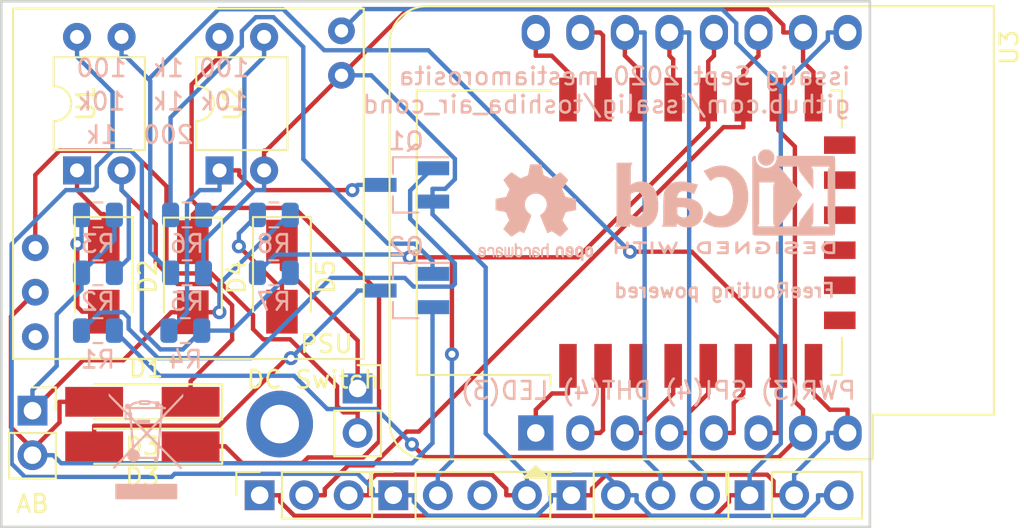
<source format=kicad_pcb>
(kicad_pcb (version 20171130) (host pcbnew 5.1.6-c6e7f7d~87~ubuntu18.04.1)

  (general
    (thickness 1.6)
    (drawings 7)
    (tracks 360)
    (zones 0)
    (modules 30)
    (nets 40)
  )

  (page A4)
  (layers
    (0 F.Cu signal)
    (31 B.Cu signal)
    (32 B.Adhes user hide)
    (33 F.Adhes user hide)
    (34 B.Paste user)
    (35 F.Paste user hide)
    (36 B.SilkS user)
    (37 F.SilkS user)
    (38 B.Mask user hide)
    (39 F.Mask user hide)
    (40 Dwgs.User user hide)
    (41 Cmts.User user hide)
    (42 Eco1.User user hide)
    (43 Eco2.User user hide)
    (44 Edge.Cuts user)
    (45 Margin user hide)
    (46 B.CrtYd user hide)
    (47 F.CrtYd user hide)
    (48 B.Fab user hide)
    (49 F.Fab user hide)
  )

  (setup
    (last_trace_width 0.25)
    (trace_clearance 0.2)
    (zone_clearance 0.508)
    (zone_45_only no)
    (trace_min 0.2)
    (via_size 0.8)
    (via_drill 0.4)
    (via_min_size 0.4)
    (via_min_drill 0.3)
    (uvia_size 0.3)
    (uvia_drill 0.1)
    (uvias_allowed no)
    (uvia_min_size 0.2)
    (uvia_min_drill 0.1)
    (edge_width 0.05)
    (segment_width 0.2)
    (pcb_text_width 0.3)
    (pcb_text_size 1.5 1.5)
    (mod_edge_width 0.12)
    (mod_text_size 1 1)
    (mod_text_width 0.15)
    (pad_size 1.9 0.8)
    (pad_drill 0)
    (pad_to_mask_clearance 0.05)
    (aux_axis_origin 0 0)
    (visible_elements FFFFF77F)
    (pcbplotparams
      (layerselection 0x010fc_ffffffff)
      (usegerberextensions false)
      (usegerberattributes true)
      (usegerberadvancedattributes true)
      (creategerberjobfile true)
      (excludeedgelayer true)
      (linewidth 0.100000)
      (plotframeref false)
      (viasonmask false)
      (mode 1)
      (useauxorigin false)
      (hpglpennumber 1)
      (hpglpenspeed 20)
      (hpglpendiameter 15.000000)
      (psnegative false)
      (psa4output false)
      (plotreference true)
      (plotvalue true)
      (plotinvisibletext false)
      (padsonsilk false)
      (subtractmaskfromsilk false)
      (outputformat 1)
      (mirror false)
      (drillshape 1)
      (scaleselection 1)
      (outputdirectory ""))
  )

  (net 0 "")
  (net 1 B)
  (net 2 "Net-(D1-Pad1)")
  (net 3 "Net-(D2-Pad1)")
  (net 4 "Net-(D2-Pad2)")
  (net 5 "Net-(D3-Pad1)")
  (net 6 "Net-(D3-Pad2)")
  (net 7 A)
  (net 8 "Net-(D5-Pad1)")
  (net 9 "Net-(D5-Pad2)")
  (net 10 3V3)
  (net 11 GND)
  (net 12 SCL)
  (net 13 SDA)
  (net 14 5V)
  (net 15 D3)
  (net 16 ESP_TX)
  (net 17 ESP_RX)
  (net 18 D4)
  (net 19 RST)
  (net 20 A0)
  (net 21 D0)
  (net 22 D5)
  (net 23 D6)
  (net 24 D7)
  (net 25 D8)
  (net 26 "Net-(Q1-Pad2)")
  (net 27 "Net-(Q1-Pad3)")
  (net 28 "Net-(Q2-Pad2)")
  (net 29 "Net-(R6-Pad2)")
  (net 30 "Net-(U4-Pad3)")
  (net 31 "Net-(U4-Pad11)")
  (net 32 "Net-(U4-Pad12)")
  (net 33 "Net-(U4-Pad14)")
  (net 34 "Net-(U4-Pad9)")
  (net 35 "Net-(U4-Pad10)")
  (net 36 "Net-(U4-Pad13)")
  (net 37 "Net-(J2-Pad3)")
  (net 38 "Net-(J11-Pad3)")
  (net 39 "Net-(J11-Pad1)")

  (net_class Default "This is the default net class."
    (clearance 0.2)
    (trace_width 0.25)
    (via_dia 0.8)
    (via_drill 0.4)
    (uvia_dia 0.3)
    (uvia_drill 0.1)
    (add_net 3V3)
    (add_net 5V)
    (add_net A)
    (add_net A0)
    (add_net B)
    (add_net D0)
    (add_net D3)
    (add_net D4)
    (add_net D5)
    (add_net D6)
    (add_net D7)
    (add_net D8)
    (add_net ESP_RX)
    (add_net ESP_TX)
    (add_net GND)
    (add_net "Net-(D1-Pad1)")
    (add_net "Net-(D2-Pad1)")
    (add_net "Net-(D2-Pad2)")
    (add_net "Net-(D3-Pad1)")
    (add_net "Net-(D3-Pad2)")
    (add_net "Net-(D5-Pad1)")
    (add_net "Net-(D5-Pad2)")
    (add_net "Net-(J11-Pad1)")
    (add_net "Net-(J11-Pad3)")
    (add_net "Net-(J2-Pad3)")
    (add_net "Net-(Q1-Pad2)")
    (add_net "Net-(Q1-Pad3)")
    (add_net "Net-(Q2-Pad2)")
    (add_net "Net-(R6-Pad2)")
    (add_net "Net-(U4-Pad10)")
    (add_net "Net-(U4-Pad11)")
    (add_net "Net-(U4-Pad12)")
    (add_net "Net-(U4-Pad13)")
    (add_net "Net-(U4-Pad14)")
    (add_net "Net-(U4-Pad3)")
    (add_net "Net-(U4-Pad9)")
    (add_net RST)
    (add_net SCL)
    (add_net SDA)
  )

  (module airpcb_smd:SOT-23_Reverse_Handsoldering (layer B.Cu) (tedit 5F74C4C1) (tstamp 5F753A3E)
    (at 73.89 30.48 180)
    (descr "SOT-23, Handsoldering")
    (tags SOT-23)
    (path /5F571ED4)
    (attr smd)
    (fp_text reference Q2 (at 0 2.5) (layer B.SilkS)
      (effects (font (size 1 1) (thickness 0.15)) (justify mirror))
    )
    (fp_text value PN2222A (at 0 -2.5) (layer B.Fab)
      (effects (font (size 1 1) (thickness 0.15)) (justify mirror))
    )
    (fp_text user %R (at 0 0 270) (layer B.Fab)
      (effects (font (size 0.5 0.5) (thickness 0.075)) (justify mirror))
    )
    (fp_line (start 0.76 -1.58) (end 0.76 -0.65) (layer B.SilkS) (width 0.12))
    (fp_line (start 0.76 1.58) (end 0.76 0.65) (layer B.SilkS) (width 0.12))
    (fp_line (start -2.7 1.75) (end 2.7 1.75) (layer B.CrtYd) (width 0.05))
    (fp_line (start 2.7 1.75) (end 2.7 -1.75) (layer B.CrtYd) (width 0.05))
    (fp_line (start 2.7 -1.75) (end -2.7 -1.75) (layer B.CrtYd) (width 0.05))
    (fp_line (start -2.7 -1.75) (end -2.7 1.75) (layer B.CrtYd) (width 0.05))
    (fp_line (start 0.76 1.58) (end -2.4 1.58) (layer B.SilkS) (width 0.12))
    (fp_line (start -0.7 0.95) (end -0.7 -1.5) (layer B.Fab) (width 0.1))
    (fp_line (start -0.15 1.52) (end 0.7 1.52) (layer B.Fab) (width 0.1))
    (fp_line (start -0.7 0.95) (end -0.15 1.52) (layer B.Fab) (width 0.1))
    (fp_line (start 0.7 1.52) (end 0.7 -1.52) (layer B.Fab) (width 0.1))
    (fp_line (start -0.7 -1.52) (end 0.7 -1.52) (layer B.Fab) (width 0.1))
    (fp_line (start 0.76 -1.58) (end -0.7 -1.58) (layer B.SilkS) (width 0.12))
    (pad 3 smd rect (at 1.5 0 180) (size 1.9 0.8) (layers B.Cu B.Paste B.Mask)
      (net 6 "Net-(D3-Pad2)"))
    (pad 1 smd rect (at -1.5 -0.95 180) (size 1.9 0.8) (layers B.Cu B.Paste B.Mask)
      (net 1 B))
    (pad 2 smd rect (at -1.5 0.95 180) (size 1.9 0.8) (layers B.Cu B.Paste B.Mask)
      (net 28 "Net-(Q2-Pad2)"))
    (model ${KISYS3DMOD}/Package_TO_SOT_SMD.3dshapes/SOT-23.wrl
      (at (xyz 0 0 0))
      (scale (xyz 1 1 1))
      (rotate (xyz 0 0 0))
    )
  )

  (module airpcb_smd:SOT-23_Reverse_Handsoldering (layer B.Cu) (tedit 5F74C4C1) (tstamp 5F753A2A)
    (at 73.89 24.45 180)
    (descr "SOT-23, Handsoldering")
    (tags SOT-23)
    (path /5F584BBB)
    (attr smd)
    (fp_text reference Q1 (at 0 2.5) (layer B.SilkS)
      (effects (font (size 1 1) (thickness 0.15)) (justify mirror))
    )
    (fp_text value PN2222A (at 0 -2.5) (layer B.Fab)
      (effects (font (size 1 1) (thickness 0.15)) (justify mirror))
    )
    (fp_text user %R (at 0 0 270) (layer B.Fab)
      (effects (font (size 0.5 0.5) (thickness 0.075)) (justify mirror))
    )
    (fp_line (start 0.76 -1.58) (end 0.76 -0.65) (layer B.SilkS) (width 0.12))
    (fp_line (start 0.76 1.58) (end 0.76 0.65) (layer B.SilkS) (width 0.12))
    (fp_line (start -2.7 1.75) (end 2.7 1.75) (layer B.CrtYd) (width 0.05))
    (fp_line (start 2.7 1.75) (end 2.7 -1.75) (layer B.CrtYd) (width 0.05))
    (fp_line (start 2.7 -1.75) (end -2.7 -1.75) (layer B.CrtYd) (width 0.05))
    (fp_line (start -2.7 -1.75) (end -2.7 1.75) (layer B.CrtYd) (width 0.05))
    (fp_line (start 0.76 1.58) (end -2.4 1.58) (layer B.SilkS) (width 0.12))
    (fp_line (start -0.7 0.95) (end -0.7 -1.5) (layer B.Fab) (width 0.1))
    (fp_line (start -0.15 1.52) (end 0.7 1.52) (layer B.Fab) (width 0.1))
    (fp_line (start -0.7 0.95) (end -0.15 1.52) (layer B.Fab) (width 0.1))
    (fp_line (start 0.7 1.52) (end 0.7 -1.52) (layer B.Fab) (width 0.1))
    (fp_line (start -0.7 -1.52) (end 0.7 -1.52) (layer B.Fab) (width 0.1))
    (fp_line (start 0.76 -1.58) (end -0.7 -1.58) (layer B.SilkS) (width 0.12))
    (pad 3 smd rect (at 1.5 0 180) (size 1.9 0.8) (layers B.Cu B.Paste B.Mask)
      (net 27 "Net-(Q1-Pad3)"))
    (pad 1 smd rect (at -1.5 -0.95 180) (size 1.9 0.8) (layers B.Cu B.Paste B.Mask)
      (net 11 GND))
    (pad 2 smd rect (at -1.5 0.95 180) (size 1.9 0.8) (layers B.Cu B.Paste B.Mask)
      (net 26 "Net-(Q1-Pad2)"))
    (model ${KISYS3DMOD}/Package_TO_SOT_SMD.3dshapes/SOT-23.wrl
      (at (xyz 0 0 0))
      (scale (xyz 1 1 1))
      (rotate (xyz 0 0 0))
    )
  )

  (module MountingHole:MountingHole_2.2mm_M2_DIN965_Pad (layer F.Cu) (tedit 56D1B4CB) (tstamp 5F63D945)
    (at 66.675 38.1 90)
    (descr "Mounting Hole 2.2mm, M2, DIN965")
    (tags "mounting hole 2.2mm m2 din965")
    (attr virtual)
    (fp_text reference M1 (at 0 -2.9 90) (layer F.SilkS) hide
      (effects (font (size 1 1) (thickness 0.15)))
    )
    (fp_text value "" (at 0 2.9 90) (layer F.Fab)
      (effects (font (size 1 1) (thickness 0.15)))
    )
    (fp_circle (center 0 0) (end 2.15 0) (layer F.CrtYd) (width 0.05))
    (fp_circle (center 0 0) (end 1.9 0) (layer Cmts.User) (width 0.15))
    (fp_text user %R (at 0.3 0 90) (layer F.Fab)
      (effects (font (size 1 1) (thickness 0.15)))
    )
    (pad 1 thru_hole circle (at 0 0 90) (size 3.8 3.8) (drill 2.2) (layers *.Cu *.Mask))
  )

  (module Symbol:OSHW-Logo2_7.3x6mm_SilkScreen (layer B.Cu) (tedit 0) (tstamp 5F63C528)
    (at 81.28 26.035 180)
    (descr "Open Source Hardware Symbol")
    (tags "Logo Symbol OSHW")
    (attr virtual)
    (fp_text reference L2 (at 0 0) (layer B.SilkS) hide
      (effects (font (size 1 1) (thickness 0.15)) (justify mirror))
    )
    (fp_text value OSHW-Logo2_7.3x6mm_SilkScreen (at 0.75 0) (layer B.Fab) hide
      (effects (font (size 1 1) (thickness 0.15)) (justify mirror))
    )
    (fp_poly (pts (xy 0.10391 2.757652) (xy 0.182454 2.757222) (xy 0.239298 2.756058) (xy 0.278105 2.753793)
      (xy 0.302538 2.75006) (xy 0.316262 2.744494) (xy 0.32294 2.736727) (xy 0.326236 2.726395)
      (xy 0.326556 2.725057) (xy 0.331562 2.700921) (xy 0.340829 2.653299) (xy 0.353392 2.587259)
      (xy 0.368287 2.507872) (xy 0.384551 2.420204) (xy 0.385119 2.417125) (xy 0.40141 2.331211)
      (xy 0.416652 2.255304) (xy 0.429861 2.193955) (xy 0.440054 2.151718) (xy 0.446248 2.133145)
      (xy 0.446543 2.132816) (xy 0.464788 2.123747) (xy 0.502405 2.108633) (xy 0.551271 2.090738)
      (xy 0.551543 2.090642) (xy 0.613093 2.067507) (xy 0.685657 2.038035) (xy 0.754057 2.008403)
      (xy 0.757294 2.006938) (xy 0.868702 1.956374) (xy 1.115399 2.12484) (xy 1.191077 2.176197)
      (xy 1.259631 2.222111) (xy 1.317088 2.25997) (xy 1.359476 2.287163) (xy 1.382825 2.301079)
      (xy 1.385042 2.302111) (xy 1.40201 2.297516) (xy 1.433701 2.275345) (xy 1.481352 2.234553)
      (xy 1.546198 2.174095) (xy 1.612397 2.109773) (xy 1.676214 2.046388) (xy 1.733329 1.988549)
      (xy 1.780305 1.939825) (xy 1.813703 1.90379) (xy 1.830085 1.884016) (xy 1.830694 1.882998)
      (xy 1.832505 1.869428) (xy 1.825683 1.847267) (xy 1.80854 1.813522) (xy 1.779393 1.7652)
      (xy 1.736555 1.699308) (xy 1.679448 1.614483) (xy 1.628766 1.539823) (xy 1.583461 1.47286)
      (xy 1.54615 1.417484) (xy 1.519452 1.37758) (xy 1.505985 1.357038) (xy 1.505137 1.355644)
      (xy 1.506781 1.335962) (xy 1.519245 1.297707) (xy 1.540048 1.248111) (xy 1.547462 1.232272)
      (xy 1.579814 1.16171) (xy 1.614328 1.081647) (xy 1.642365 1.012371) (xy 1.662568 0.960955)
      (xy 1.678615 0.921881) (xy 1.687888 0.901459) (xy 1.689041 0.899886) (xy 1.706096 0.897279)
      (xy 1.746298 0.890137) (xy 1.804302 0.879477) (xy 1.874763 0.866315) (xy 1.952335 0.851667)
      (xy 2.031672 0.836551) (xy 2.107431 0.821982) (xy 2.174264 0.808978) (xy 2.226828 0.798555)
      (xy 2.259776 0.79173) (xy 2.267857 0.789801) (xy 2.276205 0.785038) (xy 2.282506 0.774282)
      (xy 2.287045 0.753902) (xy 2.290104 0.720266) (xy 2.291967 0.669745) (xy 2.292918 0.598708)
      (xy 2.29324 0.503524) (xy 2.293257 0.464508) (xy 2.293257 0.147201) (xy 2.217057 0.132161)
      (xy 2.174663 0.124005) (xy 2.1114 0.112101) (xy 2.034962 0.097884) (xy 1.953043 0.08279)
      (xy 1.9304 0.078645) (xy 1.854806 0.063947) (xy 1.788953 0.049495) (xy 1.738366 0.036625)
      (xy 1.708574 0.026678) (xy 1.703612 0.023713) (xy 1.691426 0.002717) (xy 1.673953 -0.037967)
      (xy 1.654577 -0.090322) (xy 1.650734 -0.1016) (xy 1.625339 -0.171523) (xy 1.593817 -0.250418)
      (xy 1.562969 -0.321266) (xy 1.562817 -0.321595) (xy 1.511447 -0.432733) (xy 1.680399 -0.681253)
      (xy 1.849352 -0.929772) (xy 1.632429 -1.147058) (xy 1.566819 -1.211726) (xy 1.506979 -1.268733)
      (xy 1.456267 -1.315033) (xy 1.418046 -1.347584) (xy 1.395675 -1.363343) (xy 1.392466 -1.364343)
      (xy 1.373626 -1.356469) (xy 1.33518 -1.334578) (xy 1.28133 -1.301267) (xy 1.216276 -1.259131)
      (xy 1.14594 -1.211943) (xy 1.074555 -1.16381) (xy 1.010908 -1.121928) (xy 0.959041 -1.088871)
      (xy 0.922995 -1.067218) (xy 0.906867 -1.059543) (xy 0.887189 -1.066037) (xy 0.849875 -1.08315)
      (xy 0.802621 -1.107326) (xy 0.797612 -1.110013) (xy 0.733977 -1.141927) (xy 0.690341 -1.157579)
      (xy 0.663202 -1.157745) (xy 0.649057 -1.143204) (xy 0.648975 -1.143) (xy 0.641905 -1.125779)
      (xy 0.625042 -1.084899) (xy 0.599695 -1.023525) (xy 0.567171 -0.944819) (xy 0.528778 -0.851947)
      (xy 0.485822 -0.748072) (xy 0.444222 -0.647502) (xy 0.398504 -0.536516) (xy 0.356526 -0.433703)
      (xy 0.319548 -0.342215) (xy 0.288827 -0.265201) (xy 0.265622 -0.205815) (xy 0.25119 -0.167209)
      (xy 0.246743 -0.1528) (xy 0.257896 -0.136272) (xy 0.287069 -0.10993) (xy 0.325971 -0.080887)
      (xy 0.436757 0.010961) (xy 0.523351 0.116241) (xy 0.584716 0.232734) (xy 0.619815 0.358224)
      (xy 0.627608 0.490493) (xy 0.621943 0.551543) (xy 0.591078 0.678205) (xy 0.53792 0.790059)
      (xy 0.465767 0.885999) (xy 0.377917 0.964924) (xy 0.277665 1.02573) (xy 0.16831 1.067313)
      (xy 0.053147 1.088572) (xy -0.064525 1.088401) (xy -0.18141 1.065699) (xy -0.294211 1.019362)
      (xy -0.399631 0.948287) (xy -0.443632 0.908089) (xy -0.528021 0.804871) (xy -0.586778 0.692075)
      (xy -0.620296 0.57299) (xy -0.628965 0.450905) (xy -0.613177 0.329107) (xy -0.573322 0.210884)
      (xy -0.509793 0.099525) (xy -0.422979 -0.001684) (xy -0.325971 -0.080887) (xy -0.285563 -0.111162)
      (xy -0.257018 -0.137219) (xy -0.246743 -0.152825) (xy -0.252123 -0.169843) (xy -0.267425 -0.2105)
      (xy -0.291388 -0.271642) (xy -0.322756 -0.350119) (xy -0.360268 -0.44278) (xy -0.402667 -0.546472)
      (xy -0.444337 -0.647526) (xy -0.49031 -0.758607) (xy -0.532893 -0.861541) (xy -0.570779 -0.953165)
      (xy -0.60266 -1.030316) (xy -0.627229 -1.089831) (xy -0.64318 -1.128544) (xy -0.64909 -1.143)
      (xy -0.663052 -1.157685) (xy -0.69006 -1.157642) (xy -0.733587 -1.142099) (xy -0.79711 -1.110284)
      (xy -0.797612 -1.110013) (xy -0.84544 -1.085323) (xy -0.884103 -1.067338) (xy -0.905905 -1.059614)
      (xy -0.906867 -1.059543) (xy -0.923279 -1.067378) (xy -0.959513 -1.089165) (xy -1.011526 -1.122328)
      (xy -1.075275 -1.164291) (xy -1.14594 -1.211943) (xy -1.217884 -1.260191) (xy -1.282726 -1.302151)
      (xy -1.336265 -1.335227) (xy -1.374303 -1.356821) (xy -1.392467 -1.364343) (xy -1.409192 -1.354457)
      (xy -1.44282 -1.326826) (xy -1.48999 -1.284495) (xy -1.547342 -1.230505) (xy -1.611516 -1.167899)
      (xy -1.632503 -1.146983) (xy -1.849501 -0.929623) (xy -1.684332 -0.68722) (xy -1.634136 -0.612781)
      (xy -1.590081 -0.545972) (xy -1.554638 -0.490665) (xy -1.530281 -0.450729) (xy -1.519478 -0.430036)
      (xy -1.519162 -0.428563) (xy -1.524857 -0.409058) (xy -1.540174 -0.369822) (xy -1.562463 -0.31743)
      (xy -1.578107 -0.282355) (xy -1.607359 -0.215201) (xy -1.634906 -0.147358) (xy -1.656263 -0.090034)
      (xy -1.662065 -0.072572) (xy -1.678548 -0.025938) (xy -1.69466 0.010095) (xy -1.70351 0.023713)
      (xy -1.72304 0.032048) (xy -1.765666 0.043863) (xy -1.825855 0.057819) (xy -1.898078 0.072578)
      (xy -1.9304 0.078645) (xy -2.012478 0.093727) (xy -2.091205 0.108331) (xy -2.158891 0.12102)
      (xy -2.20784 0.130358) (xy -2.217057 0.132161) (xy -2.293257 0.147201) (xy -2.293257 0.464508)
      (xy -2.293086 0.568846) (xy -2.292384 0.647787) (xy -2.290866 0.704962) (xy -2.288251 0.744001)
      (xy -2.284254 0.768535) (xy -2.278591 0.782195) (xy -2.27098 0.788611) (xy -2.267857 0.789801)
      (xy -2.249022 0.79402) (xy -2.207412 0.802438) (xy -2.14837 0.814039) (xy -2.077243 0.827805)
      (xy -1.999375 0.84272) (xy -1.920113 0.857768) (xy -1.844802 0.871931) (xy -1.778787 0.884194)
      (xy -1.727413 0.893539) (xy -1.696025 0.89895) (xy -1.689041 0.899886) (xy -1.682715 0.912404)
      (xy -1.66871 0.945754) (xy -1.649645 0.993623) (xy -1.642366 1.012371) (xy -1.613004 1.084805)
      (xy -1.578429 1.16483) (xy -1.547463 1.232272) (xy -1.524677 1.283841) (xy -1.509518 1.326215)
      (xy -1.504458 1.352166) (xy -1.505264 1.355644) (xy -1.515959 1.372064) (xy -1.54038 1.408583)
      (xy -1.575905 1.461313) (xy -1.619913 1.526365) (xy -1.669783 1.599849) (xy -1.679644 1.614355)
      (xy -1.737508 1.700296) (xy -1.780044 1.765739) (xy -1.808946 1.813696) (xy -1.82591 1.84718)
      (xy -1.832633 1.869205) (xy -1.83081 1.882783) (xy -1.830764 1.882869) (xy -1.816414 1.900703)
      (xy -1.784677 1.935183) (xy -1.73899 1.982732) (xy -1.682796 2.039778) (xy -1.619532 2.102745)
      (xy -1.612398 2.109773) (xy -1.53267 2.18698) (xy -1.471143 2.24367) (xy -1.426579 2.28089)
      (xy -1.397743 2.299685) (xy -1.385042 2.302111) (xy -1.366506 2.291529) (xy -1.328039 2.267084)
      (xy -1.273614 2.231388) (xy -1.207202 2.187053) (xy -1.132775 2.136689) (xy -1.115399 2.12484)
      (xy -0.868703 1.956374) (xy -0.757294 2.006938) (xy -0.689543 2.036405) (xy -0.616817 2.066041)
      (xy -0.554297 2.08967) (xy -0.551543 2.090642) (xy -0.50264 2.108543) (xy -0.464943 2.12368)
      (xy -0.446575 2.13279) (xy -0.446544 2.132816) (xy -0.440715 2.149283) (xy -0.430808 2.189781)
      (xy -0.417805 2.249758) (xy -0.402691 2.32466) (xy -0.386448 2.409936) (xy -0.385119 2.417125)
      (xy -0.368825 2.504986) (xy -0.353867 2.58474) (xy -0.341209 2.651319) (xy -0.331814 2.699653)
      (xy -0.326646 2.724675) (xy -0.326556 2.725057) (xy -0.323411 2.735701) (xy -0.317296 2.743738)
      (xy -0.304547 2.749533) (xy -0.2815 2.753453) (xy -0.244491 2.755865) (xy -0.189856 2.757135)
      (xy -0.113933 2.757629) (xy -0.013056 2.757714) (xy 0 2.757714) (xy 0.10391 2.757652)) (layer B.SilkS) (width 0.01))
    (fp_poly (pts (xy 3.153595 -1.966966) (xy 3.211021 -2.004497) (xy 3.238719 -2.038096) (xy 3.260662 -2.099064)
      (xy 3.262405 -2.147308) (xy 3.258457 -2.211816) (xy 3.109686 -2.276934) (xy 3.037349 -2.310202)
      (xy 2.990084 -2.336964) (xy 2.965507 -2.360144) (xy 2.961237 -2.382667) (xy 2.974889 -2.407455)
      (xy 2.989943 -2.423886) (xy 3.033746 -2.450235) (xy 3.081389 -2.452081) (xy 3.125145 -2.431546)
      (xy 3.157289 -2.390752) (xy 3.163038 -2.376347) (xy 3.190576 -2.331356) (xy 3.222258 -2.312182)
      (xy 3.265714 -2.295779) (xy 3.265714 -2.357966) (xy 3.261872 -2.400283) (xy 3.246823 -2.435969)
      (xy 3.21528 -2.476943) (xy 3.210592 -2.482267) (xy 3.175506 -2.51872) (xy 3.145347 -2.538283)
      (xy 3.107615 -2.547283) (xy 3.076335 -2.55023) (xy 3.020385 -2.550965) (xy 2.980555 -2.54166)
      (xy 2.955708 -2.527846) (xy 2.916656 -2.497467) (xy 2.889625 -2.464613) (xy 2.872517 -2.423294)
      (xy 2.863238 -2.367521) (xy 2.859693 -2.291305) (xy 2.85941 -2.252622) (xy 2.860372 -2.206247)
      (xy 2.948007 -2.206247) (xy 2.949023 -2.231126) (xy 2.951556 -2.2352) (xy 2.968274 -2.229665)
      (xy 3.004249 -2.215017) (xy 3.052331 -2.19419) (xy 3.062386 -2.189714) (xy 3.123152 -2.158814)
      (xy 3.156632 -2.131657) (xy 3.16399 -2.10622) (xy 3.146391 -2.080481) (xy 3.131856 -2.069109)
      (xy 3.07941 -2.046364) (xy 3.030322 -2.050122) (xy 2.989227 -2.077884) (xy 2.960758 -2.127152)
      (xy 2.951631 -2.166257) (xy 2.948007 -2.206247) (xy 2.860372 -2.206247) (xy 2.861285 -2.162249)
      (xy 2.868196 -2.095384) (xy 2.881884 -2.046695) (xy 2.904096 -2.010849) (xy 2.936574 -1.982513)
      (xy 2.950733 -1.973355) (xy 3.015053 -1.949507) (xy 3.085473 -1.948006) (xy 3.153595 -1.966966)) (layer B.SilkS) (width 0.01))
    (fp_poly (pts (xy 2.6526 -1.958752) (xy 2.669948 -1.966334) (xy 2.711356 -1.999128) (xy 2.746765 -2.046547)
      (xy 2.768664 -2.097151) (xy 2.772229 -2.122098) (xy 2.760279 -2.156927) (xy 2.734067 -2.175357)
      (xy 2.705964 -2.186516) (xy 2.693095 -2.188572) (xy 2.686829 -2.173649) (xy 2.674456 -2.141175)
      (xy 2.669028 -2.126502) (xy 2.63859 -2.075744) (xy 2.59452 -2.050427) (xy 2.53801 -2.051206)
      (xy 2.533825 -2.052203) (xy 2.503655 -2.066507) (xy 2.481476 -2.094393) (xy 2.466327 -2.139287)
      (xy 2.45725 -2.204615) (xy 2.453286 -2.293804) (xy 2.452914 -2.341261) (xy 2.45273 -2.416071)
      (xy 2.451522 -2.467069) (xy 2.448309 -2.499471) (xy 2.442109 -2.518495) (xy 2.43194 -2.529356)
      (xy 2.416819 -2.537272) (xy 2.415946 -2.53767) (xy 2.386828 -2.549981) (xy 2.372403 -2.554514)
      (xy 2.370186 -2.540809) (xy 2.368289 -2.502925) (xy 2.366847 -2.445715) (xy 2.365998 -2.374027)
      (xy 2.365829 -2.321565) (xy 2.366692 -2.220047) (xy 2.37007 -2.143032) (xy 2.377142 -2.086023)
      (xy 2.389088 -2.044526) (xy 2.40709 -2.014043) (xy 2.432327 -1.99008) (xy 2.457247 -1.973355)
      (xy 2.517171 -1.951097) (xy 2.586911 -1.946076) (xy 2.6526 -1.958752)) (layer B.SilkS) (width 0.01))
    (fp_poly (pts (xy 2.144876 -1.956335) (xy 2.186667 -1.975344) (xy 2.219469 -1.998378) (xy 2.243503 -2.024133)
      (xy 2.260097 -2.057358) (xy 2.270577 -2.1028) (xy 2.276271 -2.165207) (xy 2.278507 -2.249327)
      (xy 2.278743 -2.304721) (xy 2.278743 -2.520826) (xy 2.241774 -2.53767) (xy 2.212656 -2.549981)
      (xy 2.198231 -2.554514) (xy 2.195472 -2.541025) (xy 2.193282 -2.504653) (xy 2.191942 -2.451542)
      (xy 2.191657 -2.409372) (xy 2.190434 -2.348447) (xy 2.187136 -2.300115) (xy 2.182321 -2.270518)
      (xy 2.178496 -2.264229) (xy 2.152783 -2.270652) (xy 2.112418 -2.287125) (xy 2.065679 -2.309458)
      (xy 2.020845 -2.333457) (xy 1.986193 -2.35493) (xy 1.970002 -2.369685) (xy 1.969938 -2.369845)
      (xy 1.97133 -2.397152) (xy 1.983818 -2.423219) (xy 2.005743 -2.444392) (xy 2.037743 -2.451474)
      (xy 2.065092 -2.450649) (xy 2.103826 -2.450042) (xy 2.124158 -2.459116) (xy 2.136369 -2.483092)
      (xy 2.137909 -2.487613) (xy 2.143203 -2.521806) (xy 2.129047 -2.542568) (xy 2.092148 -2.552462)
      (xy 2.052289 -2.554292) (xy 1.980562 -2.540727) (xy 1.943432 -2.521355) (xy 1.897576 -2.475845)
      (xy 1.873256 -2.419983) (xy 1.871073 -2.360957) (xy 1.891629 -2.305953) (xy 1.922549 -2.271486)
      (xy 1.95342 -2.252189) (xy 2.001942 -2.227759) (xy 2.058485 -2.202985) (xy 2.06791 -2.199199)
      (xy 2.130019 -2.171791) (xy 2.165822 -2.147634) (xy 2.177337 -2.123619) (xy 2.16658 -2.096635)
      (xy 2.148114 -2.075543) (xy 2.104469 -2.049572) (xy 2.056446 -2.047624) (xy 2.012406 -2.067637)
      (xy 1.980709 -2.107551) (xy 1.976549 -2.117848) (xy 1.952327 -2.155724) (xy 1.916965 -2.183842)
      (xy 1.872343 -2.206917) (xy 1.872343 -2.141485) (xy 1.874969 -2.101506) (xy 1.88623 -2.069997)
      (xy 1.911199 -2.036378) (xy 1.935169 -2.010484) (xy 1.972441 -1.973817) (xy 2.001401 -1.954121)
      (xy 2.032505 -1.94622) (xy 2.067713 -1.944914) (xy 2.144876 -1.956335)) (layer B.SilkS) (width 0.01))
    (fp_poly (pts (xy 1.779833 -1.958663) (xy 1.782048 -1.99685) (xy 1.783784 -2.054886) (xy 1.784899 -2.12818)
      (xy 1.785257 -2.205055) (xy 1.785257 -2.465196) (xy 1.739326 -2.511127) (xy 1.707675 -2.539429)
      (xy 1.67989 -2.550893) (xy 1.641915 -2.550168) (xy 1.62684 -2.548321) (xy 1.579726 -2.542948)
      (xy 1.540756 -2.539869) (xy 1.531257 -2.539585) (xy 1.499233 -2.541445) (xy 1.453432 -2.546114)
      (xy 1.435674 -2.548321) (xy 1.392057 -2.551735) (xy 1.362745 -2.54432) (xy 1.33368 -2.521427)
      (xy 1.323188 -2.511127) (xy 1.277257 -2.465196) (xy 1.277257 -1.978602) (xy 1.314226 -1.961758)
      (xy 1.346059 -1.949282) (xy 1.364683 -1.944914) (xy 1.369458 -1.958718) (xy 1.373921 -1.997286)
      (xy 1.377775 -2.056356) (xy 1.380722 -2.131663) (xy 1.382143 -2.195286) (xy 1.386114 -2.445657)
      (xy 1.420759 -2.450556) (xy 1.452268 -2.447131) (xy 1.467708 -2.436041) (xy 1.472023 -2.415308)
      (xy 1.475708 -2.371145) (xy 1.478469 -2.309146) (xy 1.480012 -2.234909) (xy 1.480235 -2.196706)
      (xy 1.480457 -1.976783) (xy 1.526166 -1.960849) (xy 1.558518 -1.950015) (xy 1.576115 -1.944962)
      (xy 1.576623 -1.944914) (xy 1.578388 -1.958648) (xy 1.580329 -1.99673) (xy 1.582282 -2.054482)
      (xy 1.584084 -2.127227) (xy 1.585343 -2.195286) (xy 1.589314 -2.445657) (xy 1.6764 -2.445657)
      (xy 1.680396 -2.21724) (xy 1.684392 -1.988822) (xy 1.726847 -1.966868) (xy 1.758192 -1.951793)
      (xy 1.776744 -1.944951) (xy 1.777279 -1.944914) (xy 1.779833 -1.958663)) (layer B.SilkS) (width 0.01))
    (fp_poly (pts (xy 1.190117 -2.065358) (xy 1.189933 -2.173837) (xy 1.189219 -2.257287) (xy 1.187675 -2.319704)
      (xy 1.185001 -2.365085) (xy 1.180894 -2.397429) (xy 1.175055 -2.420733) (xy 1.167182 -2.438995)
      (xy 1.161221 -2.449418) (xy 1.111855 -2.505945) (xy 1.049264 -2.541377) (xy 0.980013 -2.55409)
      (xy 0.910668 -2.542463) (xy 0.869375 -2.521568) (xy 0.826025 -2.485422) (xy 0.796481 -2.441276)
      (xy 0.778655 -2.383462) (xy 0.770463 -2.306313) (xy 0.769302 -2.249714) (xy 0.769458 -2.245647)
      (xy 0.870857 -2.245647) (xy 0.871476 -2.31055) (xy 0.874314 -2.353514) (xy 0.88084 -2.381622)
      (xy 0.892523 -2.401953) (xy 0.906483 -2.417288) (xy 0.953365 -2.44689) (xy 1.003701 -2.449419)
      (xy 1.051276 -2.424705) (xy 1.054979 -2.421356) (xy 1.070783 -2.403935) (xy 1.080693 -2.383209)
      (xy 1.086058 -2.352362) (xy 1.088228 -2.304577) (xy 1.088571 -2.251748) (xy 1.087827 -2.185381)
      (xy 1.084748 -2.141106) (xy 1.078061 -2.112009) (xy 1.066496 -2.091173) (xy 1.057013 -2.080107)
      (xy 1.01296 -2.052198) (xy 0.962224 -2.048843) (xy 0.913796 -2.070159) (xy 0.90445 -2.078073)
      (xy 0.88854 -2.095647) (xy 0.87861 -2.116587) (xy 0.873278 -2.147782) (xy 0.871163 -2.196122)
      (xy 0.870857 -2.245647) (xy 0.769458 -2.245647) (xy 0.77281 -2.158568) (xy 0.784726 -2.090086)
      (xy 0.807135 -2.0386) (xy 0.842124 -1.998443) (xy 0.869375 -1.977861) (xy 0.918907 -1.955625)
      (xy 0.976316 -1.945304) (xy 1.029682 -1.948067) (xy 1.059543 -1.959212) (xy 1.071261 -1.962383)
      (xy 1.079037 -1.950557) (xy 1.084465 -1.918866) (xy 1.088571 -1.870593) (xy 1.093067 -1.816829)
      (xy 1.099313 -1.784482) (xy 1.110676 -1.765985) (xy 1.130528 -1.75377) (xy 1.143 -1.748362)
      (xy 1.190171 -1.728601) (xy 1.190117 -2.065358)) (layer B.SilkS) (width 0.01))
    (fp_poly (pts (xy 0.529926 -1.949755) (xy 0.595858 -1.974084) (xy 0.649273 -2.017117) (xy 0.670164 -2.047409)
      (xy 0.692939 -2.102994) (xy 0.692466 -2.143186) (xy 0.668562 -2.170217) (xy 0.659717 -2.174813)
      (xy 0.62153 -2.189144) (xy 0.602028 -2.185472) (xy 0.595422 -2.161407) (xy 0.595086 -2.148114)
      (xy 0.582992 -2.09921) (xy 0.551471 -2.064999) (xy 0.507659 -2.048476) (xy 0.458695 -2.052634)
      (xy 0.418894 -2.074227) (xy 0.40545 -2.086544) (xy 0.395921 -2.101487) (xy 0.389485 -2.124075)
      (xy 0.385317 -2.159328) (xy 0.382597 -2.212266) (xy 0.380502 -2.287907) (xy 0.37996 -2.311857)
      (xy 0.377981 -2.39379) (xy 0.375731 -2.451455) (xy 0.372357 -2.489608) (xy 0.367006 -2.513004)
      (xy 0.358824 -2.526398) (xy 0.346959 -2.534545) (xy 0.339362 -2.538144) (xy 0.307102 -2.550452)
      (xy 0.288111 -2.554514) (xy 0.281836 -2.540948) (xy 0.278006 -2.499934) (xy 0.2766 -2.430999)
      (xy 0.277598 -2.333669) (xy 0.277908 -2.318657) (xy 0.280101 -2.229859) (xy 0.282693 -2.165019)
      (xy 0.286382 -2.119067) (xy 0.291864 -2.086935) (xy 0.299835 -2.063553) (xy 0.310993 -2.043852)
      (xy 0.31683 -2.03541) (xy 0.350296 -1.998057) (xy 0.387727 -1.969003) (xy 0.392309 -1.966467)
      (xy 0.459426 -1.946443) (xy 0.529926 -1.949755)) (layer B.SilkS) (width 0.01))
    (fp_poly (pts (xy 0.039744 -1.950968) (xy 0.096616 -1.972087) (xy 0.097267 -1.972493) (xy 0.13244 -1.99838)
      (xy 0.158407 -2.028633) (xy 0.17667 -2.068058) (xy 0.188732 -2.121462) (xy 0.196096 -2.193651)
      (xy 0.200264 -2.289432) (xy 0.200629 -2.303078) (xy 0.205876 -2.508842) (xy 0.161716 -2.531678)
      (xy 0.129763 -2.54711) (xy 0.11047 -2.554423) (xy 0.109578 -2.554514) (xy 0.106239 -2.541022)
      (xy 0.103587 -2.504626) (xy 0.101956 -2.451452) (xy 0.1016 -2.408393) (xy 0.101592 -2.338641)
      (xy 0.098403 -2.294837) (xy 0.087288 -2.273944) (xy 0.063501 -2.272925) (xy 0.022296 -2.288741)
      (xy -0.039914 -2.317815) (xy -0.085659 -2.341963) (xy -0.109187 -2.362913) (xy -0.116104 -2.385747)
      (xy -0.116114 -2.386877) (xy -0.104701 -2.426212) (xy -0.070908 -2.447462) (xy -0.019191 -2.450539)
      (xy 0.018061 -2.450006) (xy 0.037703 -2.460735) (xy 0.049952 -2.486505) (xy 0.057002 -2.519337)
      (xy 0.046842 -2.537966) (xy 0.043017 -2.540632) (xy 0.007001 -2.55134) (xy -0.043434 -2.552856)
      (xy -0.095374 -2.545759) (xy -0.132178 -2.532788) (xy -0.183062 -2.489585) (xy -0.211986 -2.429446)
      (xy -0.217714 -2.382462) (xy -0.213343 -2.340082) (xy -0.197525 -2.305488) (xy -0.166203 -2.274763)
      (xy -0.115322 -2.24399) (xy -0.040824 -2.209252) (xy -0.036286 -2.207288) (xy 0.030821 -2.176287)
      (xy 0.072232 -2.150862) (xy 0.089981 -2.128014) (xy 0.086107 -2.104745) (xy 0.062643 -2.078056)
      (xy 0.055627 -2.071914) (xy 0.00863 -2.0481) (xy -0.040067 -2.049103) (xy -0.082478 -2.072451)
      (xy -0.110616 -2.115675) (xy -0.113231 -2.12416) (xy -0.138692 -2.165308) (xy -0.170999 -2.185128)
      (xy -0.217714 -2.20477) (xy -0.217714 -2.15395) (xy -0.203504 -2.080082) (xy -0.161325 -2.012327)
      (xy -0.139376 -1.989661) (xy -0.089483 -1.960569) (xy -0.026033 -1.9474) (xy 0.039744 -1.950968)) (layer B.SilkS) (width 0.01))
    (fp_poly (pts (xy -0.624114 -1.851289) (xy -0.619861 -1.910613) (xy -0.614975 -1.945572) (xy -0.608205 -1.96082)
      (xy -0.598298 -1.961015) (xy -0.595086 -1.959195) (xy -0.552356 -1.946015) (xy -0.496773 -1.946785)
      (xy -0.440263 -1.960333) (xy -0.404918 -1.977861) (xy -0.368679 -2.005861) (xy -0.342187 -2.037549)
      (xy -0.324001 -2.077813) (xy -0.312678 -2.131543) (xy -0.306778 -2.203626) (xy -0.304857 -2.298951)
      (xy -0.304823 -2.317237) (xy -0.3048 -2.522646) (xy -0.350509 -2.53858) (xy -0.382973 -2.54942)
      (xy -0.400785 -2.554468) (xy -0.401309 -2.554514) (xy -0.403063 -2.540828) (xy -0.404556 -2.503076)
      (xy -0.405674 -2.446224) (xy -0.406303 -2.375234) (xy -0.4064 -2.332073) (xy -0.406602 -2.246973)
      (xy -0.407642 -2.185981) (xy -0.410169 -2.144177) (xy -0.414836 -2.116642) (xy -0.422293 -2.098456)
      (xy -0.433189 -2.084698) (xy -0.439993 -2.078073) (xy -0.486728 -2.051375) (xy -0.537728 -2.049375)
      (xy -0.583999 -2.071955) (xy -0.592556 -2.080107) (xy -0.605107 -2.095436) (xy -0.613812 -2.113618)
      (xy -0.619369 -2.139909) (xy -0.622474 -2.179562) (xy -0.623824 -2.237832) (xy -0.624114 -2.318173)
      (xy -0.624114 -2.522646) (xy -0.669823 -2.53858) (xy -0.702287 -2.54942) (xy -0.720099 -2.554468)
      (xy -0.720623 -2.554514) (xy -0.721963 -2.540623) (xy -0.723172 -2.501439) (xy -0.724199 -2.4407)
      (xy -0.724998 -2.362141) (xy -0.725519 -2.269498) (xy -0.725714 -2.166509) (xy -0.725714 -1.769342)
      (xy -0.678543 -1.749444) (xy -0.631371 -1.729547) (xy -0.624114 -1.851289)) (layer B.SilkS) (width 0.01))
    (fp_poly (pts (xy -1.831697 -1.931239) (xy -1.774473 -1.969735) (xy -1.730251 -2.025335) (xy -1.703833 -2.096086)
      (xy -1.69849 -2.148162) (xy -1.699097 -2.169893) (xy -1.704178 -2.186531) (xy -1.718145 -2.201437)
      (xy -1.745411 -2.217973) (xy -1.790388 -2.239498) (xy -1.857489 -2.269374) (xy -1.857829 -2.269524)
      (xy -1.919593 -2.297813) (xy -1.970241 -2.322933) (xy -2.004596 -2.342179) (xy -2.017482 -2.352848)
      (xy -2.017486 -2.352934) (xy -2.006128 -2.376166) (xy -1.979569 -2.401774) (xy -1.949077 -2.420221)
      (xy -1.93363 -2.423886) (xy -1.891485 -2.411212) (xy -1.855192 -2.379471) (xy -1.837483 -2.344572)
      (xy -1.820448 -2.318845) (xy -1.787078 -2.289546) (xy -1.747851 -2.264235) (xy -1.713244 -2.250471)
      (xy -1.706007 -2.249714) (xy -1.697861 -2.26216) (xy -1.69737 -2.293972) (xy -1.703357 -2.336866)
      (xy -1.714643 -2.382558) (xy -1.73005 -2.422761) (xy -1.730829 -2.424322) (xy -1.777196 -2.489062)
      (xy -1.837289 -2.533097) (xy -1.905535 -2.554711) (xy -1.976362 -2.552185) (xy -2.044196 -2.523804)
      (xy -2.047212 -2.521808) (xy -2.100573 -2.473448) (xy -2.13566 -2.410352) (xy -2.155078 -2.327387)
      (xy -2.157684 -2.304078) (xy -2.162299 -2.194055) (xy -2.156767 -2.142748) (xy -2.017486 -2.142748)
      (xy -2.015676 -2.174753) (xy -2.005778 -2.184093) (xy -1.981102 -2.177105) (xy -1.942205 -2.160587)
      (xy -1.898725 -2.139881) (xy -1.897644 -2.139333) (xy -1.860791 -2.119949) (xy -1.846 -2.107013)
      (xy -1.849647 -2.093451) (xy -1.865005 -2.075632) (xy -1.904077 -2.049845) (xy -1.946154 -2.04795)
      (xy -1.983897 -2.066717) (xy -2.009966 -2.102915) (xy -2.017486 -2.142748) (xy -2.156767 -2.142748)
      (xy -2.152806 -2.106027) (xy -2.12845 -2.036212) (xy -2.094544 -1.987302) (xy -2.033347 -1.937878)
      (xy -1.965937 -1.913359) (xy -1.89712 -1.911797) (xy -1.831697 -1.931239)) (layer B.SilkS) (width 0.01))
    (fp_poly (pts (xy -2.958885 -1.921962) (xy -2.890855 -1.957733) (xy -2.840649 -2.015301) (xy -2.822815 -2.052312)
      (xy -2.808937 -2.107882) (xy -2.801833 -2.178096) (xy -2.80116 -2.254727) (xy -2.806573 -2.329552)
      (xy -2.81773 -2.394342) (xy -2.834286 -2.440873) (xy -2.839374 -2.448887) (xy -2.899645 -2.508707)
      (xy -2.971231 -2.544535) (xy -3.048908 -2.55502) (xy -3.127452 -2.53881) (xy -3.149311 -2.529092)
      (xy -3.191878 -2.499143) (xy -3.229237 -2.459433) (xy -3.232768 -2.454397) (xy -3.247119 -2.430124)
      (xy -3.256606 -2.404178) (xy -3.26221 -2.370022) (xy -3.264914 -2.321119) (xy -3.265701 -2.250935)
      (xy -3.265714 -2.2352) (xy -3.265678 -2.230192) (xy -3.120571 -2.230192) (xy -3.119727 -2.29643)
      (xy -3.116404 -2.340386) (xy -3.109417 -2.368779) (xy -3.097584 -2.388325) (xy -3.091543 -2.394857)
      (xy -3.056814 -2.41968) (xy -3.023097 -2.418548) (xy -2.989005 -2.397016) (xy -2.968671 -2.374029)
      (xy -2.956629 -2.340478) (xy -2.949866 -2.287569) (xy -2.949402 -2.281399) (xy -2.948248 -2.185513)
      (xy -2.960312 -2.114299) (xy -2.98543 -2.068194) (xy -3.02344 -2.047635) (xy -3.037008 -2.046514)
      (xy -3.072636 -2.052152) (xy -3.097006 -2.071686) (xy -3.111907 -2.109042) (xy -3.119125 -2.16815)
      (xy -3.120571 -2.230192) (xy -3.265678 -2.230192) (xy -3.265174 -2.160413) (xy -3.262904 -2.108159)
      (xy -3.257932 -2.071949) (xy -3.249287 -2.045299) (xy -3.235995 -2.021722) (xy -3.233057 -2.017338)
      (xy -3.183687 -1.958249) (xy -3.129891 -1.923947) (xy -3.064398 -1.910331) (xy -3.042158 -1.909665)
      (xy -2.958885 -1.921962)) (layer B.SilkS) (width 0.01))
    (fp_poly (pts (xy -1.283907 -1.92778) (xy -1.237328 -1.954723) (xy -1.204943 -1.981466) (xy -1.181258 -2.009484)
      (xy -1.164941 -2.043748) (xy -1.154661 -2.089227) (xy -1.149086 -2.150892) (xy -1.146884 -2.233711)
      (xy -1.146629 -2.293246) (xy -1.146629 -2.512391) (xy -1.208314 -2.540044) (xy -1.27 -2.567697)
      (xy -1.277257 -2.32767) (xy -1.280256 -2.238028) (xy -1.283402 -2.172962) (xy -1.287299 -2.128026)
      (xy -1.292553 -2.09877) (xy -1.299769 -2.080748) (xy -1.30955 -2.069511) (xy -1.312688 -2.067079)
      (xy -1.360239 -2.048083) (xy -1.408303 -2.0556) (xy -1.436914 -2.075543) (xy -1.448553 -2.089675)
      (xy -1.456609 -2.10822) (xy -1.461729 -2.136334) (xy -1.464559 -2.179173) (xy -1.465744 -2.241895)
      (xy -1.465943 -2.307261) (xy -1.465982 -2.389268) (xy -1.467386 -2.447316) (xy -1.472086 -2.486465)
      (xy -1.482013 -2.51178) (xy -1.499097 -2.528323) (xy -1.525268 -2.541156) (xy -1.560225 -2.554491)
      (xy -1.598404 -2.569007) (xy -1.593859 -2.311389) (xy -1.592029 -2.218519) (xy -1.589888 -2.149889)
      (xy -1.586819 -2.100711) (xy -1.582206 -2.066198) (xy -1.575432 -2.041562) (xy -1.565881 -2.022016)
      (xy -1.554366 -2.00477) (xy -1.49881 -1.94968) (xy -1.43102 -1.917822) (xy -1.357287 -1.910191)
      (xy -1.283907 -1.92778)) (layer B.SilkS) (width 0.01))
    (fp_poly (pts (xy -2.400256 -1.919918) (xy -2.344799 -1.947568) (xy -2.295852 -1.99848) (xy -2.282371 -2.017338)
      (xy -2.267686 -2.042015) (xy -2.258158 -2.068816) (xy -2.252707 -2.104587) (xy -2.250253 -2.156169)
      (xy -2.249714 -2.224267) (xy -2.252148 -2.317588) (xy -2.260606 -2.387657) (xy -2.276826 -2.439931)
      (xy -2.302546 -2.479869) (xy -2.339503 -2.512929) (xy -2.342218 -2.514886) (xy -2.37864 -2.534908)
      (xy -2.422498 -2.544815) (xy -2.478276 -2.547257) (xy -2.568952 -2.547257) (xy -2.56899 -2.635283)
      (xy -2.569834 -2.684308) (xy -2.574976 -2.713065) (xy -2.588413 -2.730311) (xy -2.614142 -2.744808)
      (xy -2.620321 -2.747769) (xy -2.649236 -2.761648) (xy -2.671624 -2.770414) (xy -2.688271 -2.771171)
      (xy -2.699964 -2.761023) (xy -2.70749 -2.737073) (xy -2.711634 -2.696426) (xy -2.713185 -2.636186)
      (xy -2.712929 -2.553455) (xy -2.711651 -2.445339) (xy -2.711252 -2.413) (xy -2.709815 -2.301524)
      (xy -2.708528 -2.228603) (xy -2.569029 -2.228603) (xy -2.568245 -2.290499) (xy -2.56476 -2.330997)
      (xy -2.556876 -2.357708) (xy -2.542895 -2.378244) (xy -2.533403 -2.38826) (xy -2.494596 -2.417567)
      (xy -2.460237 -2.419952) (xy -2.424784 -2.39575) (xy -2.423886 -2.394857) (xy -2.409461 -2.376153)
      (xy -2.400687 -2.350732) (xy -2.396261 -2.311584) (xy -2.394882 -2.251697) (xy -2.394857 -2.23843)
      (xy -2.398188 -2.155901) (xy -2.409031 -2.098691) (xy -2.42866 -2.063766) (xy -2.45835 -2.048094)
      (xy -2.475509 -2.046514) (xy -2.516234 -2.053926) (xy -2.544168 -2.07833) (xy -2.560983 -2.12298)
      (xy -2.56835 -2.19113) (xy -2.569029 -2.228603) (xy -2.708528 -2.228603) (xy -2.708292 -2.215245)
      (xy -2.706323 -2.150333) (xy -2.70355 -2.102958) (xy -2.699612 -2.06929) (xy -2.694151 -2.045498)
      (xy -2.686808 -2.027753) (xy -2.677223 -2.012224) (xy -2.673113 -2.006381) (xy -2.618595 -1.951185)
      (xy -2.549664 -1.91989) (xy -2.469928 -1.911165) (xy -2.400256 -1.919918)) (layer B.SilkS) (width 0.01))
  )

  (module Symbol:KiCad-Logo2_5mm_SilkScreen (layer B.Cu) (tedit 0) (tstamp 5F63C42D)
    (at 92.075 25.4 180)
    (descr "KiCad Logo")
    (tags "Logo KiCad")
    (attr virtual)
    (fp_text reference L1 (at 0 5.08) (layer B.SilkS) hide
      (effects (font (size 1 1) (thickness 0.15)) (justify mirror))
    )
    (fp_text value KiCad-Logo2_5mm_SilkScreen (at 0 -5.08) (layer B.Fab) hide
      (effects (font (size 1 1) (thickness 0.15)) (justify mirror))
    )
    (fp_poly (pts (xy 6.228823 -2.274533) (xy 6.260202 -2.296776) (xy 6.287911 -2.324485) (xy 6.287911 -2.63392)
      (xy 6.287838 -2.725799) (xy 6.287495 -2.79784) (xy 6.286692 -2.85278) (xy 6.285241 -2.89336)
      (xy 6.282952 -2.922317) (xy 6.279636 -2.942391) (xy 6.275105 -2.956321) (xy 6.269169 -2.966845)
      (xy 6.264514 -2.9731) (xy 6.233783 -2.997673) (xy 6.198496 -3.000341) (xy 6.166245 -2.985271)
      (xy 6.155588 -2.976374) (xy 6.148464 -2.964557) (xy 6.144167 -2.945526) (xy 6.141991 -2.914992)
      (xy 6.141228 -2.868662) (xy 6.141155 -2.832871) (xy 6.141155 -2.698045) (xy 5.644444 -2.698045)
      (xy 5.644444 -2.8207) (xy 5.643931 -2.876787) (xy 5.641876 -2.915333) (xy 5.637508 -2.941361)
      (xy 5.630056 -2.959897) (xy 5.621047 -2.9731) (xy 5.590144 -2.997604) (xy 5.555196 -3.000506)
      (xy 5.521738 -2.983089) (xy 5.512604 -2.973959) (xy 5.506152 -2.961855) (xy 5.501897 -2.943001)
      (xy 5.499352 -2.91362) (xy 5.498029 -2.869937) (xy 5.497443 -2.808175) (xy 5.497375 -2.794)
      (xy 5.496891 -2.677631) (xy 5.496641 -2.581727) (xy 5.496723 -2.504177) (xy 5.497231 -2.442869)
      (xy 5.498262 -2.39569) (xy 5.499913 -2.36053) (xy 5.502279 -2.335276) (xy 5.505457 -2.317817)
      (xy 5.509544 -2.306041) (xy 5.514634 -2.297835) (xy 5.520266 -2.291645) (xy 5.552128 -2.271844)
      (xy 5.585357 -2.274533) (xy 5.616735 -2.296776) (xy 5.629433 -2.311126) (xy 5.637526 -2.326978)
      (xy 5.642042 -2.349554) (xy 5.644006 -2.384078) (xy 5.644444 -2.435776) (xy 5.644444 -2.551289)
      (xy 6.141155 -2.551289) (xy 6.141155 -2.432756) (xy 6.141662 -2.378148) (xy 6.143698 -2.341275)
      (xy 6.148035 -2.317307) (xy 6.155447 -2.301415) (xy 6.163733 -2.291645) (xy 6.195594 -2.271844)
      (xy 6.228823 -2.274533)) (layer B.SilkS) (width 0.01))
    (fp_poly (pts (xy 4.963065 -2.269163) (xy 5.041772 -2.269542) (xy 5.102863 -2.270333) (xy 5.148817 -2.27167)
      (xy 5.182114 -2.273683) (xy 5.205236 -2.276506) (xy 5.220662 -2.280269) (xy 5.230871 -2.285105)
      (xy 5.235813 -2.288822) (xy 5.261457 -2.321358) (xy 5.264559 -2.355138) (xy 5.248711 -2.385826)
      (xy 5.238348 -2.398089) (xy 5.227196 -2.40645) (xy 5.211035 -2.411657) (xy 5.185642 -2.414457)
      (xy 5.146798 -2.415596) (xy 5.09028 -2.415821) (xy 5.07918 -2.415822) (xy 4.933244 -2.415822)
      (xy 4.933244 -2.686756) (xy 4.933148 -2.772154) (xy 4.932711 -2.837864) (xy 4.931712 -2.886774)
      (xy 4.929928 -2.921773) (xy 4.927137 -2.945749) (xy 4.923117 -2.961593) (xy 4.917645 -2.972191)
      (xy 4.910666 -2.980267) (xy 4.877734 -3.000112) (xy 4.843354 -2.998548) (xy 4.812176 -2.975906)
      (xy 4.809886 -2.9731) (xy 4.802429 -2.962492) (xy 4.796747 -2.950081) (xy 4.792601 -2.93285)
      (xy 4.78975 -2.907784) (xy 4.787954 -2.871867) (xy 4.786972 -2.822083) (xy 4.786564 -2.755417)
      (xy 4.786489 -2.679589) (xy 4.786489 -2.415822) (xy 4.647127 -2.415822) (xy 4.587322 -2.415418)
      (xy 4.545918 -2.41384) (xy 4.518748 -2.410547) (xy 4.501646 -2.404992) (xy 4.490443 -2.396631)
      (xy 4.489083 -2.395178) (xy 4.472725 -2.361939) (xy 4.474172 -2.324362) (xy 4.492978 -2.291645)
      (xy 4.50025 -2.285298) (xy 4.509627 -2.280266) (xy 4.523609 -2.276396) (xy 4.544696 -2.273537)
      (xy 4.575389 -2.271535) (xy 4.618189 -2.270239) (xy 4.675595 -2.269498) (xy 4.75011 -2.269158)
      (xy 4.844233 -2.269068) (xy 4.86426 -2.269067) (xy 4.963065 -2.269163)) (layer B.SilkS) (width 0.01))
    (fp_poly (pts (xy 4.188614 -2.275877) (xy 4.212327 -2.290647) (xy 4.238978 -2.312227) (xy 4.238978 -2.633773)
      (xy 4.238893 -2.72783) (xy 4.238529 -2.801932) (xy 4.237724 -2.858704) (xy 4.236313 -2.900768)
      (xy 4.234133 -2.930748) (xy 4.231021 -2.951267) (xy 4.226814 -2.964949) (xy 4.221348 -2.974416)
      (xy 4.217472 -2.979082) (xy 4.186034 -2.999575) (xy 4.150233 -2.998739) (xy 4.118873 -2.981264)
      (xy 4.092222 -2.959684) (xy 4.092222 -2.312227) (xy 4.118873 -2.290647) (xy 4.144594 -2.274949)
      (xy 4.1656 -2.269067) (xy 4.188614 -2.275877)) (layer B.SilkS) (width 0.01))
    (fp_poly (pts (xy 3.744665 -2.271034) (xy 3.764255 -2.278035) (xy 3.76501 -2.278377) (xy 3.791613 -2.298678)
      (xy 3.80627 -2.319561) (xy 3.809138 -2.329352) (xy 3.808996 -2.342361) (xy 3.804961 -2.360895)
      (xy 3.796146 -2.387257) (xy 3.781669 -2.423752) (xy 3.760645 -2.472687) (xy 3.732188 -2.536365)
      (xy 3.695415 -2.617093) (xy 3.675175 -2.661216) (xy 3.638625 -2.739985) (xy 3.604315 -2.812423)
      (xy 3.573552 -2.87588) (xy 3.547648 -2.927708) (xy 3.52791 -2.965259) (xy 3.51565 -2.985884)
      (xy 3.513224 -2.988733) (xy 3.482183 -3.001302) (xy 3.447121 -2.999619) (xy 3.419 -2.984332)
      (xy 3.417854 -2.983089) (xy 3.406668 -2.966154) (xy 3.387904 -2.93317) (xy 3.363875 -2.88838)
      (xy 3.336897 -2.836032) (xy 3.327201 -2.816742) (xy 3.254014 -2.67015) (xy 3.17424 -2.829393)
      (xy 3.145767 -2.884415) (xy 3.11935 -2.932132) (xy 3.097148 -2.968893) (xy 3.081319 -2.991044)
      (xy 3.075954 -2.995741) (xy 3.034257 -3.002102) (xy 2.999849 -2.988733) (xy 2.989728 -2.974446)
      (xy 2.972214 -2.942692) (xy 2.948735 -2.896597) (xy 2.92072 -2.839285) (xy 2.889599 -2.77388)
      (xy 2.856799 -2.703507) (xy 2.82375 -2.631291) (xy 2.791881 -2.560355) (xy 2.762619 -2.493825)
      (xy 2.737395 -2.434826) (xy 2.717636 -2.386481) (xy 2.704772 -2.351915) (xy 2.700231 -2.334253)
      (xy 2.700277 -2.333613) (xy 2.711326 -2.311388) (xy 2.73341 -2.288753) (xy 2.73471 -2.287768)
      (xy 2.761853 -2.272425) (xy 2.786958 -2.272574) (xy 2.796368 -2.275466) (xy 2.807834 -2.281718)
      (xy 2.82001 -2.294014) (xy 2.834357 -2.314908) (xy 2.852336 -2.346949) (xy 2.875407 -2.392688)
      (xy 2.90503 -2.454677) (xy 2.931745 -2.511898) (xy 2.96248 -2.578226) (xy 2.990021 -2.637874)
      (xy 3.012938 -2.687725) (xy 3.029798 -2.724664) (xy 3.039173 -2.745573) (xy 3.04054 -2.748845)
      (xy 3.046689 -2.743497) (xy 3.060822 -2.721109) (xy 3.081057 -2.684946) (xy 3.105515 -2.638277)
      (xy 3.115248 -2.619022) (xy 3.148217 -2.554004) (xy 3.173643 -2.506654) (xy 3.193612 -2.474219)
      (xy 3.21021 -2.453946) (xy 3.225524 -2.443082) (xy 3.24164 -2.438875) (xy 3.252143 -2.4384)
      (xy 3.27067 -2.440042) (xy 3.286904 -2.446831) (xy 3.303035 -2.461566) (xy 3.321251 -2.487044)
      (xy 3.343739 -2.526061) (xy 3.372689 -2.581414) (xy 3.388662 -2.612903) (xy 3.41457 -2.663087)
      (xy 3.437167 -2.704704) (xy 3.454458 -2.734242) (xy 3.46445 -2.748189) (xy 3.465809 -2.74877)
      (xy 3.472261 -2.737793) (xy 3.486708 -2.70929) (xy 3.507703 -2.666244) (xy 3.533797 -2.611638)
      (xy 3.563546 -2.548454) (xy 3.57818 -2.517071) (xy 3.61625 -2.436078) (xy 3.646905 -2.373756)
      (xy 3.671737 -2.328071) (xy 3.692337 -2.296989) (xy 3.710298 -2.278478) (xy 3.72721 -2.270504)
      (xy 3.744665 -2.271034)) (layer B.SilkS) (width 0.01))
    (fp_poly (pts (xy 1.018309 -2.269275) (xy 1.147288 -2.273636) (xy 1.256991 -2.286861) (xy 1.349226 -2.309741)
      (xy 1.425802 -2.34307) (xy 1.488527 -2.387638) (xy 1.539212 -2.444236) (xy 1.579663 -2.513658)
      (xy 1.580459 -2.515351) (xy 1.604601 -2.577483) (xy 1.613203 -2.632509) (xy 1.606231 -2.687887)
      (xy 1.583654 -2.751073) (xy 1.579372 -2.760689) (xy 1.550172 -2.816966) (xy 1.517356 -2.860451)
      (xy 1.475002 -2.897417) (xy 1.41719 -2.934135) (xy 1.413831 -2.936052) (xy 1.363504 -2.960227)
      (xy 1.306621 -2.978282) (xy 1.239527 -2.990839) (xy 1.158565 -2.998522) (xy 1.060082 -3.001953)
      (xy 1.025286 -3.002251) (xy 0.859594 -3.002845) (xy 0.836197 -2.9731) (xy 0.829257 -2.963319)
      (xy 0.823842 -2.951897) (xy 0.819765 -2.936095) (xy 0.816837 -2.913175) (xy 0.814867 -2.880396)
      (xy 0.814225 -2.856089) (xy 0.970844 -2.856089) (xy 1.064726 -2.856089) (xy 1.119664 -2.854483)
      (xy 1.17606 -2.850255) (xy 1.222345 -2.844292) (xy 1.225139 -2.84379) (xy 1.307348 -2.821736)
      (xy 1.371114 -2.7886) (xy 1.418452 -2.742847) (xy 1.451382 -2.682939) (xy 1.457108 -2.667061)
      (xy 1.462721 -2.642333) (xy 1.460291 -2.617902) (xy 1.448467 -2.5854) (xy 1.44134 -2.569434)
      (xy 1.418 -2.527006) (xy 1.38988 -2.49724) (xy 1.35894 -2.476511) (xy 1.296966 -2.449537)
      (xy 1.217651 -2.429998) (xy 1.125253 -2.418746) (xy 1.058333 -2.41627) (xy 0.970844 -2.415822)
      (xy 0.970844 -2.856089) (xy 0.814225 -2.856089) (xy 0.813668 -2.835021) (xy 0.81305 -2.774311)
      (xy 0.812825 -2.695526) (xy 0.8128 -2.63392) (xy 0.8128 -2.324485) (xy 0.840509 -2.296776)
      (xy 0.852806 -2.285544) (xy 0.866103 -2.277853) (xy 0.884672 -2.27304) (xy 0.912786 -2.270446)
      (xy 0.954717 -2.26941) (xy 1.014737 -2.26927) (xy 1.018309 -2.269275)) (layer B.SilkS) (width 0.01))
    (fp_poly (pts (xy 0.230343 -2.26926) (xy 0.306701 -2.270174) (xy 0.365217 -2.272311) (xy 0.408255 -2.276175)
      (xy 0.438183 -2.282267) (xy 0.457368 -2.29109) (xy 0.468176 -2.303146) (xy 0.472973 -2.318939)
      (xy 0.474127 -2.33897) (xy 0.474133 -2.341335) (xy 0.473131 -2.363992) (xy 0.468396 -2.381503)
      (xy 0.457333 -2.394574) (xy 0.437348 -2.403913) (xy 0.405846 -2.410227) (xy 0.360232 -2.414222)
      (xy 0.297913 -2.416606) (xy 0.216293 -2.418086) (xy 0.191277 -2.418414) (xy -0.0508 -2.421467)
      (xy -0.054186 -2.486378) (xy -0.057571 -2.551289) (xy 0.110576 -2.551289) (xy 0.176266 -2.551531)
      (xy 0.223172 -2.552556) (xy 0.255083 -2.554811) (xy 0.275791 -2.558742) (xy 0.289084 -2.564798)
      (xy 0.298755 -2.573424) (xy 0.298817 -2.573493) (xy 0.316356 -2.607112) (xy 0.315722 -2.643448)
      (xy 0.297314 -2.674423) (xy 0.293671 -2.677607) (xy 0.280741 -2.685812) (xy 0.263024 -2.691521)
      (xy 0.23657 -2.695162) (xy 0.197432 -2.697167) (xy 0.141662 -2.697964) (xy 0.105994 -2.698045)
      (xy -0.056445 -2.698045) (xy -0.056445 -2.856089) (xy 0.190161 -2.856089) (xy 0.27158 -2.856231)
      (xy 0.33341 -2.856814) (xy 0.378637 -2.858068) (xy 0.410248 -2.860227) (xy 0.431231 -2.863523)
      (xy 0.444573 -2.868189) (xy 0.453261 -2.874457) (xy 0.45545 -2.876733) (xy 0.471614 -2.90828)
      (xy 0.472797 -2.944168) (xy 0.459536 -2.975285) (xy 0.449043 -2.985271) (xy 0.438129 -2.990769)
      (xy 0.421217 -2.995022) (xy 0.395633 -2.99818) (xy 0.358701 -3.000392) (xy 0.307746 -3.001806)
      (xy 0.240094 -3.002572) (xy 0.153069 -3.002838) (xy 0.133394 -3.002845) (xy 0.044911 -3.002787)
      (xy -0.023773 -3.002467) (xy -0.075436 -3.001667) (xy -0.112855 -3.000167) (xy -0.13881 -2.997749)
      (xy -0.156078 -2.994194) (xy -0.167438 -2.989282) (xy -0.175668 -2.982795) (xy -0.180183 -2.978138)
      (xy -0.186979 -2.969889) (xy -0.192288 -2.959669) (xy -0.196294 -2.9448) (xy -0.199179 -2.922602)
      (xy -0.201126 -2.890393) (xy -0.202319 -2.845496) (xy -0.202939 -2.785228) (xy -0.203171 -2.706911)
      (xy -0.2032 -2.640994) (xy -0.203129 -2.548628) (xy -0.202792 -2.476117) (xy -0.202002 -2.420737)
      (xy -0.200574 -2.379765) (xy -0.198321 -2.350478) (xy -0.195057 -2.330153) (xy -0.190596 -2.316066)
      (xy -0.184752 -2.305495) (xy -0.179803 -2.298811) (xy -0.156406 -2.269067) (xy 0.133774 -2.269067)
      (xy 0.230343 -2.26926)) (layer B.SilkS) (width 0.01))
    (fp_poly (pts (xy -1.300114 -2.273448) (xy -1.276548 -2.287273) (xy -1.245735 -2.309881) (xy -1.206078 -2.342338)
      (xy -1.15598 -2.385708) (xy -1.093843 -2.441058) (xy -1.018072 -2.509451) (xy -0.931334 -2.588084)
      (xy -0.750711 -2.751878) (xy -0.745067 -2.532029) (xy -0.743029 -2.456351) (xy -0.741063 -2.399994)
      (xy -0.738734 -2.359706) (xy -0.735606 -2.332235) (xy -0.731245 -2.314329) (xy -0.725216 -2.302737)
      (xy -0.717084 -2.294208) (xy -0.712772 -2.290623) (xy -0.678241 -2.27167) (xy -0.645383 -2.274441)
      (xy -0.619318 -2.290633) (xy -0.592667 -2.312199) (xy -0.589352 -2.627151) (xy -0.588435 -2.719779)
      (xy -0.587968 -2.792544) (xy -0.588113 -2.848161) (xy -0.589032 -2.889342) (xy -0.590887 -2.918803)
      (xy -0.593839 -2.939255) (xy -0.59805 -2.953413) (xy -0.603682 -2.963991) (xy -0.609927 -2.972474)
      (xy -0.623439 -2.988207) (xy -0.636883 -2.998636) (xy -0.652124 -3.002639) (xy -0.671026 -2.999094)
      (xy -0.695455 -2.986879) (xy -0.727273 -2.964871) (xy -0.768348 -2.931949) (xy -0.820542 -2.886991)
      (xy -0.885722 -2.828875) (xy -0.959556 -2.762099) (xy -1.224845 -2.521458) (xy -1.230489 -2.740589)
      (xy -1.232531 -2.816128) (xy -1.234502 -2.872354) (xy -1.236839 -2.912524) (xy -1.239981 -2.939896)
      (xy -1.244364 -2.957728) (xy -1.250424 -2.969279) (xy -1.2586 -2.977807) (xy -1.262784 -2.981282)
      (xy -1.299765 -3.000372) (xy -1.334708 -2.997493) (xy -1.365136 -2.9731) (xy -1.372097 -2.963286)
      (xy -1.377523 -2.951826) (xy -1.381603 -2.935968) (xy -1.384529 -2.912963) (xy -1.386492 -2.880062)
      (xy -1.387683 -2.834516) (xy -1.388292 -2.773573) (xy -1.388511 -2.694486) (xy -1.388534 -2.635956)
      (xy -1.38846 -2.544407) (xy -1.388113 -2.472687) (xy -1.387301 -2.418045) (xy -1.385833 -2.377732)
      (xy -1.383519 -2.348998) (xy -1.380167 -2.329093) (xy -1.375588 -2.315268) (xy -1.369589 -2.304772)
      (xy -1.365136 -2.298811) (xy -1.35385 -2.284691) (xy -1.343301 -2.274029) (xy -1.331893 -2.267892)
      (xy -1.31803 -2.267343) (xy -1.300114 -2.273448)) (layer B.SilkS) (width 0.01))
    (fp_poly (pts (xy -1.950081 -2.274599) (xy -1.881565 -2.286095) (xy -1.828943 -2.303967) (xy -1.794708 -2.327499)
      (xy -1.785379 -2.340924) (xy -1.775893 -2.372148) (xy -1.782277 -2.400395) (xy -1.80243 -2.427182)
      (xy -1.833745 -2.439713) (xy -1.879183 -2.438696) (xy -1.914326 -2.431906) (xy -1.992419 -2.418971)
      (xy -2.072226 -2.417742) (xy -2.161555 -2.428241) (xy -2.186229 -2.43269) (xy -2.269291 -2.456108)
      (xy -2.334273 -2.490945) (xy -2.380461 -2.536604) (xy -2.407145 -2.592494) (xy -2.412663 -2.621388)
      (xy -2.409051 -2.680012) (xy -2.385729 -2.731879) (xy -2.344824 -2.775978) (xy -2.288459 -2.811299)
      (xy -2.21876 -2.836829) (xy -2.137852 -2.851559) (xy -2.04786 -2.854478) (xy -1.95091 -2.844575)
      (xy -1.945436 -2.843641) (xy -1.906875 -2.836459) (xy -1.885494 -2.829521) (xy -1.876227 -2.819227)
      (xy -1.874006 -2.801976) (xy -1.873956 -2.792841) (xy -1.873956 -2.754489) (xy -1.942431 -2.754489)
      (xy -2.0029 -2.750347) (xy -2.044165 -2.737147) (xy -2.068175 -2.71373) (xy -2.076877 -2.678936)
      (xy -2.076983 -2.674394) (xy -2.071892 -2.644654) (xy -2.054433 -2.623419) (xy -2.021939 -2.609366)
      (xy -1.971743 -2.601173) (xy -1.923123 -2.598161) (xy -1.852456 -2.596433) (xy -1.801198 -2.59907)
      (xy -1.766239 -2.6088) (xy -1.74447 -2.628353) (xy -1.73278 -2.660456) (xy -1.72806 -2.707838)
      (xy -1.7272 -2.770071) (xy -1.728609 -2.839535) (xy -1.732848 -2.886786) (xy -1.739936 -2.912012)
      (xy -1.741311 -2.913988) (xy -1.780228 -2.945508) (xy -1.837286 -2.97047) (xy -1.908869 -2.98834)
      (xy -1.991358 -2.998586) (xy -2.081139 -3.000673) (xy -2.174592 -2.994068) (xy -2.229556 -2.985956)
      (xy -2.315766 -2.961554) (xy -2.395892 -2.921662) (xy -2.462977 -2.869887) (xy -2.473173 -2.859539)
      (xy -2.506302 -2.816035) (xy -2.536194 -2.762118) (xy -2.559357 -2.705592) (xy -2.572298 -2.654259)
      (xy -2.573858 -2.634544) (xy -2.567218 -2.593419) (xy -2.549568 -2.542252) (xy -2.524297 -2.488394)
      (xy -2.494789 -2.439195) (xy -2.468719 -2.406334) (xy -2.407765 -2.357452) (xy -2.328969 -2.318545)
      (xy -2.235157 -2.290494) (xy -2.12915 -2.274179) (xy -2.032 -2.270192) (xy -1.950081 -2.274599)) (layer B.SilkS) (width 0.01))
    (fp_poly (pts (xy -2.923822 -2.291645) (xy -2.917242 -2.299218) (xy -2.912079 -2.308987) (xy -2.908164 -2.323571)
      (xy -2.905324 -2.345585) (xy -2.903387 -2.377648) (xy -2.902183 -2.422375) (xy -2.901539 -2.482385)
      (xy -2.901284 -2.560294) (xy -2.901245 -2.635956) (xy -2.901314 -2.729802) (xy -2.901638 -2.803689)
      (xy -2.902386 -2.860232) (xy -2.903732 -2.902049) (xy -2.905846 -2.931757) (xy -2.9089 -2.951973)
      (xy -2.913066 -2.965314) (xy -2.918516 -2.974398) (xy -2.923822 -2.980267) (xy -2.956826 -2.999947)
      (xy -2.991991 -2.998181) (xy -3.023455 -2.976717) (xy -3.030684 -2.968337) (xy -3.036334 -2.958614)
      (xy -3.040599 -2.944861) (xy -3.043673 -2.924389) (xy -3.045752 -2.894512) (xy -3.04703 -2.852541)
      (xy -3.047701 -2.795789) (xy -3.047959 -2.721567) (xy -3.048 -2.637537) (xy -3.048 -2.324485)
      (xy -3.020291 -2.296776) (xy -2.986137 -2.273463) (xy -2.953006 -2.272623) (xy -2.923822 -2.291645)) (layer B.SilkS) (width 0.01))
    (fp_poly (pts (xy -3.691703 -2.270351) (xy -3.616888 -2.275581) (xy -3.547306 -2.28375) (xy -3.487002 -2.29455)
      (xy -3.44002 -2.307673) (xy -3.410406 -2.322813) (xy -3.40586 -2.327269) (xy -3.390054 -2.36185)
      (xy -3.394847 -2.397351) (xy -3.419364 -2.427725) (xy -3.420534 -2.428596) (xy -3.434954 -2.437954)
      (xy -3.450008 -2.442876) (xy -3.471005 -2.443473) (xy -3.503257 -2.439861) (xy -3.552073 -2.432154)
      (xy -3.556 -2.431505) (xy -3.628739 -2.422569) (xy -3.707217 -2.418161) (xy -3.785927 -2.418119)
      (xy -3.859361 -2.422279) (xy -3.922011 -2.430479) (xy -3.96837 -2.442557) (xy -3.971416 -2.443771)
      (xy -4.005048 -2.462615) (xy -4.016864 -2.481685) (xy -4.007614 -2.500439) (xy -3.978047 -2.518337)
      (xy -3.928911 -2.534837) (xy -3.860957 -2.549396) (xy -3.815645 -2.556406) (xy -3.721456 -2.569889)
      (xy -3.646544 -2.582214) (xy -3.587717 -2.594449) (xy -3.541785 -2.607661) (xy -3.505555 -2.622917)
      (xy -3.475838 -2.641285) (xy -3.449442 -2.663831) (xy -3.42823 -2.685971) (xy -3.403065 -2.716819)
      (xy -3.390681 -2.743345) (xy -3.386808 -2.776026) (xy -3.386667 -2.787995) (xy -3.389576 -2.827712)
      (xy -3.401202 -2.857259) (xy -3.421323 -2.883486) (xy -3.462216 -2.923576) (xy -3.507817 -2.954149)
      (xy -3.561513 -2.976203) (xy -3.626692 -2.990735) (xy -3.706744 -2.998741) (xy -3.805057 -3.001218)
      (xy -3.821289 -3.001177) (xy -3.886849 -2.999818) (xy -3.951866 -2.99673) (xy -4.009252 -2.992356)
      (xy -4.051922 -2.98714) (xy -4.055372 -2.986541) (xy -4.097796 -2.976491) (xy -4.13378 -2.963796)
      (xy -4.15415 -2.95219) (xy -4.173107 -2.921572) (xy -4.174427 -2.885918) (xy -4.158085 -2.854144)
      (xy -4.154429 -2.850551) (xy -4.139315 -2.839876) (xy -4.120415 -2.835276) (xy -4.091162 -2.836059)
      (xy -4.055651 -2.840127) (xy -4.01597 -2.843762) (xy -3.960345 -2.846828) (xy -3.895406 -2.849053)
      (xy -3.827785 -2.850164) (xy -3.81 -2.850237) (xy -3.742128 -2.849964) (xy -3.692454 -2.848646)
      (xy -3.65661 -2.845827) (xy -3.630224 -2.84105) (xy -3.608926 -2.833857) (xy -3.596126 -2.827867)
      (xy -3.568 -2.811233) (xy -3.550068 -2.796168) (xy -3.547447 -2.791897) (xy -3.552976 -2.774263)
      (xy -3.57926 -2.757192) (xy -3.624478 -2.741458) (xy -3.686808 -2.727838) (xy -3.705171 -2.724804)
      (xy -3.80109 -2.709738) (xy -3.877641 -2.697146) (xy -3.93778 -2.686111) (xy -3.98446 -2.67572)
      (xy -4.020637 -2.665056) (xy -4.049265 -2.653205) (xy -4.073298 -2.639251) (xy -4.095692 -2.622281)
      (xy -4.119402 -2.601378) (xy -4.12738 -2.594049) (xy -4.155353 -2.566699) (xy -4.17016 -2.545029)
      (xy -4.175952 -2.520232) (xy -4.176889 -2.488983) (xy -4.166575 -2.427705) (xy -4.135752 -2.37564)
      (xy -4.084595 -2.332958) (xy -4.013283 -2.299825) (xy -3.9624 -2.284964) (xy -3.9071 -2.275366)
      (xy -3.840853 -2.269936) (xy -3.767706 -2.268367) (xy -3.691703 -2.270351)) (layer B.SilkS) (width 0.01))
    (fp_poly (pts (xy -4.712794 -2.269146) (xy -4.643386 -2.269518) (xy -4.590997 -2.270385) (xy -4.552847 -2.271946)
      (xy -4.526159 -2.274403) (xy -4.508153 -2.277957) (xy -4.496049 -2.28281) (xy -4.487069 -2.289161)
      (xy -4.483818 -2.292084) (xy -4.464043 -2.323142) (xy -4.460482 -2.358828) (xy -4.473491 -2.39051)
      (xy -4.479506 -2.396913) (xy -4.489235 -2.403121) (xy -4.504901 -2.40791) (xy -4.529408 -2.411514)
      (xy -4.565661 -2.414164) (xy -4.616565 -2.416095) (xy -4.685026 -2.417539) (xy -4.747617 -2.418418)
      (xy -4.995334 -2.421467) (xy -4.998719 -2.486378) (xy -5.002105 -2.551289) (xy -4.833958 -2.551289)
      (xy -4.760959 -2.551919) (xy -4.707517 -2.554553) (xy -4.670628 -2.560309) (xy -4.647288 -2.570304)
      (xy -4.634494 -2.585656) (xy -4.629242 -2.607482) (xy -4.628445 -2.627738) (xy -4.630923 -2.652592)
      (xy -4.640277 -2.670906) (xy -4.659383 -2.683637) (xy -4.691118 -2.691741) (xy -4.738359 -2.696176)
      (xy -4.803983 -2.697899) (xy -4.839801 -2.698045) (xy -5.000978 -2.698045) (xy -5.000978 -2.856089)
      (xy -4.752622 -2.856089) (xy -4.671213 -2.856202) (xy -4.609342 -2.856712) (xy -4.563968 -2.85787)
      (xy -4.532054 -2.85993) (xy -4.510559 -2.863146) (xy -4.496443 -2.867772) (xy -4.486668 -2.874059)
      (xy -4.481689 -2.878667) (xy -4.46461 -2.90556) (xy -4.459111 -2.929467) (xy -4.466963 -2.958667)
      (xy -4.481689 -2.980267) (xy -4.489546 -2.987066) (xy -4.499688 -2.992346) (xy -4.514844 -2.996298)
      (xy -4.537741 -2.999113) (xy -4.571109 -3.000982) (xy -4.617675 -3.002098) (xy -4.680167 -3.002651)
      (xy -4.761314 -3.002833) (xy -4.803422 -3.002845) (xy -4.893598 -3.002765) (xy -4.963924 -3.002398)
      (xy -5.017129 -3.001552) (xy -5.05594 -3.000036) (xy -5.083087 -2.997659) (xy -5.101298 -2.994229)
      (xy -5.1133 -2.989554) (xy -5.121822 -2.983444) (xy -5.125156 -2.980267) (xy -5.131755 -2.97267)
      (xy -5.136927 -2.96287) (xy -5.140846 -2.948239) (xy -5.143684 -2.926152) (xy -5.145615 -2.893982)
      (xy -5.146812 -2.849103) (xy -5.147448 -2.788889) (xy -5.147697 -2.710713) (xy -5.147734 -2.637923)
      (xy -5.1477 -2.544707) (xy -5.147465 -2.471431) (xy -5.14683 -2.415458) (xy -5.145594 -2.374151)
      (xy -5.143556 -2.344872) (xy -5.140517 -2.324984) (xy -5.136277 -2.31185) (xy -5.130635 -2.302832)
      (xy -5.123391 -2.295293) (xy -5.121606 -2.293612) (xy -5.112945 -2.286172) (xy -5.102882 -2.280409)
      (xy -5.088625 -2.276112) (xy -5.067383 -2.273064) (xy -5.036364 -2.271051) (xy -4.992777 -2.26986)
      (xy -4.933831 -2.269275) (xy -4.856734 -2.269083) (xy -4.802001 -2.269067) (xy -4.712794 -2.269146)) (layer B.SilkS) (width 0.01))
    (fp_poly (pts (xy -6.121371 -2.269066) (xy -6.081889 -2.269467) (xy -5.9662 -2.272259) (xy -5.869311 -2.28055)
      (xy -5.787919 -2.295232) (xy -5.718723 -2.317193) (xy -5.65842 -2.347322) (xy -5.603708 -2.38651)
      (xy -5.584167 -2.403532) (xy -5.55175 -2.443363) (xy -5.52252 -2.497413) (xy -5.499991 -2.557323)
      (xy -5.487679 -2.614739) (xy -5.4864 -2.635956) (xy -5.494417 -2.694769) (xy -5.515899 -2.759013)
      (xy -5.546999 -2.819821) (xy -5.583866 -2.86833) (xy -5.589854 -2.874182) (xy -5.640579 -2.915321)
      (xy -5.696125 -2.947435) (xy -5.759696 -2.971365) (xy -5.834494 -2.987953) (xy -5.923722 -2.998041)
      (xy -6.030582 -3.002469) (xy -6.079528 -3.002845) (xy -6.141762 -3.002545) (xy -6.185528 -3.001292)
      (xy -6.214931 -2.998554) (xy -6.234079 -2.993801) (xy -6.247077 -2.986501) (xy -6.254045 -2.980267)
      (xy -6.260626 -2.972694) (xy -6.265788 -2.962924) (xy -6.269703 -2.94834) (xy -6.272543 -2.926326)
      (xy -6.27448 -2.894264) (xy -6.275684 -2.849536) (xy -6.276328 -2.789526) (xy -6.276583 -2.711617)
      (xy -6.276622 -2.635956) (xy -6.27687 -2.535041) (xy -6.276817 -2.454427) (xy -6.275857 -2.415822)
      (xy -6.129867 -2.415822) (xy -6.129867 -2.856089) (xy -6.036734 -2.856004) (xy -5.980693 -2.854396)
      (xy -5.921999 -2.850256) (xy -5.873028 -2.844464) (xy -5.871538 -2.844226) (xy -5.792392 -2.82509)
      (xy -5.731002 -2.795287) (xy -5.684305 -2.752878) (xy -5.654635 -2.706961) (xy -5.636353 -2.656026)
      (xy -5.637771 -2.6082) (xy -5.658988 -2.556933) (xy -5.700489 -2.503899) (xy -5.757998 -2.4646)
      (xy -5.83275 -2.438331) (xy -5.882708 -2.429035) (xy -5.939416 -2.422507) (xy -5.999519 -2.417782)
      (xy -6.050639 -2.415817) (xy -6.053667 -2.415808) (xy -6.129867 -2.415822) (xy -6.275857 -2.415822)
      (xy -6.27526 -2.391851) (xy -6.270998 -2.345055) (xy -6.26283 -2.311778) (xy -6.249556 -2.289759)
      (xy -6.229974 -2.276739) (xy -6.202883 -2.270457) (xy -6.167082 -2.268653) (xy -6.121371 -2.269066)) (layer B.SilkS) (width 0.01))
    (fp_poly (pts (xy -2.273043 2.973429) (xy -2.176768 2.949191) (xy -2.090184 2.906359) (xy -2.015373 2.846581)
      (xy -1.954418 2.771506) (xy -1.909399 2.68278) (xy -1.883136 2.58647) (xy -1.877286 2.489205)
      (xy -1.89214 2.395346) (xy -1.92584 2.307489) (xy -1.976528 2.22823) (xy -2.042345 2.160164)
      (xy -2.121434 2.105888) (xy -2.211934 2.067998) (xy -2.2632 2.055574) (xy -2.307698 2.048053)
      (xy -2.341999 2.045081) (xy -2.37496 2.046906) (xy -2.415434 2.053775) (xy -2.448531 2.06075)
      (xy -2.541947 2.092259) (xy -2.625619 2.143383) (xy -2.697665 2.212571) (xy -2.7562 2.298272)
      (xy -2.770148 2.325511) (xy -2.786586 2.361878) (xy -2.796894 2.392418) (xy -2.80246 2.42455)
      (xy -2.804669 2.465693) (xy -2.804948 2.511778) (xy -2.800861 2.596135) (xy -2.787446 2.665414)
      (xy -2.762256 2.726039) (xy -2.722846 2.784433) (xy -2.684298 2.828698) (xy -2.612406 2.894516)
      (xy -2.537313 2.939947) (xy -2.454562 2.96715) (xy -2.376928 2.977424) (xy -2.273043 2.973429)) (layer B.SilkS) (width 0.01))
    (fp_poly (pts (xy 6.186507 0.527755) (xy 6.186526 0.293338) (xy 6.186552 0.080397) (xy 6.186625 -0.112168)
      (xy 6.186782 -0.285459) (xy 6.187064 -0.440576) (xy 6.187509 -0.57862) (xy 6.188156 -0.700692)
      (xy 6.189045 -0.807894) (xy 6.190213 -0.901326) (xy 6.191701 -0.98209) (xy 6.193546 -1.051286)
      (xy 6.195789 -1.110015) (xy 6.198469 -1.159379) (xy 6.201623 -1.200478) (xy 6.205292 -1.234413)
      (xy 6.209513 -1.262286) (xy 6.214327 -1.285198) (xy 6.219773 -1.304249) (xy 6.225888 -1.32054)
      (xy 6.232712 -1.335173) (xy 6.240285 -1.349249) (xy 6.248645 -1.363868) (xy 6.253839 -1.372974)
      (xy 6.288104 -1.433689) (xy 5.429955 -1.433689) (xy 5.429955 -1.337733) (xy 5.429224 -1.29437)
      (xy 5.427272 -1.261205) (xy 5.424463 -1.243424) (xy 5.423221 -1.241778) (xy 5.411799 -1.248662)
      (xy 5.389084 -1.266505) (xy 5.366385 -1.285879) (xy 5.3118 -1.326614) (xy 5.242321 -1.367617)
      (xy 5.16527 -1.405123) (xy 5.087965 -1.435364) (xy 5.057113 -1.445012) (xy 4.988616 -1.459578)
      (xy 4.905764 -1.469539) (xy 4.816371 -1.474583) (xy 4.728248 -1.474396) (xy 4.649207 -1.468666)
      (xy 4.611511 -1.462858) (xy 4.473414 -1.424797) (xy 4.346113 -1.367073) (xy 4.230292 -1.290211)
      (xy 4.126637 -1.194739) (xy 4.035833 -1.081179) (xy 3.969031 -0.970381) (xy 3.914164 -0.853625)
      (xy 3.872163 -0.734276) (xy 3.842167 -0.608283) (xy 3.823311 -0.471594) (xy 3.814732 -0.320158)
      (xy 3.814006 -0.242711) (xy 3.8161 -0.185934) (xy 4.645217 -0.185934) (xy 4.645424 -0.279002)
      (xy 4.648337 -0.366692) (xy 4.654 -0.443772) (xy 4.662455 -0.505009) (xy 4.665038 -0.51735)
      (xy 4.69684 -0.624633) (xy 4.738498 -0.711658) (xy 4.790363 -0.778642) (xy 4.852781 -0.825805)
      (xy 4.9261 -0.853365) (xy 5.010669 -0.861541) (xy 5.106835 -0.850551) (xy 5.170311 -0.834829)
      (xy 5.219454 -0.816639) (xy 5.273583 -0.790791) (xy 5.314244 -0.767089) (xy 5.3848 -0.720721)
      (xy 5.3848 0.42947) (xy 5.317392 0.473038) (xy 5.238867 0.51396) (xy 5.154681 0.540611)
      (xy 5.069557 0.552535) (xy 4.988216 0.549278) (xy 4.91538 0.530385) (xy 4.883426 0.514816)
      (xy 4.825501 0.471819) (xy 4.776544 0.415047) (xy 4.73539 0.342425) (xy 4.700874 0.251879)
      (xy 4.671833 0.141334) (xy 4.670552 0.135467) (xy 4.660381 0.073212) (xy 4.652739 -0.004594)
      (xy 4.64767 -0.09272) (xy 4.645217 -0.185934) (xy 3.8161 -0.185934) (xy 3.821857 -0.029895)
      (xy 3.843802 0.165941) (xy 3.879786 0.344668) (xy 3.929759 0.506155) (xy 3.993668 0.650274)
      (xy 4.071462 0.776894) (xy 4.163089 0.885885) (xy 4.268497 0.977117) (xy 4.313662 1.008068)
      (xy 4.414611 1.064215) (xy 4.517901 1.103826) (xy 4.627989 1.127986) (xy 4.74933 1.137781)
      (xy 4.841836 1.136735) (xy 4.97149 1.125769) (xy 5.084084 1.103954) (xy 5.182875 1.070286)
      (xy 5.271121 1.023764) (xy 5.319986 0.989552) (xy 5.349353 0.967638) (xy 5.371043 0.952667)
      (xy 5.379253 0.948267) (xy 5.380868 0.959096) (xy 5.382159 0.989749) (xy 5.383138 1.037474)
      (xy 5.383817 1.099521) (xy 5.38421 1.173138) (xy 5.38433 1.255573) (xy 5.384188 1.344075)
      (xy 5.383797 1.435893) (xy 5.383171 1.528276) (xy 5.38232 1.618472) (xy 5.38126 1.703729)
      (xy 5.380001 1.781297) (xy 5.378556 1.848424) (xy 5.376938 1.902359) (xy 5.375161 1.94035)
      (xy 5.374669 1.947333) (xy 5.367092 2.017749) (xy 5.355531 2.072898) (xy 5.337792 2.120019)
      (xy 5.311682 2.166353) (xy 5.305415 2.175933) (xy 5.280983 2.212622) (xy 6.186311 2.212622)
      (xy 6.186507 0.527755)) (layer B.SilkS) (width 0.01))
    (fp_poly (pts (xy 2.673574 1.133448) (xy 2.825492 1.113433) (xy 2.960756 1.079798) (xy 3.080239 1.032275)
      (xy 3.184815 0.970595) (xy 3.262424 0.907035) (xy 3.331265 0.832901) (xy 3.385006 0.753129)
      (xy 3.42791 0.660909) (xy 3.443384 0.617839) (xy 3.456244 0.578858) (xy 3.467446 0.542711)
      (xy 3.47712 0.507566) (xy 3.485396 0.47159) (xy 3.492403 0.43295) (xy 3.498272 0.389815)
      (xy 3.503131 0.340351) (xy 3.50711 0.282727) (xy 3.51034 0.215109) (xy 3.512949 0.135666)
      (xy 3.515067 0.042564) (xy 3.516824 -0.066027) (xy 3.518349 -0.191942) (xy 3.519772 -0.337012)
      (xy 3.521025 -0.479778) (xy 3.522351 -0.635968) (xy 3.523556 -0.771239) (xy 3.524766 -0.887246)
      (xy 3.526106 -0.985645) (xy 3.5277 -1.068093) (xy 3.529675 -1.136246) (xy 3.532156 -1.19176)
      (xy 3.535269 -1.236292) (xy 3.539138 -1.271498) (xy 3.543889 -1.299034) (xy 3.549648 -1.320556)
      (xy 3.556539 -1.337722) (xy 3.564689 -1.352186) (xy 3.574223 -1.365606) (xy 3.585266 -1.379638)
      (xy 3.589566 -1.385071) (xy 3.605386 -1.40791) (xy 3.612422 -1.423463) (xy 3.612444 -1.423922)
      (xy 3.601567 -1.426121) (xy 3.570582 -1.428147) (xy 3.521957 -1.429942) (xy 3.458163 -1.431451)
      (xy 3.381669 -1.432616) (xy 3.294944 -1.43338) (xy 3.200457 -1.433686) (xy 3.18955 -1.433689)
      (xy 2.766657 -1.433689) (xy 2.763395 -1.337622) (xy 2.760133 -1.241556) (xy 2.698044 -1.292543)
      (xy 2.600714 -1.360057) (xy 2.490813 -1.414749) (xy 2.404349 -1.444978) (xy 2.335278 -1.459666)
      (xy 2.251925 -1.469659) (xy 2.162159 -1.474646) (xy 2.073845 -1.474313) (xy 1.994851 -1.468351)
      (xy 1.958622 -1.462638) (xy 1.818603 -1.424776) (xy 1.692178 -1.369932) (xy 1.58026 -1.298924)
      (xy 1.483762 -1.212568) (xy 1.4036 -1.111679) (xy 1.340687 -0.997076) (xy 1.296312 -0.870984)
      (xy 1.283978 -0.814401) (xy 1.276368 -0.752202) (xy 1.272739 -0.677363) (xy 1.272245 -0.643467)
      (xy 1.27231 -0.640282) (xy 2.032248 -0.640282) (xy 2.041541 -0.715333) (xy 2.069728 -0.77916)
      (xy 2.118197 -0.834798) (xy 2.123254 -0.839211) (xy 2.171548 -0.874037) (xy 2.223257 -0.89662)
      (xy 2.283989 -0.90854) (xy 2.359352 -0.911383) (xy 2.377459 -0.910978) (xy 2.431278 -0.908325)
      (xy 2.471308 -0.902909) (xy 2.506324 -0.892745) (xy 2.545103 -0.87585) (xy 2.555745 -0.870672)
      (xy 2.616396 -0.834844) (xy 2.663215 -0.792212) (xy 2.675952 -0.776973) (xy 2.720622 -0.720462)
      (xy 2.720622 -0.524586) (xy 2.720086 -0.445939) (xy 2.718396 -0.387988) (xy 2.715428 -0.348875)
      (xy 2.711057 -0.326741) (xy 2.706972 -0.320274) (xy 2.691047 -0.317111) (xy 2.657264 -0.314488)
      (xy 2.61034 -0.312655) (xy 2.554993 -0.311857) (xy 2.546106 -0.311842) (xy 2.42533 -0.317096)
      (xy 2.32266 -0.333263) (xy 2.236106 -0.360961) (xy 2.163681 -0.400808) (xy 2.108751 -0.447758)
      (xy 2.064204 -0.505645) (xy 2.03948 -0.568693) (xy 2.032248 -0.640282) (xy 1.27231 -0.640282)
      (xy 1.274178 -0.549712) (xy 1.282522 -0.470812) (xy 1.298768 -0.39959) (xy 1.324405 -0.328864)
      (xy 1.348401 -0.276493) (xy 1.40702 -0.181196) (xy 1.485117 -0.09317) (xy 1.580315 -0.014017)
      (xy 1.690238 0.05466) (xy 1.81251 0.111259) (xy 1.944755 0.154179) (xy 2.009422 0.169118)
      (xy 2.145604 0.191223) (xy 2.294049 0.205806) (xy 2.445505 0.212187) (xy 2.572064 0.210555)
      (xy 2.73395 0.203776) (xy 2.72653 0.262755) (xy 2.707238 0.361908) (xy 2.676104 0.442628)
      (xy 2.632269 0.505534) (xy 2.574871 0.551244) (xy 2.503048 0.580378) (xy 2.415941 0.593553)
      (xy 2.312686 0.591389) (xy 2.274711 0.587388) (xy 2.13352 0.56222) (xy 1.996707 0.521186)
      (xy 1.902178 0.483185) (xy 1.857018 0.46381) (xy 1.818585 0.44824) (xy 1.792234 0.438595)
      (xy 1.784546 0.436548) (xy 1.774802 0.445626) (xy 1.758083 0.474595) (xy 1.734232 0.523783)
      (xy 1.703093 0.593516) (xy 1.664507 0.684121) (xy 1.65791 0.699911) (xy 1.627853 0.772228)
      (xy 1.600874 0.837575) (xy 1.578136 0.893094) (xy 1.560806 0.935928) (xy 1.550048 0.963219)
      (xy 1.546941 0.972058) (xy 1.55694 0.976813) (xy 1.583217 0.98209) (xy 1.611489 0.985769)
      (xy 1.641646 0.990526) (xy 1.689433 0.999972) (xy 1.750612 1.01318) (xy 1.820946 1.029224)
      (xy 1.896194 1.04718) (xy 1.924755 1.054203) (xy 2.029816 1.079791) (xy 2.11748 1.099853)
      (xy 2.192068 1.115031) (xy 2.257903 1.125965) (xy 2.319307 1.133296) (xy 2.380602 1.137665)
      (xy 2.44611 1.139713) (xy 2.504128 1.140111) (xy 2.673574 1.133448)) (layer B.SilkS) (width 0.01))
    (fp_poly (pts (xy 0.328429 2.050929) (xy 0.48857 2.029755) (xy 0.65251 1.989615) (xy 0.822313 1.930111)
      (xy 1.000043 1.850846) (xy 1.01131 1.845301) (xy 1.069005 1.817275) (xy 1.120552 1.793198)
      (xy 1.162191 1.774751) (xy 1.190162 1.763614) (xy 1.199733 1.761067) (xy 1.21895 1.756059)
      (xy 1.223561 1.751853) (xy 1.218458 1.74142) (xy 1.202418 1.715132) (xy 1.177288 1.675743)
      (xy 1.144914 1.626009) (xy 1.107143 1.568685) (xy 1.065822 1.506524) (xy 1.022798 1.442282)
      (xy 0.979917 1.378715) (xy 0.939026 1.318575) (xy 0.901971 1.26462) (xy 0.8706 1.219603)
      (xy 0.846759 1.186279) (xy 0.832294 1.167403) (xy 0.830309 1.165213) (xy 0.820191 1.169862)
      (xy 0.79785 1.187038) (xy 0.76728 1.21356) (xy 0.751536 1.228036) (xy 0.655047 1.303318)
      (xy 0.548336 1.358759) (xy 0.432832 1.393859) (xy 0.309962 1.40812) (xy 0.240561 1.406949)
      (xy 0.119423 1.389788) (xy 0.010205 1.353906) (xy -0.087418 1.299041) (xy -0.173772 1.22493)
      (xy -0.249185 1.131312) (xy -0.313982 1.017924) (xy -0.351399 0.931333) (xy -0.395252 0.795634)
      (xy -0.427572 0.64815) (xy -0.448443 0.492686) (xy -0.457949 0.333044) (xy -0.456173 0.173027)
      (xy -0.443197 0.016439) (xy -0.419106 -0.132918) (xy -0.383982 -0.27124) (xy -0.337908 -0.394724)
      (xy -0.321627 -0.428978) (xy -0.25338 -0.543064) (xy -0.172921 -0.639557) (xy -0.08143 -0.71767)
      (xy 0.019911 -0.776617) (xy 0.12992 -0.815612) (xy 0.247415 -0.833868) (xy 0.288883 -0.835211)
      (xy 0.410441 -0.82429) (xy 0.530878 -0.791474) (xy 0.648666 -0.737439) (xy 0.762277 -0.662865)
      (xy 0.853685 -0.584539) (xy 0.900215 -0.540008) (xy 1.081483 -0.837271) (xy 1.12658 -0.911433)
      (xy 1.167819 -0.979646) (xy 1.203735 -1.039459) (xy 1.232866 -1.08842) (xy 1.25375 -1.124079)
      (xy 1.264924 -1.143984) (xy 1.266375 -1.147079) (xy 1.258146 -1.156718) (xy 1.232567 -1.173999)
      (xy 1.192873 -1.197283) (xy 1.142297 -1.224934) (xy 1.084074 -1.255315) (xy 1.021437 -1.28679)
      (xy 0.957621 -1.317722) (xy 0.89586 -1.346473) (xy 0.839388 -1.371408) (xy 0.791438 -1.390889)
      (xy 0.767986 -1.399318) (xy 0.634221 -1.437133) (xy 0.496327 -1.462136) (xy 0.348622 -1.47514)
      (xy 0.221833 -1.477468) (xy 0.153878 -1.476373) (xy 0.088277 -1.474275) (xy 0.030847 -1.471434)
      (xy -0.012597 -1.468106) (xy -0.026702 -1.466422) (xy -0.165716 -1.437587) (xy -0.307243 -1.392468)
      (xy -0.444725 -1.33375) (xy -0.571606 -1.26412) (xy -0.649111 -1.211441) (xy -0.776519 -1.103239)
      (xy -0.894822 -0.976671) (xy -1.001828 -0.834866) (xy -1.095348 -0.680951) (xy -1.17319 -0.518053)
      (xy -1.217044 -0.400756) (xy -1.267292 -0.217128) (xy -1.300791 -0.022581) (xy -1.317551 0.178675)
      (xy -1.317584 0.382432) (xy -1.300899 0.584479) (xy -1.267507 0.780608) (xy -1.21742 0.966609)
      (xy -1.213603 0.978197) (xy -1.150719 1.14025) (xy -1.073972 1.288168) (xy -0.980758 1.426135)
      (xy -0.868473 1.558339) (xy -0.824608 1.603601) (xy -0.688466 1.727543) (xy -0.548509 1.830085)
      (xy -0.402589 1.912344) (xy -0.248558 1.975436) (xy -0.084268 2.020477) (xy 0.011289 2.037967)
      (xy 0.170023 2.053534) (xy 0.328429 2.050929)) (layer B.SilkS) (width 0.01))
    (fp_poly (pts (xy -2.9464 2.510946) (xy -2.935535 2.397007) (xy -2.903918 2.289384) (xy -2.853015 2.190385)
      (xy -2.784293 2.102316) (xy -2.699219 2.027484) (xy -2.602232 1.969616) (xy -2.495964 1.929995)
      (xy -2.38895 1.911427) (xy -2.2833 1.912566) (xy -2.181125 1.93207) (xy -2.084534 1.968594)
      (xy -1.995638 2.020795) (xy -1.916546 2.087327) (xy -1.849369 2.166848) (xy -1.796217 2.258013)
      (xy -1.759199 2.359477) (xy -1.740427 2.469898) (xy -1.738489 2.519794) (xy -1.738489 2.607733)
      (xy -1.68656 2.607733) (xy -1.650253 2.604889) (xy -1.623355 2.593089) (xy -1.596249 2.569351)
      (xy -1.557867 2.530969) (xy -1.557867 0.339398) (xy -1.557876 0.077261) (xy -1.557908 -0.163241)
      (xy -1.557972 -0.383048) (xy -1.558076 -0.583101) (xy -1.558227 -0.764344) (xy -1.558434 -0.927716)
      (xy -1.558706 -1.07416) (xy -1.55905 -1.204617) (xy -1.559474 -1.320029) (xy -1.559987 -1.421338)
      (xy -1.560597 -1.509484) (xy -1.561312 -1.58541) (xy -1.56214 -1.650057) (xy -1.563089 -1.704367)
      (xy -1.564167 -1.74928) (xy -1.565383 -1.78574) (xy -1.566745 -1.814687) (xy -1.568261 -1.837063)
      (xy -1.569938 -1.853809) (xy -1.571786 -1.865868) (xy -1.573813 -1.87418) (xy -1.576025 -1.879687)
      (xy -1.577108 -1.881537) (xy -1.581271 -1.888549) (xy -1.584805 -1.894996) (xy -1.588635 -1.9009)
      (xy -1.593682 -1.906286) (xy -1.600871 -1.911178) (xy -1.611123 -1.915598) (xy -1.625364 -1.919572)
      (xy -1.644514 -1.923121) (xy -1.669499 -1.92627) (xy -1.70124 -1.929042) (xy -1.740662 -1.931461)
      (xy -1.788686 -1.933551) (xy -1.846237 -1.935335) (xy -1.914237 -1.936837) (xy -1.99361 -1.93808)
      (xy -2.085279 -1.939089) (xy -2.190166 -1.939885) (xy -2.309196 -1.940494) (xy -2.44329 -1.940939)
      (xy -2.593373 -1.941243) (xy -2.760367 -1.94143) (xy -2.945196 -1.941524) (xy -3.148783 -1.941548)
      (xy -3.37205 -1.941525) (xy -3.615922 -1.94148) (xy -3.881321 -1.941437) (xy -3.919704 -1.941432)
      (xy -4.186682 -1.941389) (xy -4.432002 -1.941318) (xy -4.656583 -1.941213) (xy -4.861345 -1.941066)
      (xy -5.047206 -1.940869) (xy -5.215088 -1.940616) (xy -5.365908 -1.9403) (xy -5.500587 -1.939913)
      (xy -5.620044 -1.939447) (xy -5.725199 -1.938897) (xy -5.816971 -1.938253) (xy -5.896279 -1.937511)
      (xy -5.964043 -1.936661) (xy -6.021182 -1.935697) (xy -6.068617 -1.934611) (xy -6.107266 -1.933397)
      (xy -6.138049 -1.932047) (xy -6.161885 -1.930555) (xy -6.179694 -1.928911) (xy -6.192395 -1.927111)
      (xy -6.200908 -1.925145) (xy -6.205266 -1.923477) (xy -6.213728 -1.919906) (xy -6.221497 -1.91727)
      (xy -6.228602 -1.914634) (xy -6.235073 -1.911062) (xy -6.240939 -1.905621) (xy -6.246229 -1.897375)
      (xy -6.250974 -1.88539) (xy -6.255202 -1.868731) (xy -6.258943 -1.846463) (xy -6.262227 -1.817652)
      (xy -6.265083 -1.781363) (xy -6.26754 -1.736661) (xy -6.269629 -1.682611) (xy -6.271378 -1.618279)
      (xy -6.272817 -1.54273) (xy -6.273976 -1.45503) (xy -6.274883 -1.354243) (xy -6.275569 -1.239434)
      (xy -6.276063 -1.10967) (xy -6.276395 -0.964015) (xy -6.276593 -0.801535) (xy -6.276687 -0.621295)
      (xy -6.276708 -0.42236) (xy -6.276685 -0.203796) (xy -6.276646 0.035332) (xy -6.276622 0.29596)
      (xy -6.276622 0.338111) (xy -6.276636 0.601008) (xy -6.276661 0.842268) (xy -6.276671 1.062835)
      (xy -6.276642 1.263648) (xy -6.276548 1.445651) (xy -6.276362 1.609784) (xy -6.276059 1.756989)
      (xy -6.275614 1.888208) (xy -6.275034 1.998133) (xy -5.972197 1.998133) (xy -5.932407 1.940289)
      (xy -5.921236 1.924521) (xy -5.911166 1.910559) (xy -5.902138 1.897216) (xy -5.894097 1.883307)
      (xy -5.886986 1.867644) (xy -5.880747 1.849042) (xy -5.875325 1.826314) (xy -5.870662 1.798273)
      (xy -5.866701 1.763733) (xy -5.863385 1.721508) (xy -5.860659 1.670411) (xy -5.858464 1.609256)
      (xy -5.856745 1.536856) (xy -5.855444 1.452025) (xy -5.854505 1.353578) (xy -5.85387 1.240326)
      (xy -5.853484 1.111084) (xy -5.853288 0.964666) (xy -5.853227 0.799884) (xy -5.853243 0.615553)
      (xy -5.85328 0.410487) (xy -5.853289 0.287867) (xy -5.853265 0.070918) (xy -5.853231 -0.124642)
      (xy -5.853243 -0.299999) (xy -5.853358 -0.456341) (xy -5.85363 -0.594857) (xy -5.854118 -0.716734)
      (xy -5.854876 -0.82316) (xy -5.855962 -0.915322) (xy -5.857431 -0.994409) (xy -5.85934 -1.061608)
      (xy -5.861744 -1.118107) (xy -5.864701 -1.165093) (xy -5.868266 -1.203755) (xy -5.872495 -1.23528)
      (xy -5.877446 -1.260855) (xy -5.883173 -1.28167) (xy -5.889733 -1.298911) (xy -5.897183 -1.313765)
      (xy -5.905579 -1.327422) (xy -5.914976 -1.341069) (xy -5.925432 -1.355893) (xy -5.931523 -1.364783)
      (xy -5.970296 -1.4224) (xy -5.438732 -1.4224) (xy -5.315483 -1.422365) (xy -5.212987 -1.422215)
      (xy -5.12942 -1.421878) (xy -5.062956 -1.421286) (xy -5.011771 -1.420367) (xy -4.974041 -1.419051)
      (xy -4.94794 -1.417269) (xy -4.931644 -1.414951) (xy -4.923328 -1.412026) (xy -4.921168 -1.408424)
      (xy -4.923339 -1.404075) (xy -4.924535 -1.402645) (xy -4.949685 -1.365573) (xy -4.975583 -1.312772)
      (xy -4.999192 -1.25077) (xy -5.007461 -1.224357) (xy -5.012078 -1.206416) (xy -5.015979 -1.185355)
      (xy -5.019248 -1.159089) (xy -5.021966 -1.125532) (xy -5.024215 -1.082599) (xy -5.026077 -1.028204)
      (xy -5.027636 -0.960262) (xy -5.028972 -0.876688) (xy -5.030169 -0.775395) (xy -5.031308 -0.6543)
      (xy -5.031685 -0.6096) (xy -5.032702 -0.484449) (xy -5.03346 -0.380082) (xy -5.033903 -0.294707)
      (xy -5.03397 -0.226533) (xy -5.033605 -0.173765) (xy -5.032748 -0.134614) (xy -5.031341 -0.107285)
      (xy -5.029325 -0.089986) (xy -5.026643 -0.080926) (xy -5.023236 -0.078312) (xy -5.019044 -0.080351)
      (xy -5.014571 -0.084667) (xy -5.004216 -0.097602) (xy -4.982158 -0.126676) (xy -4.949957 -0.169759)
      (xy -4.909174 -0.224718) (xy -4.86137 -0.289423) (xy -4.808105 -0.361742) (xy -4.75094 -0.439544)
      (xy -4.691437 -0.520698) (xy -4.631155 -0.603072) (xy -4.571655 -0.684536) (xy -4.514498 -0.762957)
      (xy -4.461245 -0.836204) (xy -4.413457 -0.902147) (xy -4.372693 -0.958654) (xy -4.340516 -1.003593)
      (xy -4.318485 -1.034834) (xy -4.313917 -1.041466) (xy -4.290996 -1.078369) (xy -4.264188 -1.126359)
      (xy -4.238789 -1.175897) (xy -4.235568 -1.182577) (xy -4.21389 -1.230772) (xy -4.201304 -1.268334)
      (xy -4.195574 -1.30416) (xy -4.194456 -1.3462) (xy -4.19509 -1.4224) (xy -3.040651 -1.4224)
      (xy -3.131815 -1.328669) (xy -3.178612 -1.278775) (xy -3.228899 -1.222295) (xy -3.274944 -1.168026)
      (xy -3.295369 -1.142673) (xy -3.325807 -1.103128) (xy -3.365862 -1.049916) (xy -3.414361 -0.984667)
      (xy -3.470135 -0.909011) (xy -3.532011 -0.824577) (xy -3.598819 -0.732994) (xy -3.669387 -0.635892)
      (xy -3.742545 -0.534901) (xy -3.817121 -0.43165) (xy -3.891944 -0.327768) (xy -3.965843 -0.224885)
      (xy -4.037646 -0.124631) (xy -4.106184 -0.028636) (xy -4.170284 0.061473) (xy -4.228775 0.144064)
      (xy -4.280486 0.217508) (xy -4.324247 0.280176) (xy -4.358885 0.330439) (xy -4.38323 0.366666)
      (xy -4.396111 0.387229) (xy -4.397869 0.391332) (xy -4.38991 0.402658) (xy -4.369115 0.429838)
      (xy -4.336847 0.471171) (xy -4.29447 0.524956) (xy -4.243347 0.589494) (xy -4.184841 0.663082)
      (xy -4.120314 0.744022) (xy -4.051131 0.830612) (xy -3.978653 0.921152) (xy -3.904246 1.01394)
      (xy -3.844517 1.088298) (xy -2.833511 1.088298) (xy -2.827602 1.075341) (xy -2.813272 1.053092)
      (xy -2.812225 1.051609) (xy -2.793438 1.021456) (xy -2.773791 0.984625) (xy -2.769892 0.976489)
      (xy -2.766356 0.96806) (xy -2.76323 0.957941) (xy -2.760486 0.94474) (xy -2.758092 0.927062)
      (xy -2.756019 0.903516) (xy -2.754235 0.872707) (xy -2.752712 0.833243) (xy -2.751419 0.783731)
      (xy -2.750326 0.722777) (xy -2.749403 0.648989) (xy -2.748619 0.560972) (xy -2.747945 0.457335)
      (xy -2.74735 0.336684) (xy -2.746805 0.197626) (xy -2.746279 0.038768) (xy -2.745745 -0.140089)
      (xy -2.745206 -0.325207) (xy -2.744772 -0.489145) (xy -2.744509 -0.633303) (xy -2.744484 -0.759079)
      (xy -2.744765 -0.867871) (xy -2.745419 -0.961077) (xy -2.746514 -1.040097) (xy -2.748118 -1.106328)
      (xy -2.750297 -1.16117) (xy -2.753119 -1.206021) (xy -2.756651 -1.242278) (xy -2.760961 -1.271341)
      (xy -2.766117 -1.294609) (xy -2.772185 -1.313479) (xy -2.779233 -1.329351) (xy -2.787329 -1.343622)
      (xy -2.79654 -1.357691) (xy -2.80504 -1.370158) (xy -2.822176 -1.396452) (xy -2.832322 -1.414037)
      (xy -2.833511 -1.417257) (xy -2.822604 -1.418334) (xy -2.791411 -1.419335) (xy -2.742223 -1.420235)
      (xy -2.677333 -1.42101) (xy -2.59903 -1.421637) (xy -2.509607 -1.422091) (xy -2.411356 -1.422349)
      (xy -2.342445 -1.4224) (xy -2.237452 -1.42218) (xy -2.14061 -1.421548) (xy -2.054107 -1.420549)
      (xy -1.980132 -1.419227) (xy -1.920874 -1.417626) (xy -1.87852 -1.415791) (xy -1.85526 -1.413765)
      (xy -1.851378 -1.412493) (xy -1.859076 -1.397591) (xy -1.867074 -1.38956) (xy -1.880246 -1.372434)
      (xy -1.897485 -1.342183) (xy -1.909407 -1.317622) (xy -1.936045 -1.258711) (xy -1.93912 -0.081845)
      (xy -1.942195 1.095022) (xy -2.387853 1.095022) (xy -2.48567 1.094858) (xy -2.576064 1.094389)
      (xy -2.65663 1.093653) (xy -2.724962 1.092684) (xy -2.778656 1.09152) (xy -2.815305 1.090197)
      (xy -2.832504 1.088751) (xy -2.833511 1.088298) (xy -3.844517 1.088298) (xy -3.82927 1.107278)
      (xy -3.75509 1.199463) (xy -3.683069 1.288796) (xy -3.614569 1.373576) (xy -3.550955 1.452102)
      (xy -3.493588 1.522674) (xy -3.443833 1.583591) (xy -3.403052 1.633153) (xy -3.385888 1.653822)
      (xy -3.299596 1.754484) (xy -3.222997 1.837741) (xy -3.154183 1.905562) (xy -3.091248 1.959911)
      (xy -3.081867 1.967278) (xy -3.042356 1.997883) (xy -4.174116 1.998133) (xy -4.168827 1.950156)
      (xy -4.17213 1.892812) (xy -4.193661 1.824537) (xy -4.233635 1.744788) (xy -4.278943 1.672505)
      (xy -4.295161 1.64986) (xy -4.323214 1.612304) (xy -4.36143 1.561979) (xy -4.408137 1.501027)
      (xy -4.461661 1.431589) (xy -4.520331 1.355806) (xy -4.582475 1.27582) (xy -4.646421 1.193772)
      (xy -4.710495 1.111804) (xy -4.773027 1.032057) (xy -4.832343 0.956673) (xy -4.886771 0.887793)
      (xy -4.934639 0.827558) (xy -4.974275 0.778111) (xy -5.004006 0.741592) (xy -5.022161 0.720142)
      (xy -5.02522 0.716844) (xy -5.028079 0.724851) (xy -5.030293 0.755145) (xy -5.031857 0.807444)
      (xy -5.032767 0.881469) (xy -5.03302 0.976937) (xy -5.032613 1.093566) (xy -5.031704 1.213555)
      (xy -5.030382 1.345667) (xy -5.028857 1.457406) (xy -5.026881 1.550975) (xy -5.024206 1.628581)
      (xy -5.020582 1.692426) (xy -5.015761 1.744717) (xy -5.009494 1.787656) (xy -5.001532 1.823449)
      (xy -4.991627 1.8543) (xy -4.979531 1.882414) (xy -4.964993 1.909995) (xy -4.950311 1.935034)
      (xy -4.912314 1.998133) (xy -5.972197 1.998133) (xy -6.275034 1.998133) (xy -6.275001 2.004383)
      (xy -6.274195 2.106456) (xy -6.27317 2.195367) (xy -6.2719 2.272059) (xy -6.27036 2.337473)
      (xy -6.268524 2.392551) (xy -6.266367 2.438235) (xy -6.263863 2.475466) (xy -6.260987 2.505187)
      (xy -6.257713 2.528338) (xy -6.254015 2.545861) (xy -6.249869 2.558699) (xy -6.245247 2.567792)
      (xy -6.240126 2.574082) (xy -6.234478 2.578512) (xy -6.228279 2.582022) (xy -6.221504 2.585555)
      (xy -6.215508 2.589124) (xy -6.210275 2.5917) (xy -6.202099 2.594028) (xy -6.189886 2.596122)
      (xy -6.172541 2.597993) (xy -6.148969 2.599653) (xy -6.118077 2.601116) (xy -6.078768 2.602392)
      (xy -6.02995 2.603496) (xy -5.970527 2.604439) (xy -5.899404 2.605233) (xy -5.815488 2.605891)
      (xy -5.717683 2.606425) (xy -5.604894 2.606847) (xy -5.476029 2.607171) (xy -5.329991 2.607408)
      (xy -5.165686 2.60757) (xy -4.98202 2.60767) (xy -4.777897 2.60772) (xy -4.566753 2.607733)
      (xy -2.9464 2.607733) (xy -2.9464 2.510946)) (layer B.SilkS) (width 0.01))
  )

  (module Symbol:WEEE-Logo_4.2x6mm_SilkScreen (layer B.Cu) (tedit 0) (tstamp 5F6492EE)
    (at 59.055 39.37 180)
    (descr "Waste Electrical and Electronic Equipment Directive")
    (tags "Logo WEEE")
    (attr virtual)
    (fp_text reference L3 (at 0 0) (layer B.SilkS) hide
      (effects (font (size 1 1) (thickness 0.15)) (justify mirror))
    )
    (fp_text value WEEE-Logo_4.2x6mm_SilkScreen (at 0.75 0) (layer B.Fab) hide
      (effects (font (size 1 1) (thickness 0.15)) (justify mirror))
    )
    (fp_poly (pts (xy 1.747822 -3.017822) (xy -1.772971 -3.017822) (xy -1.772971 -2.150198) (xy 1.747822 -2.150198)
      (xy 1.747822 -3.017822)) (layer B.SilkS) (width 0.01))
    (fp_poly (pts (xy 2.12443 2.935152) (xy 2.123811 2.848069) (xy 1.672086 2.389109) (xy 1.220361 1.930148)
      (xy 1.220032 1.719529) (xy 1.219703 1.508911) (xy 0.94461 1.508911) (xy 0.937522 1.45547)
      (xy 0.934838 1.431112) (xy 0.930313 1.385241) (xy 0.924191 1.320595) (xy 0.916712 1.239909)
      (xy 0.908119 1.145919) (xy 0.898654 1.041363) (xy 0.888558 0.928975) (xy 0.878074 0.811493)
      (xy 0.867444 0.691652) (xy 0.856909 0.572189) (xy 0.846713 0.455841) (xy 0.837095 0.345343)
      (xy 0.8283 0.243431) (xy 0.820568 0.152842) (xy 0.814142 0.076313) (xy 0.809263 0.016579)
      (xy 0.806175 -0.023624) (xy 0.805117 -0.041559) (xy 0.805118 -0.041644) (xy 0.812827 -0.056035)
      (xy 0.835981 -0.085748) (xy 0.874895 -0.131131) (xy 0.929884 -0.192529) (xy 1.001264 -0.270288)
      (xy 1.089349 -0.364754) (xy 1.194454 -0.476272) (xy 1.316895 -0.605188) (xy 1.35131 -0.641287)
      (xy 1.897137 -1.213416) (xy 1.808881 -1.301436) (xy 1.737485 -1.223758) (xy 1.711366 -1.195686)
      (xy 1.670566 -1.152274) (xy 1.617777 -1.096366) (xy 1.555691 -1.030808) (xy 1.487 -0.958441)
      (xy 1.414396 -0.882112) (xy 1.37096 -0.836524) (xy 1.289416 -0.751119) (xy 1.223504 -0.68271)
      (xy 1.171544 -0.630053) (xy 1.131855 -0.591905) (xy 1.102757 -0.56702) (xy 1.082569 -0.554156)
      (xy 1.06961 -0.552068) (xy 1.0622 -0.559513) (xy 1.058658 -0.575246) (xy 1.057303 -0.598023)
      (xy 1.057121 -0.604239) (xy 1.047703 -0.647061) (xy 1.024497 -0.698819) (xy 0.992136 -0.751328)
      (xy 0.955252 -0.796403) (xy 0.940493 -0.810328) (xy 0.864767 -0.859047) (xy 0.776308 -0.886306)
      (xy 0.6981 -0.892773) (xy 0.609468 -0.880576) (xy 0.527612 -0.844813) (xy 0.455164 -0.786722)
      (xy 0.441797 -0.772262) (xy 0.392918 -0.716733) (xy -0.452674 -0.716733) (xy -0.452674 -0.892773)
      (xy -0.67901 -0.892773) (xy -0.67901 -0.810531) (xy -0.68185 -0.754386) (xy -0.691393 -0.715416)
      (xy -0.702991 -0.694219) (xy -0.711277 -0.679052) (xy -0.718373 -0.657062) (xy -0.724748 -0.624987)
      (xy -0.730872 -0.579569) (xy -0.737216 -0.517548) (xy -0.74425 -0.435662) (xy -0.749066 -0.374746)
      (xy -0.771161 -0.089343) (xy -1.313565 -0.638805) (xy -1.411637 -0.738228) (xy -1.505784 -0.833815)
      (xy -1.594285 -0.92381) (xy -1.67542 -1.006457) (xy -1.747469 -1.080001) (xy -1.808712 -1.142684)
      (xy -1.857427 -1.192752) (xy -1.891896 -1.228448) (xy -1.910379 -1.247995) (xy -1.940743 -1.278944)
      (xy -1.966071 -1.30053) (xy -1.979695 -1.307723) (xy -1.997095 -1.299297) (xy -2.02246 -1.278245)
      (xy -2.031058 -1.269671) (xy -2.067514 -1.23162) (xy -1.866802 -1.027658) (xy -1.815596 -0.975699)
      (xy -1.749569 -0.90882) (xy -1.671618 -0.82995) (xy -1.584638 -0.742014) (xy -1.491526 -0.647941)
      (xy -1.395179 -0.550658) (xy -1.298492 -0.453093) (xy -1.229134 -0.383145) (xy -1.123703 -0.27655)
      (xy -1.035129 -0.186307) (xy -0.962281 -0.111192) (xy -0.904023 -0.049986) (xy -0.859225 -0.001466)
      (xy -0.837021 0.023871) (xy -0.658724 0.023871) (xy -0.636401 -0.261555) (xy -0.629669 -0.345219)
      (xy -0.623157 -0.421727) (xy -0.617234 -0.487081) (xy -0.612268 -0.537281) (xy -0.608629 -0.568329)
      (xy -0.607458 -0.575273) (xy -0.600838 -0.603565) (xy 0.348636 -0.603565) (xy 0.354974 -0.524606)
      (xy 0.37411 -0.431315) (xy 0.414154 -0.348791) (xy 0.472582 -0.280038) (xy 0.546871 -0.228063)
      (xy 0.630252 -0.196863) (xy 0.657302 -0.182228) (xy 0.670844 -0.150819) (xy 0.671128 -0.149434)
      (xy 0.672753 -0.136174) (xy 0.670744 -0.122595) (xy 0.663142 -0.106181) (xy 0.647984 -0.084411)
      (xy 0.623312 -0.054767) (xy 0.587164 -0.014732) (xy 0.53758 0.038215) (xy 0.472599 0.106591)
      (xy 0.468401 0.110995) (xy 0.398507 0.184389) (xy 0.3242 0.262563) (xy 0.250586 0.340136)
      (xy 0.182771 0.411725) (xy 0.12586 0.471949) (xy 0.113168 0.485413) (xy 0.064513 0.53618)
      (xy 0.021291 0.579625) (xy -0.013395 0.612759) (xy -0.036444 0.632595) (xy -0.044182 0.636954)
      (xy -0.055722 0.62783) (xy -0.08271 0.6028) (xy -0.123021 0.563948) (xy -0.174529 0.513357)
      (xy -0.235109 0.453112) (xy -0.302636 0.385296) (xy -0.357826 0.329435) (xy -0.658724 0.023871)
      (xy -0.837021 0.023871) (xy -0.826751 0.035589) (xy -0.805471 0.062401) (xy -0.794251 0.080192)
      (xy -0.791754 0.08843) (xy -0.7927 0.10641) (xy -0.795573 0.147108) (xy -0.800187 0.208181)
      (xy -0.806358 0.287287) (xy -0.813898 0.382086) (xy -0.822621 0.490233) (xy -0.832343 0.609388)
      (xy -0.842876 0.737209) (xy -0.851365 0.839365) (xy -0.899396 1.415326) (xy -0.775805 1.415326)
      (xy -0.775273 1.402896) (xy -0.772769 1.36789) (xy -0.768496 1.312785) (xy -0.762653 1.240057)
      (xy -0.755443 1.152186) (xy -0.747066 1.051649) (xy -0.737723 0.940923) (xy -0.728758 0.835795)
      (xy -0.718602 0.716517) (xy -0.709142 0.60392) (xy -0.700596 0.500695) (xy -0.693179 0.409527)
      (xy -0.687108 0.333105) (xy -0.682601 0.274117) (xy -0.679873 0.235251) (xy -0.679116 0.220156)
      (xy -0.677935 0.210762) (xy -0.673256 0.207034) (xy -0.663276 0.210529) (xy -0.64619 0.222801)
      (xy -0.620196 0.245406) (xy -0.58349 0.2799) (xy -0.534267 0.327838) (xy -0.470726 0.390776)
      (xy -0.403305 0.458032) (xy -0.127601 0.733523) (xy -0.129533 0.735594) (xy 0.05271 0.735594)
      (xy 0.061016 0.72422) (xy 0.084267 0.697437) (xy 0.120135 0.657708) (xy 0.166287 0.607493)
      (xy 0.220394 0.549254) (xy 0.280126 0.485453) (xy 0.343152 0.418551) (xy 0.407142 0.35101)
      (xy 0.469764 0.28529) (xy 0.52869 0.223854) (xy 0.581588 0.169163) (xy 0.626128 0.123678)
      (xy 0.65998 0.089862) (xy 0.680812 0.070174) (xy 0.686494 0.066163) (xy 0.688366 0.079109)
      (xy 0.692254 0.114866) (xy 0.697943 0.171196) (xy 0.705219 0.24586) (xy 0.713869 0.33662)
      (xy 0.723678 0.441238) (xy 0.734434 0.557474) (xy 0.745921 0.683092) (xy 0.755093 0.784382)
      (xy 0.766826 0.915721) (xy 0.777665 1.039448) (xy 0.78743 1.153319) (xy 0.795937 1.255089)
      (xy 0.803005 1.342513) (xy 0.808451 1.413347) (xy 0.812092 1.465347) (xy 0.813747 1.496268)
      (xy 0.813558 1.504297) (xy 0.803666 1.497146) (xy 0.778476 1.474159) (xy 0.74019 1.437561)
      (xy 0.691011 1.389578) (xy 0.633139 1.332434) (xy 0.568778 1.268353) (xy 0.500129 1.199562)
      (xy 0.429395 1.128284) (xy 0.358778 1.056745) (xy 0.29048 0.98717) (xy 0.226704 0.921783)
      (xy 0.16965 0.862809) (xy 0.121522 0.812473) (xy 0.084522 0.773001) (xy 0.060852 0.746617)
      (xy 0.05271 0.735594) (xy -0.129533 0.735594) (xy -0.230409 0.843705) (xy -0.282768 0.899623)
      (xy -0.341535 0.962052) (xy -0.404385 1.028557) (xy -0.468995 1.096702) (xy -0.533042 1.164052)
      (xy -0.594203 1.228172) (xy -0.650153 1.286628) (xy -0.69857 1.336982) (xy -0.73713 1.376802)
      (xy -0.763509 1.40365) (xy -0.775384 1.415092) (xy -0.775805 1.415326) (xy -0.899396 1.415326)
      (xy -0.911401 1.559274) (xy -1.511938 2.190842) (xy -2.112475 2.822411) (xy -2.112034 2.910685)
      (xy -2.111592 2.99896) (xy -2.014583 2.895334) (xy -1.960291 2.837537) (xy -1.896192 2.769632)
      (xy -1.824016 2.693428) (xy -1.745492 2.610731) (xy -1.662349 2.523347) (xy -1.576319 2.433085)
      (xy -1.48913 2.34175) (xy -1.402513 2.251151) (xy -1.318197 2.163093) (xy -1.237912 2.079385)
      (xy -1.163387 2.001833) (xy -1.096354 1.932243) (xy -1.038541 1.872424) (xy -0.991679 1.824182)
      (xy -0.957496 1.789324) (xy -0.937724 1.769657) (xy -0.93339 1.765884) (xy -0.933092 1.779008)
      (xy -0.934731 1.812611) (xy -0.938023 1.86212) (xy -0.942682 1.922963) (xy -0.944682 1.947268)
      (xy -0.959577 2.125049) (xy -0.842955 2.125049) (xy -0.836934 2.096757) (xy -0.833863 2.074382)
      (xy -0.829548 2.032283) (xy -0.824488 1.975822) (xy -0.819181 1.910365) (xy -0.817344 1.886138)
      (xy -0.811927 1.816579) (xy -0.806459 1.751982) (xy -0.801488 1.698452) (xy -0.797561 1.66209)
      (xy -0.796675 1.655491) (xy -0.793334 1.641944) (xy -0.786101 1.626086) (xy -0.77344 1.606139)
      (xy -0.753811 1.580327) (xy -0.725678 1.546871) (xy -0.687502 1.503993) (xy -0.637746 1.449917)
      (xy -0.574871 1.382864) (xy -0.497341 1.301057) (xy -0.418251 1.21805) (xy -0.339564 1.135906)
      (xy -0.266112 1.059831) (xy -0.199724 0.991675) (xy -0.142227 0.933288) (xy -0.095451 0.886519)
      (xy -0.061224 0.853218) (xy -0.041373 0.835233) (xy -0.03714 0.832558) (xy -0.026003 0.842259)
      (xy 0.000029 0.867559) (xy 0.03843 0.905918) (xy 0.086672 0.9548) (xy 0.14223 1.011666)
      (xy 0.182408 1.053094) (xy 0.392169 1.27) (xy -0.226337 1.27) (xy -0.226337 1.508911)
      (xy 0.528119 1.508911) (xy 0.528119 1.402458) (xy 0.666435 1.540346) (xy 0.764553 1.63816)
      (xy 0.955643 1.63816) (xy 0.957471 1.62273) (xy 0.966723 1.614133) (xy 0.98905 1.610387)
      (xy 1.030105 1.609511) (xy 1.037376 1.609505) (xy 1.119109 1.609505) (xy 1.119109 1.828828)
      (xy 1.037376 1.747821) (xy 0.99127 1.698572) (xy 0.963694 1.660841) (xy 0.955643 1.63816)
      (xy 0.764553 1.63816) (xy 0.804752 1.678234) (xy 0.804752 1.801048) (xy 0.805137 1.85755)
      (xy 0.8069 1.893495) (xy 0.81095 1.91347) (xy 0.818199 1.922063) (xy 0.82913 1.923861)
      (xy 0.841288 1.926502) (xy 0.850273 1.937088) (xy 0.857174 1.959619) (xy 0.863076 1.998091)
      (xy 0.869065 2.056502) (xy 0.870987 2.077896) (xy 0.875148 2.125049) (xy -0.842955 2.125049)
      (xy -0.959577 2.125049) (xy -1.119109 2.125049) (xy -1.119109 2.238218) (xy -1.051314 2.238218)
      (xy -1.011662 2.239304) (xy -0.990116 2.244546) (xy -0.98748 2.247666) (xy -0.848616 2.247666)
      (xy -0.841308 2.240538) (xy -0.815993 2.238338) (xy -0.798908 2.238218) (xy -0.741881 2.238218)
      (xy -0.529221 2.238218) (xy 0.885302 2.238218) (xy 0.837458 2.287214) (xy 0.76315 2.347676)
      (xy 0.671184 2.394309) (xy 0.560002 2.427751) (xy 0.449529 2.446247) (xy 0.377227 2.454878)
      (xy 0.377227 2.36396) (xy -0.201188 2.36396) (xy -0.201188 2.467107) (xy -0.286065 2.458504)
      (xy -0.345368 2.451244) (xy -0.408551 2.441621) (xy -0.446386 2.434748) (xy -0.521832 2.419593)
      (xy -0.525526 2.328905) (xy -0.529221 2.238218) (xy -0.741881 2.238218) (xy -0.741881 2.288515)
      (xy -0.743544 2.320024) (xy -0.747697 2.337537) (xy -0.749371 2.338812) (xy -0.767987 2.330746)
      (xy -0.795183 2.31118) (xy -0.822448 2.287056) (xy -0.841267 2.265318) (xy -0.842943 2.262492)
      (xy -0.848616 2.247666) (xy -0.98748 2.247666) (xy -0.979662 2.256919) (xy -0.975442 2.270396)
      (xy -0.958219 2.305373) (xy -0.925138 2.347421) (xy -0.881893 2.390644) (xy -0.834174 2.429146)
      (xy -0.80283 2.449199) (xy -0.767123 2.471149) (xy -0.748819 2.489589) (xy -0.742388 2.511332)
      (xy -0.741894 2.524282) (xy -0.741894 2.527425) (xy -0.100594 2.527425) (xy -0.100594 2.464554)
      (xy 0.276633 2.464554) (xy 0.276633 2.527425) (xy -0.100594 2.527425) (xy -0.741894 2.527425)
      (xy -0.741881 2.565148) (xy -0.636048 2.565148) (xy -0.587355 2.563971) (xy -0.549405 2.560835)
      (xy -0.528308 2.556329) (xy -0.526023 2.554505) (xy -0.512641 2.551705) (xy -0.480074 2.552852)
      (xy -0.433916 2.557607) (xy -0.402376 2.561997) (xy -0.345188 2.570622) (xy -0.292886 2.578409)
      (xy -0.253582 2.584153) (xy -0.242055 2.585785) (xy -0.211937 2.595112) (xy -0.201188 2.609728)
      (xy -0.19792 2.61568) (xy -0.18623 2.620222) (xy -0.163288 2.62353) (xy -0.126265 2.625785)
      (xy -0.072332 2.627166) (xy 0.00134 2.62785) (xy 0.08802 2.62802) (xy 0.180529 2.627923)
      (xy 0.250906 2.62747) (xy 0.302164 2.62641) (xy 0.33732 2.624497) (xy 0.359389 2.621481)
      (xy 0.371385 2.617115) (xy 0.376324 2.611151) (xy 0.377227 2.604216) (xy 0.384921 2.582205)
      (xy 0.410121 2.569679) (xy 0.456009 2.565212) (xy 0.464264 2.565148) (xy 0.541973 2.557132)
      (xy 0.630233 2.535064) (xy 0.721085 2.501916) (xy 0.80657 2.460661) (xy 0.878726 2.414269)
      (xy 0.888072 2.406918) (xy 0.918533 2.383002) (xy 0.936572 2.373424) (xy 0.949169 2.37652)
      (xy 0.9621 2.389296) (xy 1.000293 2.414322) (xy 1.049998 2.423929) (xy 1.103524 2.418933)
      (xy 1.153178 2.400149) (xy 1.191267 2.368394) (xy 1.194025 2.364703) (xy 1.222526 2.305425)
      (xy 1.227828 2.244066) (xy 1.210518 2.185573) (xy 1.17118 2.134896) (xy 1.16637 2.130711)
      (xy 1.13844 2.110833) (xy 1.110102 2.102079) (xy 1.070263 2.101447) (xy 1.060311 2.102008)
      (xy 1.021332 2.103438) (xy 1.001254 2.100161) (xy 0.993985 2.090272) (xy 0.99324 2.081039)
      (xy 0.991716 2.054256) (xy 0.987935 2.013975) (xy 0.985218 1.989876) (xy 0.981277 1.951599)
      (xy 0.982916 1.932004) (xy 0.992421 1.924842) (xy 1.009351 1.923861) (xy 1.019392 1.927099)
      (xy 1.03559 1.93758) (xy 1.059145 1.956452) (xy 1.091257 1.984865) (xy 1.133128 2.023965)
      (xy 1.185957 2.074903) (xy 1.250945 2.138827) (xy 1.329291 2.216886) (xy 1.422197 2.310228)
      (xy 1.530863 2.420002) (xy 1.583231 2.473048) (xy 2.125049 3.022233) (xy 2.12443 2.935152)) (layer B.SilkS) (width 0.01))
  )

  (module airpcb_smd:HW-108 (layer F.Cu) (tedit 5F637BF7) (tstamp 5F7546A7)
    (at 61.468 24.384)
    (path /5F689FE4)
    (fp_text reference J11 (at 2.667 9.271) (layer F.SilkS) hide
      (effects (font (size 1 1) (thickness 0.15)))
    )
    (fp_text value PSU (at 7.874 9.144) (layer F.SilkS)
      (effects (font (size 1 1) (thickness 0.15)))
    )
    (fp_line (start -10 -10) (end 10 -10) (layer F.SilkS) (width 0.12))
    (fp_line (start -10 10) (end 10 10) (layer F.SilkS) (width 0.12))
    (fp_line (start -10 -10) (end -10 10) (layer F.SilkS) (width 0.12))
    (fp_line (start 10 10) (end 10 -10) (layer F.SilkS) (width 0.12))
    (pad 5 thru_hole circle (at 8.73 -6.19) (size 1.524 1.524) (drill 0.762) (layers *.Cu *.Mask)
      (net 11 GND))
    (pad 4 thru_hole circle (at 8.73 -8.73) (size 1.524 1.524) (drill 0.762) (layers *.Cu *.Mask)
      (net 14 5V))
    (pad 3 thru_hole circle (at -8.73 3.65) (size 1.524 1.524) (drill 0.762) (layers *.Cu *.Mask)
      (net 38 "Net-(J11-Pad3)"))
    (pad 2 thru_hole circle (at -8.73 6.19) (size 1.524 1.524) (drill 0.762) (layers *.Cu *.Mask)
      (net 1 B))
    (pad 1 thru_hole circle (at -8.73 8.73) (size 1.524 1.524) (drill 0.762) (layers *.Cu *.Mask)
      (net 39 "Net-(J11-Pad1)"))
  )

  (module Module:WEMOS_D1_mini_light (layer F.Cu) (tedit 5BBFB1CE) (tstamp 5F638568)
    (at 81.28 38.608 90)
    (descr "16-pin module, column spacing 22.86 mm (900 mils), https://wiki.wemos.cc/products:d1:d1_mini, https://c1.staticflickr.com/1/734/31400410271_f278b087db_z.jpg")
    (tags "ESP8266 WiFi microcontroller")
    (path /5F5DC37A)
    (fp_text reference U3 (at 22 27 90) (layer F.SilkS)
      (effects (font (size 1 1) (thickness 0.15)))
    )
    (fp_text value WeMos_D1_mini (at 11.7 0.635 90) (layer F.Fab)
      (effects (font (size 1 1) (thickness 0.15)))
    )
    (fp_line (start 1.04 26.12) (end 24.36 26.12) (layer F.SilkS) (width 0.12))
    (fp_line (start -1.5 19.22) (end -1.5 -6.21) (layer F.SilkS) (width 0.12))
    (fp_line (start 24.36 26.12) (end 24.36 -6.21) (layer F.SilkS) (width 0.12))
    (fp_line (start 22.24 -8.34) (end 0.63 -8.34) (layer F.SilkS) (width 0.12))
    (fp_line (start 1.17 25.99) (end 24.23 25.99) (layer F.Fab) (width 0.1))
    (fp_line (start 24.23 25.99) (end 24.23 -6.21) (layer F.Fab) (width 0.1))
    (fp_line (start 22.23 -8.21) (end 0.63 -8.21) (layer F.Fab) (width 0.1))
    (fp_line (start -1.37 1) (end -1.37 19.09) (layer F.Fab) (width 0.1))
    (fp_line (start -1.62 -8.46) (end 24.48 -8.46) (layer F.CrtYd) (width 0.05))
    (fp_line (start 24.48 -8.41) (end 24.48 26.24) (layer F.CrtYd) (width 0.05))
    (fp_line (start 24.48 26.24) (end -1.62 26.24) (layer F.CrtYd) (width 0.05))
    (fp_line (start -1.62 26.24) (end -1.62 -8.46) (layer F.CrtYd) (width 0.05))
    (fp_poly (pts (xy -2.54 -0.635) (xy -2.54 0.635) (xy -1.905 0)) (layer F.SilkS) (width 0.15))
    (fp_line (start -1.35 -1.4) (end 24.25 -1.4) (layer Dwgs.User) (width 0.1))
    (fp_line (start 24.25 -1.4) (end 24.25 -8.2) (layer Dwgs.User) (width 0.1))
    (fp_line (start 24.25 -8.2) (end -1.35 -8.2) (layer Dwgs.User) (width 0.1))
    (fp_line (start -1.35 -8.2) (end -1.35 -1.4) (layer Dwgs.User) (width 0.1))
    (fp_line (start -1.35 -1.4) (end 5.45 -8.2) (layer Dwgs.User) (width 0.1))
    (fp_line (start 0.65 -1.4) (end 7.45 -8.2) (layer Dwgs.User) (width 0.1))
    (fp_line (start 2.65 -1.4) (end 9.45 -8.2) (layer Dwgs.User) (width 0.1))
    (fp_line (start 4.65 -1.4) (end 11.45 -8.2) (layer Dwgs.User) (width 0.1))
    (fp_line (start 6.65 -1.4) (end 13.45 -8.2) (layer Dwgs.User) (width 0.1))
    (fp_line (start 8.65 -1.4) (end 15.45 -8.2) (layer Dwgs.User) (width 0.1))
    (fp_line (start 10.65 -1.4) (end 17.45 -8.2) (layer Dwgs.User) (width 0.1))
    (fp_line (start 12.65 -1.4) (end 19.45 -8.2) (layer Dwgs.User) (width 0.1))
    (fp_line (start 14.65 -1.4) (end 21.45 -8.2) (layer Dwgs.User) (width 0.1))
    (fp_line (start 16.65 -1.4) (end 23.45 -8.2) (layer Dwgs.User) (width 0.1))
    (fp_line (start 18.65 -1.4) (end 24.25 -7) (layer Dwgs.User) (width 0.1))
    (fp_line (start 20.65 -1.4) (end 24.25 -5) (layer Dwgs.User) (width 0.1))
    (fp_line (start 22.65 -1.4) (end 24.25 -3) (layer Dwgs.User) (width 0.1))
    (fp_line (start -1.35 -3.4) (end 3.45 -8.2) (layer Dwgs.User) (width 0.1))
    (fp_line (start -1.3 -5.45) (end 1.45 -8.2) (layer Dwgs.User) (width 0.1))
    (fp_line (start -1.35 -7.4) (end -0.55 -8.2) (layer Dwgs.User) (width 0.1))
    (fp_line (start -1.37 19.09) (end 1.17 19.09) (layer F.Fab) (width 0.1))
    (fp_line (start 1.17 19.09) (end 1.17 25.99) (layer F.Fab) (width 0.1))
    (fp_line (start -1.37 -6.21) (end -1.37 -1) (layer F.Fab) (width 0.1))
    (fp_line (start -1.37 1) (end -0.37 0) (layer F.Fab) (width 0.1))
    (fp_line (start -0.37 0) (end -1.37 -1) (layer F.Fab) (width 0.1))
    (fp_line (start -1.5 19.22) (end 1.04 19.22) (layer F.SilkS) (width 0.12))
    (fp_line (start 1.04 19.22) (end 1.04 26.12) (layer F.SilkS) (width 0.12))
    (fp_text user "No copper" (at 11.43 -3.81 90) (layer Cmts.User)
      (effects (font (size 1 1) (thickness 0.15)))
    )
    (fp_text user "KEEP OUT" (at 11.43 -6.35 90) (layer Cmts.User)
      (effects (font (size 1 1) (thickness 0.15)))
    )
    (fp_arc (start 22.23 -6.21) (end 24.36 -6.21) (angle -90) (layer F.SilkS) (width 0.12))
    (fp_arc (start 0.63 -6.21) (end 0.63 -8.34) (angle -90) (layer F.SilkS) (width 0.12))
    (fp_arc (start 22.23 -6.21) (end 24.23 -6.19) (angle -90) (layer F.Fab) (width 0.1))
    (fp_arc (start 0.63 -6.21) (end 0.63 -8.21) (angle -90) (layer F.Fab) (width 0.1))
    (fp_text user %R (at 11.43 10 90) (layer F.Fab)
      (effects (font (size 1 1) (thickness 0.15)))
    )
    (pad 16 thru_hole oval (at 22.86 0 90) (size 2 1.6) (drill 1) (layers *.Cu *.Mask)
      (net 16 ESP_TX))
    (pad 15 thru_hole oval (at 22.86 2.54 90) (size 2 1.6) (drill 1) (layers *.Cu *.Mask)
      (net 17 ESP_RX))
    (pad 14 thru_hole oval (at 22.86 5.08 90) (size 2 1.6) (drill 1) (layers *.Cu *.Mask)
      (net 12 SCL))
    (pad 13 thru_hole oval (at 22.86 7.62 90) (size 2 1.6) (drill 1) (layers *.Cu *.Mask)
      (net 13 SDA))
    (pad 12 thru_hole oval (at 22.86 10.16 90) (size 2 1.6) (drill 1) (layers *.Cu *.Mask)
      (net 15 D3))
    (pad 11 thru_hole oval (at 22.86 12.7 90) (size 2 1.6) (drill 1) (layers *.Cu *.Mask)
      (net 18 D4))
    (pad 10 thru_hole oval (at 22.86 15.24 90) (size 2 1.6) (drill 1) (layers *.Cu *.Mask)
      (net 11 GND))
    (pad 9 thru_hole oval (at 22.86 17.78 90) (size 2 1.6) (drill 1) (layers *.Cu *.Mask)
      (net 14 5V))
    (pad 8 thru_hole oval (at 0 17.78 90) (size 2 1.6) (drill 1) (layers *.Cu *.Mask)
      (net 10 3V3))
    (pad 7 thru_hole oval (at 0 15.24 90) (size 2 1.6) (drill 1) (layers *.Cu *.Mask)
      (net 25 D8))
    (pad 6 thru_hole oval (at 0 12.7 90) (size 2 1.6) (drill 1) (layers *.Cu *.Mask)
      (net 24 D7))
    (pad 5 thru_hole oval (at 0 10.16 90) (size 2 1.6) (drill 1) (layers *.Cu *.Mask)
      (net 23 D6))
    (pad 4 thru_hole oval (at 0 7.62 90) (size 2 1.6) (drill 1) (layers *.Cu *.Mask)
      (net 22 D5))
    (pad 3 thru_hole oval (at 0 5.08 90) (size 2 1.6) (drill 1) (layers *.Cu *.Mask)
      (net 21 D0))
    (pad 1 thru_hole rect (at 0 0 90) (size 2 2) (drill 1) (layers *.Cu *.Mask)
      (net 19 RST))
    (pad 2 thru_hole oval (at 0 2.54 90) (size 2 1.6) (drill 1) (layers *.Cu *.Mask)
      (net 20 A0))
    (model ${KISYS3DMOD}/Module.3dshapes/WEMOS_D1_mini_light.wrl
      (at (xyz 0 0 0))
      (scale (xyz 1 1 1))
      (rotate (xyz 0 0 0))
    )
    (model ${KISYS3DMOD}/Connector_PinHeader_2.54mm.3dshapes/PinHeader_1x08_P2.54mm_Vertical.wrl
      (offset (xyz 0 0 9.5))
      (scale (xyz 1 1 1))
      (rotate (xyz 0 -180 0))
    )
    (model ${KISYS3DMOD}/Connector_PinHeader_2.54mm.3dshapes/PinHeader_1x08_P2.54mm_Vertical.wrl
      (offset (xyz 22.86 0 9.5))
      (scale (xyz 1 1 1))
      (rotate (xyz 0 -180 0))
    )
    (model ${KISYS3DMOD}/Connector_PinSocket_2.54mm.3dshapes/PinSocket_1x08_P2.54mm_Vertical.wrl
      (at (xyz 0 0 0))
      (scale (xyz 1 1 1))
      (rotate (xyz 0 0 0))
    )
    (model ${KISYS3DMOD}/Connector_PinSocket_2.54mm.3dshapes/PinSocket_1x08_P2.54mm_Vertical.wrl
      (offset (xyz 22.86 0 0))
      (scale (xyz 1 1 1))
      (rotate (xyz 0 0 0))
    )
  )

  (module RF_Module:ESP-12E (layer F.Cu) (tedit 5A030172) (tstamp 5F55D9CE)
    (at 86.614 27.178 90)
    (descr "Wi-Fi Module, http://wiki.ai-thinker.com/_media/esp8266/docs/aithinker_esp_12f_datasheet_en.pdf")
    (tags "Wi-Fi Module")
    (path /5F622C8F)
    (attr smd)
    (fp_text reference U4 (at -10.56 -5.26 90) (layer F.SilkS) hide
      (effects (font (size 1 1) (thickness 0.15)))
    )
    (fp_text value ESP-12E (at -0.06 -12.78 90) (layer F.Fab)
      (effects (font (size 1 1) (thickness 0.15)))
    )
    (fp_line (start -8 -12) (end 8 -12) (layer F.Fab) (width 0.12))
    (fp_line (start 8 -12) (end 8 12) (layer F.Fab) (width 0.12))
    (fp_line (start 8 12) (end -8 12) (layer F.Fab) (width 0.12))
    (fp_line (start -8 12) (end -8 -3) (layer F.Fab) (width 0.12))
    (fp_line (start -8 -3) (end -7.5 -3.5) (layer F.Fab) (width 0.12))
    (fp_line (start -7.5 -3.5) (end -8 -4) (layer F.Fab) (width 0.12))
    (fp_line (start -8 -4) (end -8 -12) (layer F.Fab) (width 0.12))
    (fp_line (start -9.05 -12.2) (end 9.05 -12.2) (layer F.CrtYd) (width 0.05))
    (fp_line (start 9.05 -12.2) (end 9.05 13.1) (layer F.CrtYd) (width 0.05))
    (fp_line (start 9.05 13.1) (end -9.05 13.1) (layer F.CrtYd) (width 0.05))
    (fp_line (start -9.05 13.1) (end -9.05 -12.2) (layer F.CrtYd) (width 0.05))
    (fp_line (start -8.12 -12.12) (end 8.12 -12.12) (layer F.SilkS) (width 0.12))
    (fp_line (start 8.12 -12.12) (end 8.12 -4.5) (layer F.SilkS) (width 0.12))
    (fp_line (start 8.12 11.5) (end 8.12 12.12) (layer F.SilkS) (width 0.12))
    (fp_line (start 8.12 12.12) (end 6 12.12) (layer F.SilkS) (width 0.12))
    (fp_line (start -6 12.12) (end -8.12 12.12) (layer F.SilkS) (width 0.12))
    (fp_line (start -8.12 12.12) (end -8.12 11.5) (layer F.SilkS) (width 0.12))
    (fp_line (start -8.12 -4.5) (end -8.12 -12.12) (layer F.SilkS) (width 0.12))
    (fp_line (start -8.12 -4.5) (end -8.73 -4.5) (layer F.SilkS) (width 0.12))
    (fp_line (start -8.12 -12.12) (end 8.12 -12.12) (layer Dwgs.User) (width 0.12))
    (fp_line (start 8.12 -12.12) (end 8.12 -4.8) (layer Dwgs.User) (width 0.12))
    (fp_line (start 8.12 -4.8) (end -8.12 -4.8) (layer Dwgs.User) (width 0.12))
    (fp_line (start -8.12 -4.8) (end -8.12 -12.12) (layer Dwgs.User) (width 0.12))
    (fp_line (start -8.12 -9.12) (end -5.12 -12.12) (layer Dwgs.User) (width 0.12))
    (fp_line (start -8.12 -6.12) (end -2.12 -12.12) (layer Dwgs.User) (width 0.12))
    (fp_line (start -6.44 -4.8) (end 0.88 -12.12) (layer Dwgs.User) (width 0.12))
    (fp_line (start -3.44 -4.8) (end 3.88 -12.12) (layer Dwgs.User) (width 0.12))
    (fp_line (start -0.44 -4.8) (end 6.88 -12.12) (layer Dwgs.User) (width 0.12))
    (fp_line (start 2.56 -4.8) (end 8.12 -10.36) (layer Dwgs.User) (width 0.12))
    (fp_line (start 5.56 -4.8) (end 8.12 -7.36) (layer Dwgs.User) (width 0.12))
    (fp_text user %R (at 0.49 -0.8 90) (layer F.Fab)
      (effects (font (size 1 1) (thickness 0.15)))
    )
    (fp_text user "KEEP-OUT ZONE" (at 0.03 -9.55 270) (layer Cmts.User)
      (effects (font (size 1 1) (thickness 0.15)))
    )
    (fp_text user Antenna (at -0.06 -7 270) (layer Cmts.User)
      (effects (font (size 1 1) (thickness 0.15)))
    )
    (pad 22 smd rect (at 7.6 -3.5 90) (size 2.5 1) (layers F.Cu F.Paste F.Mask)
      (net 16 ESP_TX))
    (pad 21 smd rect (at 7.6 -1.5 90) (size 2.5 1) (layers F.Cu F.Paste F.Mask)
      (net 17 ESP_RX))
    (pad 20 smd rect (at 7.6 0.5 90) (size 2.5 1) (layers F.Cu F.Paste F.Mask)
      (net 12 SCL))
    (pad 19 smd rect (at 7.6 2.5 90) (size 2.5 1) (layers F.Cu F.Paste F.Mask)
      (net 13 SDA))
    (pad 18 smd rect (at 7.6 4.5 90) (size 2.5 1) (layers F.Cu F.Paste F.Mask)
      (net 15 D3))
    (pad 17 smd rect (at 7.6 6.5 90) (size 2.5 1) (layers F.Cu F.Paste F.Mask)
      (net 18 D4))
    (pad 16 smd rect (at 7.6 8.5 90) (size 2.5 1) (layers F.Cu F.Paste F.Mask)
      (net 25 D8))
    (pad 15 smd rect (at 7.6 10.5 90) (size 2.5 1) (layers F.Cu F.Paste F.Mask)
      (net 11 GND))
    (pad 14 smd rect (at 5 12 90) (size 1 1.8) (layers F.Cu F.Paste F.Mask)
      (net 33 "Net-(U4-Pad14)"))
    (pad 13 smd rect (at 3 12 90) (size 1 1.8) (layers F.Cu F.Paste F.Mask)
      (net 36 "Net-(U4-Pad13)"))
    (pad 12 smd rect (at 1 12 90) (size 1 1.8) (layers F.Cu F.Paste F.Mask)
      (net 32 "Net-(U4-Pad12)"))
    (pad 11 smd rect (at -1 12 90) (size 1 1.8) (layers F.Cu F.Paste F.Mask)
      (net 31 "Net-(U4-Pad11)"))
    (pad 10 smd rect (at -3 12 90) (size 1 1.8) (layers F.Cu F.Paste F.Mask)
      (net 35 "Net-(U4-Pad10)"))
    (pad 9 smd rect (at -5 12 90) (size 1 1.8) (layers F.Cu F.Paste F.Mask)
      (net 34 "Net-(U4-Pad9)"))
    (pad 8 smd rect (at -7.6 10.5 90) (size 2.5 1) (layers F.Cu F.Paste F.Mask)
      (net 10 3V3))
    (pad 7 smd rect (at -7.6 8.5 90) (size 2.5 1) (layers F.Cu F.Paste F.Mask)
      (net 24 D7))
    (pad 6 smd rect (at -7.6 6.5 90) (size 2.5 1) (layers F.Cu F.Paste F.Mask)
      (net 23 D6))
    (pad 5 smd rect (at -7.6 4.5 90) (size 2.5 1) (layers F.Cu F.Paste F.Mask)
      (net 22 D5))
    (pad 4 smd rect (at -7.6 2.5 90) (size 2.5 1) (layers F.Cu F.Paste F.Mask)
      (net 21 D0))
    (pad 3 smd rect (at -7.6 0.5 90) (size 2.5 1) (layers F.Cu F.Paste F.Mask)
      (net 30 "Net-(U4-Pad3)"))
    (pad 2 smd rect (at -7.6 -1.5 90) (size 2.5 1) (layers F.Cu F.Paste F.Mask)
      (net 20 A0))
    (pad 1 smd rect (at -7.6 -3.5 90) (size 2.5 1) (layers F.Cu F.Paste F.Mask)
      (net 19 RST))
    (model ${KISYS3DMOD}/RF_Module.3dshapes/ESP-12E.wrl
      (at (xyz 0 0 0))
      (scale (xyz 1 1 1))
      (rotate (xyz 0 0 0))
    )
  )

  (module Diode_SMD:D_SMA (layer F.Cu) (tedit 586432E5) (tstamp 5F644D40)
    (at 56.642 29.686 270)
    (descr "Diode SMA (DO-214AC)")
    (tags "Diode SMA (DO-214AC)")
    (path /5F563589)
    (attr smd)
    (fp_text reference D2 (at 0 -2.5 90) (layer F.SilkS)
      (effects (font (size 1 1) (thickness 0.15)))
    )
    (fp_text value 1N4001 (at 0 2.6 90) (layer F.Fab)
      (effects (font (size 1 1) (thickness 0.15)))
    )
    (fp_line (start -3.4 -1.65) (end -3.4 1.65) (layer F.SilkS) (width 0.12))
    (fp_line (start 2.3 1.5) (end -2.3 1.5) (layer F.Fab) (width 0.1))
    (fp_line (start -2.3 1.5) (end -2.3 -1.5) (layer F.Fab) (width 0.1))
    (fp_line (start 2.3 -1.5) (end 2.3 1.5) (layer F.Fab) (width 0.1))
    (fp_line (start 2.3 -1.5) (end -2.3 -1.5) (layer F.Fab) (width 0.1))
    (fp_line (start -3.5 -1.75) (end 3.5 -1.75) (layer F.CrtYd) (width 0.05))
    (fp_line (start 3.5 -1.75) (end 3.5 1.75) (layer F.CrtYd) (width 0.05))
    (fp_line (start 3.5 1.75) (end -3.5 1.75) (layer F.CrtYd) (width 0.05))
    (fp_line (start -3.5 1.75) (end -3.5 -1.75) (layer F.CrtYd) (width 0.05))
    (fp_line (start -0.64944 0.00102) (end -1.55114 0.00102) (layer F.Fab) (width 0.1))
    (fp_line (start 0.50118 0.00102) (end 1.4994 0.00102) (layer F.Fab) (width 0.1))
    (fp_line (start -0.64944 -0.79908) (end -0.64944 0.80112) (layer F.Fab) (width 0.1))
    (fp_line (start 0.50118 0.75032) (end 0.50118 -0.79908) (layer F.Fab) (width 0.1))
    (fp_line (start -0.64944 0.00102) (end 0.50118 0.75032) (layer F.Fab) (width 0.1))
    (fp_line (start -0.64944 0.00102) (end 0.50118 -0.79908) (layer F.Fab) (width 0.1))
    (fp_line (start -3.4 1.65) (end 2 1.65) (layer F.SilkS) (width 0.12))
    (fp_line (start -3.4 -1.65) (end 2 -1.65) (layer F.SilkS) (width 0.12))
    (fp_text user %R (at 0 -2.5 90) (layer F.Fab)
      (effects (font (size 1 1) (thickness 0.15)))
    )
    (pad 2 smd rect (at 2 0 270) (size 2.5 1.8) (layers F.Cu F.Paste F.Mask)
      (net 4 "Net-(D2-Pad2)"))
    (pad 1 smd rect (at -2 0 270) (size 2.5 1.8) (layers F.Cu F.Paste F.Mask)
      (net 3 "Net-(D2-Pad1)"))
    (model ${KISYS3DMOD}/Diode_SMD.3dshapes/D_SMA.wrl
      (at (xyz 0 0 0))
      (scale (xyz 1 1 1))
      (rotate (xyz 0 0 0))
    )
  )

  (module Diode_SMD:D_SMA (layer F.Cu) (tedit 586432E5) (tstamp 5F644D68)
    (at 61.722 29.718 270)
    (descr "Diode SMA (DO-214AC)")
    (tags "Diode SMA (DO-214AC)")
    (path /5F57281A)
    (attr smd)
    (fp_text reference D4 (at 0 -2.5 90) (layer F.SilkS)
      (effects (font (size 1 1) (thickness 0.15)))
    )
    (fp_text value 1N4001 (at 0 2.6 90) (layer F.Fab)
      (effects (font (size 1 1) (thickness 0.15)))
    )
    (fp_line (start -3.4 -1.65) (end 2 -1.65) (layer F.SilkS) (width 0.12))
    (fp_line (start -3.4 1.65) (end 2 1.65) (layer F.SilkS) (width 0.12))
    (fp_line (start -0.64944 0.00102) (end 0.50118 -0.79908) (layer F.Fab) (width 0.1))
    (fp_line (start -0.64944 0.00102) (end 0.50118 0.75032) (layer F.Fab) (width 0.1))
    (fp_line (start 0.50118 0.75032) (end 0.50118 -0.79908) (layer F.Fab) (width 0.1))
    (fp_line (start -0.64944 -0.79908) (end -0.64944 0.80112) (layer F.Fab) (width 0.1))
    (fp_line (start 0.50118 0.00102) (end 1.4994 0.00102) (layer F.Fab) (width 0.1))
    (fp_line (start -0.64944 0.00102) (end -1.55114 0.00102) (layer F.Fab) (width 0.1))
    (fp_line (start -3.5 1.75) (end -3.5 -1.75) (layer F.CrtYd) (width 0.05))
    (fp_line (start 3.5 1.75) (end -3.5 1.75) (layer F.CrtYd) (width 0.05))
    (fp_line (start 3.5 -1.75) (end 3.5 1.75) (layer F.CrtYd) (width 0.05))
    (fp_line (start -3.5 -1.75) (end 3.5 -1.75) (layer F.CrtYd) (width 0.05))
    (fp_line (start 2.3 -1.5) (end -2.3 -1.5) (layer F.Fab) (width 0.1))
    (fp_line (start 2.3 -1.5) (end 2.3 1.5) (layer F.Fab) (width 0.1))
    (fp_line (start -2.3 1.5) (end -2.3 -1.5) (layer F.Fab) (width 0.1))
    (fp_line (start 2.3 1.5) (end -2.3 1.5) (layer F.Fab) (width 0.1))
    (fp_line (start -3.4 -1.65) (end -3.4 1.65) (layer F.SilkS) (width 0.12))
    (fp_text user %R (at 0 -2.5 90) (layer F.Fab)
      (effects (font (size 1 1) (thickness 0.15)))
    )
    (pad 1 smd rect (at -2 0 270) (size 2.5 1.8) (layers F.Cu F.Paste F.Mask)
      (net 5 "Net-(D3-Pad1)"))
    (pad 2 smd rect (at 2 0 270) (size 2.5 1.8) (layers F.Cu F.Paste F.Mask)
      (net 7 A))
    (model ${KISYS3DMOD}/Diode_SMD.3dshapes/D_SMA.wrl
      (at (xyz 0 0 0))
      (scale (xyz 1 1 1))
      (rotate (xyz 0 0 0))
    )
  )

  (module Diode_SMD:D_SMA (layer F.Cu) (tedit 586432E5) (tstamp 5F644D80)
    (at 66.802 29.686 270)
    (descr "Diode SMA (DO-214AC)")
    (tags "Diode SMA (DO-214AC)")
    (path /5F5E3E56)
    (attr smd)
    (fp_text reference D5 (at 0 -2.5 90) (layer F.SilkS)
      (effects (font (size 1 1) (thickness 0.15)))
    )
    (fp_text value 1N4001 (at 0 2.6 90) (layer F.Fab)
      (effects (font (size 1 1) (thickness 0.15)))
    )
    (fp_line (start -3.4 -1.65) (end 2 -1.65) (layer F.SilkS) (width 0.12))
    (fp_line (start -3.4 1.65) (end 2 1.65) (layer F.SilkS) (width 0.12))
    (fp_line (start -0.64944 0.00102) (end 0.50118 -0.79908) (layer F.Fab) (width 0.1))
    (fp_line (start -0.64944 0.00102) (end 0.50118 0.75032) (layer F.Fab) (width 0.1))
    (fp_line (start 0.50118 0.75032) (end 0.50118 -0.79908) (layer F.Fab) (width 0.1))
    (fp_line (start -0.64944 -0.79908) (end -0.64944 0.80112) (layer F.Fab) (width 0.1))
    (fp_line (start 0.50118 0.00102) (end 1.4994 0.00102) (layer F.Fab) (width 0.1))
    (fp_line (start -0.64944 0.00102) (end -1.55114 0.00102) (layer F.Fab) (width 0.1))
    (fp_line (start -3.5 1.75) (end -3.5 -1.75) (layer F.CrtYd) (width 0.05))
    (fp_line (start 3.5 1.75) (end -3.5 1.75) (layer F.CrtYd) (width 0.05))
    (fp_line (start 3.5 -1.75) (end 3.5 1.75) (layer F.CrtYd) (width 0.05))
    (fp_line (start -3.5 -1.75) (end 3.5 -1.75) (layer F.CrtYd) (width 0.05))
    (fp_line (start 2.3 -1.5) (end -2.3 -1.5) (layer F.Fab) (width 0.1))
    (fp_line (start 2.3 -1.5) (end 2.3 1.5) (layer F.Fab) (width 0.1))
    (fp_line (start -2.3 1.5) (end -2.3 -1.5) (layer F.Fab) (width 0.1))
    (fp_line (start 2.3 1.5) (end -2.3 1.5) (layer F.Fab) (width 0.1))
    (fp_line (start -3.4 -1.65) (end -3.4 1.65) (layer F.SilkS) (width 0.12))
    (fp_text user %R (at 0 -2.5 90) (layer F.Fab)
      (effects (font (size 1 1) (thickness 0.15)))
    )
    (pad 1 smd rect (at -2 0 270) (size 2.5 1.8) (layers F.Cu F.Paste F.Mask)
      (net 8 "Net-(D5-Pad1)"))
    (pad 2 smd rect (at 2 0 270) (size 2.5 1.8) (layers F.Cu F.Paste F.Mask)
      (net 9 "Net-(D5-Pad2)"))
    (model ${KISYS3DMOD}/Diode_SMD.3dshapes/D_SMA.wrl
      (at (xyz 0 0 0))
      (scale (xyz 1 1 1))
      (rotate (xyz 0 0 0))
    )
  )

  (module Connector_PinSocket_2.54mm:PinSocket_1x04_P2.54mm_Vertical (layer F.Cu) (tedit 5A19A429) (tstamp 5F644D98)
    (at 83.312 42.164 90)
    (descr "Through hole straight socket strip, 1x04, 2.54mm pitch, single row (from Kicad 4.0.7), script generated")
    (tags "Through hole socket strip THT 1x04 2.54mm single row")
    (path /5F5F93C3)
    (fp_text reference J1 (at 0 -2.77 90) (layer F.SilkS) hide
      (effects (font (size 1 1) (thickness 0.15)))
    )
    (fp_text value SPI (at -3.429 8.128 180) (layer F.Fab)
      (effects (font (size 1 1) (thickness 0.15)))
    )
    (fp_line (start -1.8 9.4) (end -1.8 -1.8) (layer F.CrtYd) (width 0.05))
    (fp_line (start 1.75 9.4) (end -1.8 9.4) (layer F.CrtYd) (width 0.05))
    (fp_line (start 1.75 -1.8) (end 1.75 9.4) (layer F.CrtYd) (width 0.05))
    (fp_line (start -1.8 -1.8) (end 1.75 -1.8) (layer F.CrtYd) (width 0.05))
    (fp_line (start 0 -1.33) (end 1.33 -1.33) (layer F.SilkS) (width 0.12))
    (fp_line (start 1.33 -1.33) (end 1.33 0) (layer F.SilkS) (width 0.12))
    (fp_line (start 1.33 1.27) (end 1.33 8.95) (layer F.SilkS) (width 0.12))
    (fp_line (start -1.33 8.95) (end 1.33 8.95) (layer F.SilkS) (width 0.12))
    (fp_line (start -1.33 1.27) (end -1.33 8.95) (layer F.SilkS) (width 0.12))
    (fp_line (start -1.33 1.27) (end 1.33 1.27) (layer F.SilkS) (width 0.12))
    (fp_line (start -1.27 8.89) (end -1.27 -1.27) (layer F.Fab) (width 0.1))
    (fp_line (start 1.27 8.89) (end -1.27 8.89) (layer F.Fab) (width 0.1))
    (fp_line (start 1.27 -0.635) (end 1.27 8.89) (layer F.Fab) (width 0.1))
    (fp_line (start 0.635 -1.27) (end 1.27 -0.635) (layer F.Fab) (width 0.1))
    (fp_line (start -1.27 -1.27) (end 0.635 -1.27) (layer F.Fab) (width 0.1))
    (fp_text user %R (at 0 3.81) (layer F.Fab)
      (effects (font (size 1 1) (thickness 0.15)))
    )
    (pad 1 thru_hole rect (at 0 0 90) (size 1.7 1.7) (drill 1) (layers *.Cu *.Mask)
      (net 10 3V3))
    (pad 2 thru_hole oval (at 0 2.54 90) (size 1.7 1.7) (drill 1) (layers *.Cu *.Mask)
      (net 11 GND))
    (pad 3 thru_hole oval (at 0 5.08 90) (size 1.7 1.7) (drill 1) (layers *.Cu *.Mask)
      (net 12 SCL))
    (pad 4 thru_hole oval (at 0 7.62 90) (size 1.7 1.7) (drill 1) (layers *.Cu *.Mask)
      (net 13 SDA))
    (model ${KISYS3DMOD}/Connector_PinSocket_2.54mm.3dshapes/PinSocket_1x04_P2.54mm_Vertical.wrl
      (at (xyz 0 0 0))
      (scale (xyz 1 1 1))
      (rotate (xyz 0 0 0))
    )
  )

  (module Connector_PinSocket_2.54mm:PinSocket_1x04_P2.54mm_Vertical (layer F.Cu) (tedit 5A19A429) (tstamp 5F644DB0)
    (at 73.152 42.164 90)
    (descr "Through hole straight socket strip, 1x04, 2.54mm pitch, single row (from Kicad 4.0.7), script generated")
    (tags "Through hole socket strip THT 1x04 2.54mm single row")
    (path /5F5E8FD1)
    (fp_text reference J2 (at 0 -2.77 90) (layer F.SilkS) hide
      (effects (font (size 1 1) (thickness 0.15)))
    )
    (fp_text value DHT (at -3.429 8.128 180) (layer F.Fab)
      (effects (font (size 1 1) (thickness 0.15)))
    )
    (fp_line (start -1.27 -1.27) (end 0.635 -1.27) (layer F.Fab) (width 0.1))
    (fp_line (start 0.635 -1.27) (end 1.27 -0.635) (layer F.Fab) (width 0.1))
    (fp_line (start 1.27 -0.635) (end 1.27 8.89) (layer F.Fab) (width 0.1))
    (fp_line (start 1.27 8.89) (end -1.27 8.89) (layer F.Fab) (width 0.1))
    (fp_line (start -1.27 8.89) (end -1.27 -1.27) (layer F.Fab) (width 0.1))
    (fp_line (start -1.33 1.27) (end 1.33 1.27) (layer F.SilkS) (width 0.12))
    (fp_line (start -1.33 1.27) (end -1.33 8.95) (layer F.SilkS) (width 0.12))
    (fp_line (start -1.33 8.95) (end 1.33 8.95) (layer F.SilkS) (width 0.12))
    (fp_line (start 1.33 1.27) (end 1.33 8.95) (layer F.SilkS) (width 0.12))
    (fp_line (start 1.33 -1.33) (end 1.33 0) (layer F.SilkS) (width 0.12))
    (fp_line (start 0 -1.33) (end 1.33 -1.33) (layer F.SilkS) (width 0.12))
    (fp_line (start -1.8 -1.8) (end 1.75 -1.8) (layer F.CrtYd) (width 0.05))
    (fp_line (start 1.75 -1.8) (end 1.75 9.4) (layer F.CrtYd) (width 0.05))
    (fp_line (start 1.75 9.4) (end -1.8 9.4) (layer F.CrtYd) (width 0.05))
    (fp_line (start -1.8 9.4) (end -1.8 -1.8) (layer F.CrtYd) (width 0.05))
    (fp_text user %R (at 0 3.81) (layer F.Fab)
      (effects (font (size 1 1) (thickness 0.15)))
    )
    (pad 4 thru_hole oval (at 0 7.62 90) (size 1.7 1.7) (drill 1) (layers *.Cu *.Mask)
      (net 11 GND))
    (pad 3 thru_hole oval (at 0 5.08 90) (size 1.7 1.7) (drill 1) (layers *.Cu *.Mask)
      (net 37 "Net-(J2-Pad3)"))
    (pad 2 thru_hole oval (at 0 2.54 90) (size 1.7 1.7) (drill 1) (layers *.Cu *.Mask)
      (net 15 D3))
    (pad 1 thru_hole rect (at 0 0 90) (size 1.7 1.7) (drill 1) (layers *.Cu *.Mask)
      (net 10 3V3))
    (model ${KISYS3DMOD}/Connector_PinSocket_2.54mm.3dshapes/PinSocket_1x04_P2.54mm_Vertical.wrl
      (at (xyz 0 0 0))
      (scale (xyz 1 1 1))
      (rotate (xyz 0 0 0))
    )
  )

  (module Connector_PinSocket_2.54mm:PinSocket_1x02_P2.54mm_Vertical (layer F.Cu) (tedit 5A19A420) (tstamp 5F645B05)
    (at 71.12 36.068)
    (descr "Through hole straight socket strip, 1x02, 2.54mm pitch, single row (from Kicad 4.0.7), script generated")
    (tags "Through hole socket strip THT 1x02 2.54mm single row")
    (path /5F563401)
    (fp_text reference J3 (at 0 -2.77) (layer F.SilkS) hide
      (effects (font (size 1 1) (thickness 0.15)))
    )
    (fp_text value "DC Switch" (at -2.54 -0.508) (layer F.SilkS)
      (effects (font (size 1 1) (thickness 0.15)))
    )
    (fp_line (start -1.8 4.3) (end -1.8 -1.8) (layer F.CrtYd) (width 0.05))
    (fp_line (start 1.75 4.3) (end -1.8 4.3) (layer F.CrtYd) (width 0.05))
    (fp_line (start 1.75 -1.8) (end 1.75 4.3) (layer F.CrtYd) (width 0.05))
    (fp_line (start -1.8 -1.8) (end 1.75 -1.8) (layer F.CrtYd) (width 0.05))
    (fp_line (start 0 -1.33) (end 1.33 -1.33) (layer F.SilkS) (width 0.12))
    (fp_line (start 1.33 -1.33) (end 1.33 0) (layer F.SilkS) (width 0.12))
    (fp_line (start 1.33 1.27) (end 1.33 3.87) (layer F.SilkS) (width 0.12))
    (fp_line (start -1.33 3.87) (end 1.33 3.87) (layer F.SilkS) (width 0.12))
    (fp_line (start -1.33 1.27) (end -1.33 3.87) (layer F.SilkS) (width 0.12))
    (fp_line (start -1.33 1.27) (end 1.33 1.27) (layer F.SilkS) (width 0.12))
    (fp_line (start -1.27 3.81) (end -1.27 -1.27) (layer F.Fab) (width 0.1))
    (fp_line (start 1.27 3.81) (end -1.27 3.81) (layer F.Fab) (width 0.1))
    (fp_line (start 1.27 -0.635) (end 1.27 3.81) (layer F.Fab) (width 0.1))
    (fp_line (start 0.635 -1.27) (end 1.27 -0.635) (layer F.Fab) (width 0.1))
    (fp_line (start -1.27 -1.27) (end 0.635 -1.27) (layer F.Fab) (width 0.1))
    (fp_text user %R (at 0 1.27 90) (layer F.Fab)
      (effects (font (size 1 1) (thickness 0.15)))
    )
    (pad 1 thru_hole rect (at 0 0) (size 1.7 1.7) (drill 1) (layers *.Cu *.Mask)
      (net 8 "Net-(D5-Pad1)"))
    (pad 2 thru_hole oval (at 0 2.54) (size 1.7 1.7) (drill 1) (layers *.Cu *.Mask)
      (net 38 "Net-(J11-Pad3)"))
    (model ${KISYS3DMOD}/Connector_PinSocket_2.54mm.3dshapes/PinSocket_1x02_P2.54mm_Vertical.wrl
      (at (xyz 0 0 0))
      (scale (xyz 1 1 1))
      (rotate (xyz 0 0 0))
    )
  )

  (module Connector_PinSocket_2.54mm:PinSocket_1x02_P2.54mm_Vertical (layer F.Cu) (tedit 5A19A420) (tstamp 5F64566B)
    (at 52.578 37.338)
    (descr "Through hole straight socket strip, 1x02, 2.54mm pitch, single row (from Kicad 4.0.7), script generated")
    (tags "Through hole socket strip THT 1x02 2.54mm single row")
    (path /5F5E144A)
    (fp_text reference J4 (at 0 -2.77) (layer F.SilkS) hide
      (effects (font (size 1 1) (thickness 0.15)))
    )
    (fp_text value AB (at 0 5.31) (layer F.SilkS)
      (effects (font (size 1 1) (thickness 0.15)))
    )
    (fp_line (start -1.27 -1.27) (end 0.635 -1.27) (layer F.Fab) (width 0.1))
    (fp_line (start 0.635 -1.27) (end 1.27 -0.635) (layer F.Fab) (width 0.1))
    (fp_line (start 1.27 -0.635) (end 1.27 3.81) (layer F.Fab) (width 0.1))
    (fp_line (start 1.27 3.81) (end -1.27 3.81) (layer F.Fab) (width 0.1))
    (fp_line (start -1.27 3.81) (end -1.27 -1.27) (layer F.Fab) (width 0.1))
    (fp_line (start -1.33 1.27) (end 1.33 1.27) (layer F.SilkS) (width 0.12))
    (fp_line (start -1.33 1.27) (end -1.33 3.87) (layer F.SilkS) (width 0.12))
    (fp_line (start -1.33 3.87) (end 1.33 3.87) (layer F.SilkS) (width 0.12))
    (fp_line (start 1.33 1.27) (end 1.33 3.87) (layer F.SilkS) (width 0.12))
    (fp_line (start 1.33 -1.33) (end 1.33 0) (layer F.SilkS) (width 0.12))
    (fp_line (start 0 -1.33) (end 1.33 -1.33) (layer F.SilkS) (width 0.12))
    (fp_line (start -1.8 -1.8) (end 1.75 -1.8) (layer F.CrtYd) (width 0.05))
    (fp_line (start 1.75 -1.8) (end 1.75 4.3) (layer F.CrtYd) (width 0.05))
    (fp_line (start 1.75 4.3) (end -1.8 4.3) (layer F.CrtYd) (width 0.05))
    (fp_line (start -1.8 4.3) (end -1.8 -1.8) (layer F.CrtYd) (width 0.05))
    (fp_text user %R (at 0.762 2.286 90) (layer F.Fab)
      (effects (font (size 1 1) (thickness 0.15)))
    )
    (pad 2 thru_hole oval (at 0 2.54) (size 1.7 1.7) (drill 1) (layers *.Cu *.Mask)
      (net 1 B))
    (pad 1 thru_hole rect (at 0 0) (size 1.7 1.7) (drill 1) (layers *.Cu *.Mask)
      (net 7 A))
    (model ${KISYS3DMOD}/Connector_PinSocket_2.54mm.3dshapes/PinSocket_1x02_P2.54mm_Vertical.wrl
      (at (xyz 0 0 0))
      (scale (xyz 1 1 1))
      (rotate (xyz 0 0 0))
    )
  )

  (module Connector_PinSocket_2.54mm:PinSocket_1x03_P2.54mm_Vertical (layer F.Cu) (tedit 5A19A429) (tstamp 5F63EA03)
    (at 93.472 42.164 90)
    (descr "Through hole straight socket strip, 1x03, 2.54mm pitch, single row (from Kicad 4.0.7), script generated")
    (tags "Through hole socket strip THT 1x03 2.54mm single row")
    (path /5F6377E8)
    (fp_text reference J7 (at 0 -2.77 90) (layer F.SilkS) hide
      (effects (font (size 1 1) (thickness 0.15)))
    )
    (fp_text value PWR (at -3.429 4.826 180) (layer F.Fab)
      (effects (font (size 1 1) (thickness 0.15)))
    )
    (fp_line (start -1.8 6.85) (end -1.8 -1.8) (layer F.CrtYd) (width 0.05))
    (fp_line (start 1.75 6.85) (end -1.8 6.85) (layer F.CrtYd) (width 0.05))
    (fp_line (start 1.75 -1.8) (end 1.75 6.85) (layer F.CrtYd) (width 0.05))
    (fp_line (start -1.8 -1.8) (end 1.75 -1.8) (layer F.CrtYd) (width 0.05))
    (fp_line (start 0 -1.33) (end 1.33 -1.33) (layer F.SilkS) (width 0.12))
    (fp_line (start 1.33 -1.33) (end 1.33 0) (layer F.SilkS) (width 0.12))
    (fp_line (start 1.33 1.27) (end 1.33 6.41) (layer F.SilkS) (width 0.12))
    (fp_line (start -1.33 6.41) (end 1.33 6.41) (layer F.SilkS) (width 0.12))
    (fp_line (start -1.33 1.27) (end -1.33 6.41) (layer F.SilkS) (width 0.12))
    (fp_line (start -1.33 1.27) (end 1.33 1.27) (layer F.SilkS) (width 0.12))
    (fp_line (start -1.27 6.35) (end -1.27 -1.27) (layer F.Fab) (width 0.1))
    (fp_line (start 1.27 6.35) (end -1.27 6.35) (layer F.Fab) (width 0.1))
    (fp_line (start 1.27 -0.635) (end 1.27 6.35) (layer F.Fab) (width 0.1))
    (fp_line (start 0.635 -1.27) (end 1.27 -0.635) (layer F.Fab) (width 0.1))
    (fp_line (start -1.27 -1.27) (end 0.635 -1.27) (layer F.Fab) (width 0.1))
    (fp_text user %R (at 0 2.54) (layer F.Fab)
      (effects (font (size 1 1) (thickness 0.15)))
    )
    (pad 1 thru_hole rect (at 0 0 90) (size 1.7 1.7) (drill 1) (layers *.Cu *.Mask)
      (net 14 5V))
    (pad 2 thru_hole oval (at 0 2.54 90) (size 1.7 1.7) (drill 1) (layers *.Cu *.Mask)
      (net 10 3V3))
    (pad 3 thru_hole oval (at 0 5.08 90) (size 1.7 1.7) (drill 1) (layers *.Cu *.Mask)
      (net 11 GND))
    (model ${KISYS3DMOD}/Connector_PinSocket_2.54mm.3dshapes/PinSocket_1x03_P2.54mm_Vertical.wrl
      (at (xyz 0 0 0))
      (scale (xyz 1 1 1))
      (rotate (xyz 0 0 0))
    )
  )

  (module Connector_PinSocket_2.54mm:PinSocket_1x03_P2.54mm_Vertical (layer F.Cu) (tedit 5A19A429) (tstamp 5F644E0A)
    (at 65.532 42.164 90)
    (descr "Through hole straight socket strip, 1x03, 2.54mm pitch, single row (from Kicad 4.0.7), script generated")
    (tags "Through hole socket strip THT 1x03 2.54mm single row")
    (path /5F5D0080)
    (fp_text reference J8 (at 0 -2.77 90) (layer F.SilkS) hide
      (effects (font (size 1 1) (thickness 0.15)))
    )
    (fp_text value WS2812 (at -2.794 4.318) (layer F.Fab)
      (effects (font (size 1 1) (thickness 0.15)))
    )
    (fp_line (start -1.27 -1.27) (end 0.635 -1.27) (layer F.Fab) (width 0.1))
    (fp_line (start 0.635 -1.27) (end 1.27 -0.635) (layer F.Fab) (width 0.1))
    (fp_line (start 1.27 -0.635) (end 1.27 6.35) (layer F.Fab) (width 0.1))
    (fp_line (start 1.27 6.35) (end -1.27 6.35) (layer F.Fab) (width 0.1))
    (fp_line (start -1.27 6.35) (end -1.27 -1.27) (layer F.Fab) (width 0.1))
    (fp_line (start -1.33 1.27) (end 1.33 1.27) (layer F.SilkS) (width 0.12))
    (fp_line (start -1.33 1.27) (end -1.33 6.41) (layer F.SilkS) (width 0.12))
    (fp_line (start -1.33 6.41) (end 1.33 6.41) (layer F.SilkS) (width 0.12))
    (fp_line (start 1.33 1.27) (end 1.33 6.41) (layer F.SilkS) (width 0.12))
    (fp_line (start 1.33 -1.33) (end 1.33 0) (layer F.SilkS) (width 0.12))
    (fp_line (start 0 -1.33) (end 1.33 -1.33) (layer F.SilkS) (width 0.12))
    (fp_line (start -1.8 -1.8) (end 1.75 -1.8) (layer F.CrtYd) (width 0.05))
    (fp_line (start 1.75 -1.8) (end 1.75 6.85) (layer F.CrtYd) (width 0.05))
    (fp_line (start 1.75 6.85) (end -1.8 6.85) (layer F.CrtYd) (width 0.05))
    (fp_line (start -1.8 6.85) (end -1.8 -1.8) (layer F.CrtYd) (width 0.05))
    (fp_text user %R (at 0 2.54) (layer F.Fab)
      (effects (font (size 1 1) (thickness 0.15)))
    )
    (pad 3 thru_hole oval (at 0 5.08 90) (size 1.7 1.7) (drill 1) (layers *.Cu *.Mask)
      (net 11 GND))
    (pad 2 thru_hole oval (at 0 2.54 90) (size 1.7 1.7) (drill 1) (layers *.Cu *.Mask)
      (net 18 D4))
    (pad 1 thru_hole rect (at 0 0 90) (size 1.7 1.7) (drill 1) (layers *.Cu *.Mask)
      (net 14 5V))
    (model ${KISYS3DMOD}/Connector_PinSocket_2.54mm.3dshapes/PinSocket_1x03_P2.54mm_Vertical.wrl
      (at (xyz 0 0 0))
      (scale (xyz 1 1 1))
      (rotate (xyz 0 0 0))
    )
  )

  (module Resistor_SMD:R_0805_2012Metric (layer B.Cu) (tedit 5B36C52B) (tstamp 5F644E7D)
    (at 56.3095 32.766)
    (descr "Resistor SMD 0805 (2012 Metric), square (rectangular) end terminal, IPC_7351 nominal, (Body size source: https://docs.google.com/spreadsheets/d/1BsfQQcO9C6DZCsRaXUlFlo91Tg2WpOkGARC1WS5S8t0/edit?usp=sharing), generated with kicad-footprint-generator")
    (tags resistor)
    (path /5F5701AE)
    (attr smd)
    (fp_text reference R1 (at 0 1.65) (layer B.SilkS)
      (effects (font (size 1 1) (thickness 0.15)) (justify mirror))
    )
    (fp_text value 1k (at 0.2055 -11.176) (layer B.SilkS)
      (effects (font (size 1 1) (thickness 0.15)) (justify mirror))
    )
    (fp_line (start -1 -0.6) (end -1 0.6) (layer B.Fab) (width 0.1))
    (fp_line (start -1 0.6) (end 1 0.6) (layer B.Fab) (width 0.1))
    (fp_line (start 1 0.6) (end 1 -0.6) (layer B.Fab) (width 0.1))
    (fp_line (start 1 -0.6) (end -1 -0.6) (layer B.Fab) (width 0.1))
    (fp_line (start -0.258578 0.71) (end 0.258578 0.71) (layer B.SilkS) (width 0.12))
    (fp_line (start -0.258578 -0.71) (end 0.258578 -0.71) (layer B.SilkS) (width 0.12))
    (fp_line (start -1.68 -0.95) (end -1.68 0.95) (layer B.CrtYd) (width 0.05))
    (fp_line (start -1.68 0.95) (end 1.68 0.95) (layer B.CrtYd) (width 0.05))
    (fp_line (start 1.68 0.95) (end 1.68 -0.95) (layer B.CrtYd) (width 0.05))
    (fp_line (start 1.68 -0.95) (end -1.68 -0.95) (layer B.CrtYd) (width 0.05))
    (fp_text user %R (at 0 0) (layer B.Fab)
      (effects (font (size 0.5 0.5) (thickness 0.08)) (justify mirror))
    )
    (pad 2 smd roundrect (at 0.9375 0) (size 0.975 1.4) (layers B.Cu B.Paste B.Mask) (roundrect_rratio 0.25)
      (net 25 D8))
    (pad 1 smd roundrect (at -0.9375 0) (size 0.975 1.4) (layers B.Cu B.Paste B.Mask) (roundrect_rratio 0.25)
      (net 26 "Net-(Q1-Pad2)"))
    (model ${KISYS3DMOD}/Resistor_SMD.3dshapes/R_0805_2012Metric.wrl
      (at (xyz 0 0 0))
      (scale (xyz 1 1 1))
      (rotate (xyz 0 0 0))
    )
  )

  (module Resistor_SMD:R_0805_2012Metric (layer B.Cu) (tedit 5B36C52B) (tstamp 5F644E8E)
    (at 56.3095 29.464)
    (descr "Resistor SMD 0805 (2012 Metric), square (rectangular) end terminal, IPC_7351 nominal, (Body size source: https://docs.google.com/spreadsheets/d/1BsfQQcO9C6DZCsRaXUlFlo91Tg2WpOkGARC1WS5S8t0/edit?usp=sharing), generated with kicad-footprint-generator")
    (tags resistor)
    (path /5F560E22)
    (attr smd)
    (fp_text reference R2 (at 0 1.65) (layer B.SilkS)
      (effects (font (size 1 1) (thickness 0.15)) (justify mirror))
    )
    (fp_text value 10k (at 0.2055 -9.779) (layer B.SilkS)
      (effects (font (size 1 1) (thickness 0.15)) (justify mirror))
    )
    (fp_line (start 1.68 -0.95) (end -1.68 -0.95) (layer B.CrtYd) (width 0.05))
    (fp_line (start 1.68 0.95) (end 1.68 -0.95) (layer B.CrtYd) (width 0.05))
    (fp_line (start -1.68 0.95) (end 1.68 0.95) (layer B.CrtYd) (width 0.05))
    (fp_line (start -1.68 -0.95) (end -1.68 0.95) (layer B.CrtYd) (width 0.05))
    (fp_line (start -0.258578 -0.71) (end 0.258578 -0.71) (layer B.SilkS) (width 0.12))
    (fp_line (start -0.258578 0.71) (end 0.258578 0.71) (layer B.SilkS) (width 0.12))
    (fp_line (start 1 -0.6) (end -1 -0.6) (layer B.Fab) (width 0.1))
    (fp_line (start 1 0.6) (end 1 -0.6) (layer B.Fab) (width 0.1))
    (fp_line (start -1 0.6) (end 1 0.6) (layer B.Fab) (width 0.1))
    (fp_line (start -1 -0.6) (end -1 0.6) (layer B.Fab) (width 0.1))
    (fp_text user %R (at 0 0) (layer B.Fab)
      (effects (font (size 0.5 0.5) (thickness 0.08)) (justify mirror))
    )
    (pad 1 smd roundrect (at -0.9375 0) (size 0.975 1.4) (layers B.Cu B.Paste B.Mask) (roundrect_rratio 0.25)
      (net 7 A))
    (pad 2 smd roundrect (at 0.9375 0) (size 0.975 1.4) (layers B.Cu B.Paste B.Mask) (roundrect_rratio 0.25)
      (net 2 "Net-(D1-Pad1)"))
    (model ${KISYS3DMOD}/Resistor_SMD.3dshapes/R_0805_2012Metric.wrl
      (at (xyz 0 0 0))
      (scale (xyz 1 1 1))
      (rotate (xyz 0 0 0))
    )
  )

  (module Resistor_SMD:R_0805_2012Metric (layer B.Cu) (tedit 5B36C52B) (tstamp 5F644E9F)
    (at 56.3095 26.162)
    (descr "Resistor SMD 0805 (2012 Metric), square (rectangular) end terminal, IPC_7351 nominal, (Body size source: https://docs.google.com/spreadsheets/d/1BsfQQcO9C6DZCsRaXUlFlo91Tg2WpOkGARC1WS5S8t0/edit?usp=sharing), generated with kicad-footprint-generator")
    (tags resistor)
    (path /5F561166)
    (attr smd)
    (fp_text reference R3 (at 0 1.65) (layer B.SilkS)
      (effects (font (size 1 1) (thickness 0.15)) (justify mirror))
    )
    (fp_text value 100 (at 0.2055 -8.382) (layer B.SilkS)
      (effects (font (size 1 1) (thickness 0.15)) (justify mirror))
    )
    (fp_line (start 1.68 -0.95) (end -1.68 -0.95) (layer B.CrtYd) (width 0.05))
    (fp_line (start 1.68 0.95) (end 1.68 -0.95) (layer B.CrtYd) (width 0.05))
    (fp_line (start -1.68 0.95) (end 1.68 0.95) (layer B.CrtYd) (width 0.05))
    (fp_line (start -1.68 -0.95) (end -1.68 0.95) (layer B.CrtYd) (width 0.05))
    (fp_line (start -0.258578 -0.71) (end 0.258578 -0.71) (layer B.SilkS) (width 0.12))
    (fp_line (start -0.258578 0.71) (end 0.258578 0.71) (layer B.SilkS) (width 0.12))
    (fp_line (start 1 -0.6) (end -1 -0.6) (layer B.Fab) (width 0.1))
    (fp_line (start 1 0.6) (end 1 -0.6) (layer B.Fab) (width 0.1))
    (fp_line (start -1 0.6) (end 1 0.6) (layer B.Fab) (width 0.1))
    (fp_line (start -1 -0.6) (end -1 0.6) (layer B.Fab) (width 0.1))
    (fp_text user %R (at 0 0) (layer B.Fab)
      (effects (font (size 0.5 0.5) (thickness 0.08)) (justify mirror))
    )
    (pad 1 smd roundrect (at -0.9375 0) (size 0.975 1.4) (layers B.Cu B.Paste B.Mask) (roundrect_rratio 0.25)
      (net 4 "Net-(D2-Pad2)"))
    (pad 2 smd roundrect (at 0.9375 0) (size 0.975 1.4) (layers B.Cu B.Paste B.Mask) (roundrect_rratio 0.25)
      (net 7 A))
    (model ${KISYS3DMOD}/Resistor_SMD.3dshapes/R_0805_2012Metric.wrl
      (at (xyz 0 0 0))
      (scale (xyz 1 1 1))
      (rotate (xyz 0 0 0))
    )
  )

  (module Resistor_SMD:R_0805_2012Metric (layer B.Cu) (tedit 5B36C52B) (tstamp 5F644EB0)
    (at 61.2925 32.766)
    (descr "Resistor SMD 0805 (2012 Metric), square (rectangular) end terminal, IPC_7351 nominal, (Body size source: https://docs.google.com/spreadsheets/d/1BsfQQcO9C6DZCsRaXUlFlo91Tg2WpOkGARC1WS5S8t0/edit?usp=sharing), generated with kicad-footprint-generator")
    (tags resistor)
    (path /5F5717C2)
    (attr smd)
    (fp_text reference R4 (at 0 1.65) (layer B.SilkS)
      (effects (font (size 1 1) (thickness 0.15)) (justify mirror))
    )
    (fp_text value 200 (at -0.9675 -11.176) (layer B.SilkS)
      (effects (font (size 1 1) (thickness 0.15)) (justify mirror))
    )
    (fp_line (start -1 -0.6) (end -1 0.6) (layer B.Fab) (width 0.1))
    (fp_line (start -1 0.6) (end 1 0.6) (layer B.Fab) (width 0.1))
    (fp_line (start 1 0.6) (end 1 -0.6) (layer B.Fab) (width 0.1))
    (fp_line (start 1 -0.6) (end -1 -0.6) (layer B.Fab) (width 0.1))
    (fp_line (start -0.258578 0.71) (end 0.258578 0.71) (layer B.SilkS) (width 0.12))
    (fp_line (start -0.258578 -0.71) (end 0.258578 -0.71) (layer B.SilkS) (width 0.12))
    (fp_line (start -1.68 -0.95) (end -1.68 0.95) (layer B.CrtYd) (width 0.05))
    (fp_line (start -1.68 0.95) (end 1.68 0.95) (layer B.CrtYd) (width 0.05))
    (fp_line (start 1.68 0.95) (end 1.68 -0.95) (layer B.CrtYd) (width 0.05))
    (fp_line (start 1.68 -0.95) (end -1.68 -0.95) (layer B.CrtYd) (width 0.05))
    (fp_text user %R (at 0 0) (layer B.Fab)
      (effects (font (size 0.5 0.5) (thickness 0.08)) (justify mirror))
    )
    (pad 2 smd roundrect (at 0.9375 0) (size 0.975 1.4) (layers B.Cu B.Paste B.Mask) (roundrect_rratio 0.25)
      (net 10 3V3))
    (pad 1 smd roundrect (at -0.9375 0) (size 0.975 1.4) (layers B.Cu B.Paste B.Mask) (roundrect_rratio 0.25)
      (net 27 "Net-(Q1-Pad3)"))
    (model ${KISYS3DMOD}/Resistor_SMD.3dshapes/R_0805_2012Metric.wrl
      (at (xyz 0 0 0))
      (scale (xyz 1 1 1))
      (rotate (xyz 0 0 0))
    )
  )

  (module Resistor_SMD:R_0805_2012Metric (layer B.Cu) (tedit 5B36C52B) (tstamp 5F63F417)
    (at 61.3895 29.464)
    (descr "Resistor SMD 0805 (2012 Metric), square (rectangular) end terminal, IPC_7351 nominal, (Body size source: https://docs.google.com/spreadsheets/d/1BsfQQcO9C6DZCsRaXUlFlo91Tg2WpOkGARC1WS5S8t0/edit?usp=sharing), generated with kicad-footprint-generator")
    (tags resistor)
    (path /5F567057)
    (attr smd)
    (fp_text reference R5 (at 0 1.65) (layer B.SilkS)
      (effects (font (size 1 1) (thickness 0.15)) (justify mirror))
    )
    (fp_text value 1k (at -1.0645 -9.779) (layer B.SilkS)
      (effects (font (size 1 1) (thickness 0.15)) (justify mirror))
    )
    (fp_line (start -1 -0.6) (end -1 0.6) (layer B.Fab) (width 0.1))
    (fp_line (start -1 0.6) (end 1 0.6) (layer B.Fab) (width 0.1))
    (fp_line (start 1 0.6) (end 1 -0.6) (layer B.Fab) (width 0.1))
    (fp_line (start 1 -0.6) (end -1 -0.6) (layer B.Fab) (width 0.1))
    (fp_line (start -0.258578 0.71) (end 0.258578 0.71) (layer B.SilkS) (width 0.12))
    (fp_line (start -0.258578 -0.71) (end 0.258578 -0.71) (layer B.SilkS) (width 0.12))
    (fp_line (start -1.68 -0.95) (end -1.68 0.95) (layer B.CrtYd) (width 0.05))
    (fp_line (start -1.68 0.95) (end 1.68 0.95) (layer B.CrtYd) (width 0.05))
    (fp_line (start 1.68 0.95) (end 1.68 -0.95) (layer B.CrtYd) (width 0.05))
    (fp_line (start 1.68 -0.95) (end -1.68 -0.95) (layer B.CrtYd) (width 0.05))
    (fp_text user %R (at 0 0) (layer B.Fab)
      (effects (font (size 0.5 0.5) (thickness 0.08)) (justify mirror))
    )
    (pad 2 smd roundrect (at 0.9375 0) (size 0.975 1.4) (layers B.Cu B.Paste B.Mask) (roundrect_rratio 0.25)
      (net 11 GND))
    (pad 1 smd roundrect (at -0.9375 0) (size 0.975 1.4) (layers B.Cu B.Paste B.Mask) (roundrect_rratio 0.25)
      (net 24 D7))
    (model ${KISYS3DMOD}/Resistor_SMD.3dshapes/R_0805_2012Metric.wrl
      (at (xyz 0 0 0))
      (scale (xyz 1 1 1))
      (rotate (xyz 0 0 0))
    )
  )

  (module Resistor_SMD:R_0805_2012Metric (layer B.Cu) (tedit 5B36C52B) (tstamp 5F644ED2)
    (at 61.3895 26.162)
    (descr "Resistor SMD 0805 (2012 Metric), square (rectangular) end terminal, IPC_7351 nominal, (Body size source: https://docs.google.com/spreadsheets/d/1BsfQQcO9C6DZCsRaXUlFlo91Tg2WpOkGARC1WS5S8t0/edit?usp=sharing), generated with kicad-footprint-generator")
    (tags resistor)
    (path /5F57040A)
    (attr smd)
    (fp_text reference R6 (at 0 1.65) (layer B.SilkS)
      (effects (font (size 1 1) (thickness 0.15)) (justify mirror))
    )
    (fp_text value 1k (at -1.0645 -8.382) (layer B.SilkS)
      (effects (font (size 1 1) (thickness 0.15)) (justify mirror))
    )
    (fp_line (start 1.68 -0.95) (end -1.68 -0.95) (layer B.CrtYd) (width 0.05))
    (fp_line (start 1.68 0.95) (end 1.68 -0.95) (layer B.CrtYd) (width 0.05))
    (fp_line (start -1.68 0.95) (end 1.68 0.95) (layer B.CrtYd) (width 0.05))
    (fp_line (start -1.68 -0.95) (end -1.68 0.95) (layer B.CrtYd) (width 0.05))
    (fp_line (start -0.258578 -0.71) (end 0.258578 -0.71) (layer B.SilkS) (width 0.12))
    (fp_line (start -0.258578 0.71) (end 0.258578 0.71) (layer B.SilkS) (width 0.12))
    (fp_line (start 1 -0.6) (end -1 -0.6) (layer B.Fab) (width 0.1))
    (fp_line (start 1 0.6) (end 1 -0.6) (layer B.Fab) (width 0.1))
    (fp_line (start -1 0.6) (end 1 0.6) (layer B.Fab) (width 0.1))
    (fp_line (start -1 -0.6) (end -1 0.6) (layer B.Fab) (width 0.1))
    (fp_text user %R (at 0 0) (layer B.Fab)
      (effects (font (size 0.5 0.5) (thickness 0.08)) (justify mirror))
    )
    (pad 1 smd roundrect (at -0.9375 0) (size 0.975 1.4) (layers B.Cu B.Paste B.Mask) (roundrect_rratio 0.25)
      (net 28 "Net-(Q2-Pad2)"))
    (pad 2 smd roundrect (at 0.9375 0) (size 0.975 1.4) (layers B.Cu B.Paste B.Mask) (roundrect_rratio 0.25)
      (net 29 "Net-(R6-Pad2)"))
    (model ${KISYS3DMOD}/Resistor_SMD.3dshapes/R_0805_2012Metric.wrl
      (at (xyz 0 0 0))
      (scale (xyz 1 1 1))
      (rotate (xyz 0 0 0))
    )
  )

  (module Resistor_SMD:R_0805_2012Metric (layer B.Cu) (tedit 5B36C52B) (tstamp 5F644EE3)
    (at 66.3425 29.464)
    (descr "Resistor SMD 0805 (2012 Metric), square (rectangular) end terminal, IPC_7351 nominal, (Body size source: https://docs.google.com/spreadsheets/d/1BsfQQcO9C6DZCsRaXUlFlo91Tg2WpOkGARC1WS5S8t0/edit?usp=sharing), generated with kicad-footprint-generator")
    (tags resistor)
    (path /5F5F1CC3)
    (attr smd)
    (fp_text reference R7 (at 0 1.65) (layer B.SilkS)
      (effects (font (size 1 1) (thickness 0.15)) (justify mirror))
    )
    (fp_text value 10k (at -2.8425 -9.779) (layer B.SilkS)
      (effects (font (size 1 1) (thickness 0.15)) (justify mirror))
    )
    (fp_line (start 1.68 -0.95) (end -1.68 -0.95) (layer B.CrtYd) (width 0.05))
    (fp_line (start 1.68 0.95) (end 1.68 -0.95) (layer B.CrtYd) (width 0.05))
    (fp_line (start -1.68 0.95) (end 1.68 0.95) (layer B.CrtYd) (width 0.05))
    (fp_line (start -1.68 -0.95) (end -1.68 0.95) (layer B.CrtYd) (width 0.05))
    (fp_line (start -0.258578 -0.71) (end 0.258578 -0.71) (layer B.SilkS) (width 0.12))
    (fp_line (start -0.258578 0.71) (end 0.258578 0.71) (layer B.SilkS) (width 0.12))
    (fp_line (start 1 -0.6) (end -1 -0.6) (layer B.Fab) (width 0.1))
    (fp_line (start 1 0.6) (end 1 -0.6) (layer B.Fab) (width 0.1))
    (fp_line (start -1 0.6) (end 1 0.6) (layer B.Fab) (width 0.1))
    (fp_line (start -1 -0.6) (end -1 0.6) (layer B.Fab) (width 0.1))
    (fp_text user %R (at 0 0) (layer B.Fab)
      (effects (font (size 0.5 0.5) (thickness 0.08)) (justify mirror))
    )
    (pad 1 smd roundrect (at -0.9375 0) (size 0.975 1.4) (layers B.Cu B.Paste B.Mask) (roundrect_rratio 0.25)
      (net 15 D3))
    (pad 2 smd roundrect (at 0.9375 0) (size 0.975 1.4) (layers B.Cu B.Paste B.Mask) (roundrect_rratio 0.25)
      (net 10 3V3))
    (model ${KISYS3DMOD}/Resistor_SMD.3dshapes/R_0805_2012Metric.wrl
      (at (xyz 0 0 0))
      (scale (xyz 1 1 1))
      (rotate (xyz 0 0 0))
    )
  )

  (module Resistor_SMD:R_0805_2012Metric (layer B.Cu) (tedit 5B36C52B) (tstamp 5F645E95)
    (at 66.3425 26.162)
    (descr "Resistor SMD 0805 (2012 Metric), square (rectangular) end terminal, IPC_7351 nominal, (Body size source: https://docs.google.com/spreadsheets/d/1BsfQQcO9C6DZCsRaXUlFlo91Tg2WpOkGARC1WS5S8t0/edit?usp=sharing), generated with kicad-footprint-generator")
    (tags resistor)
    (path /5F5E47A2)
    (attr smd)
    (fp_text reference R8 (at 0 1.65) (layer B.SilkS)
      (effects (font (size 1 1) (thickness 0.15)) (justify mirror))
    )
    (fp_text value 100 (at -2.8425 -8.382) (layer B.SilkS)
      (effects (font (size 1 1) (thickness 0.15)) (justify mirror))
    )
    (fp_line (start -1 -0.6) (end -1 0.6) (layer B.Fab) (width 0.1))
    (fp_line (start -1 0.6) (end 1 0.6) (layer B.Fab) (width 0.1))
    (fp_line (start 1 0.6) (end 1 -0.6) (layer B.Fab) (width 0.1))
    (fp_line (start 1 -0.6) (end -1 -0.6) (layer B.Fab) (width 0.1))
    (fp_line (start -0.258578 0.71) (end 0.258578 0.71) (layer B.SilkS) (width 0.12))
    (fp_line (start -0.258578 -0.71) (end 0.258578 -0.71) (layer B.SilkS) (width 0.12))
    (fp_line (start -1.68 -0.95) (end -1.68 0.95) (layer B.CrtYd) (width 0.05))
    (fp_line (start -1.68 0.95) (end 1.68 0.95) (layer B.CrtYd) (width 0.05))
    (fp_line (start 1.68 0.95) (end 1.68 -0.95) (layer B.CrtYd) (width 0.05))
    (fp_line (start 1.68 -0.95) (end -1.68 -0.95) (layer B.CrtYd) (width 0.05))
    (fp_text user %R (at 0 0) (layer B.Fab)
      (effects (font (size 0.5 0.5) (thickness 0.08)) (justify mirror))
    )
    (pad 2 smd roundrect (at 0.9375 0) (size 0.975 1.4) (layers B.Cu B.Paste B.Mask) (roundrect_rratio 0.25)
      (net 7 A))
    (pad 1 smd roundrect (at -0.9375 0) (size 0.975 1.4) (layers B.Cu B.Paste B.Mask) (roundrect_rratio 0.25)
      (net 9 "Net-(D5-Pad2)"))
    (model ${KISYS3DMOD}/Resistor_SMD.3dshapes/R_0805_2012Metric.wrl
      (at (xyz 0 0 0))
      (scale (xyz 1 1 1))
      (rotate (xyz 0 0 0))
    )
  )

  (module Package_DIP:DIP-4_W7.62mm (layer F.Cu) (tedit 5A02E8C5) (tstamp 5F6457D1)
    (at 55.118 23.622 90)
    (descr "4-lead though-hole mounted DIP package, row spacing 7.62 mm (300 mils)")
    (tags "THT DIP DIL PDIP 2.54mm 7.62mm 300mil")
    (path /5F566455)
    (fp_text reference U1 (at 3.81 0.508 90) (layer F.SilkS)
      (effects (font (size 1 1) (thickness 0.15)))
    )
    (fp_text value PC817 (at 3.81 4.87 90) (layer F.Fab)
      (effects (font (size 1 1) (thickness 0.15)))
    )
    (fp_line (start 8.7 -1.55) (end -1.1 -1.55) (layer F.CrtYd) (width 0.05))
    (fp_line (start 8.7 4.1) (end 8.7 -1.55) (layer F.CrtYd) (width 0.05))
    (fp_line (start -1.1 4.1) (end 8.7 4.1) (layer F.CrtYd) (width 0.05))
    (fp_line (start -1.1 -1.55) (end -1.1 4.1) (layer F.CrtYd) (width 0.05))
    (fp_line (start 6.46 -1.33) (end 4.81 -1.33) (layer F.SilkS) (width 0.12))
    (fp_line (start 6.46 3.87) (end 6.46 -1.33) (layer F.SilkS) (width 0.12))
    (fp_line (start 1.16 3.87) (end 6.46 3.87) (layer F.SilkS) (width 0.12))
    (fp_line (start 1.16 -1.33) (end 1.16 3.87) (layer F.SilkS) (width 0.12))
    (fp_line (start 2.81 -1.33) (end 1.16 -1.33) (layer F.SilkS) (width 0.12))
    (fp_line (start 0.635 -0.27) (end 1.635 -1.27) (layer F.Fab) (width 0.1))
    (fp_line (start 0.635 3.81) (end 0.635 -0.27) (layer F.Fab) (width 0.1))
    (fp_line (start 6.985 3.81) (end 0.635 3.81) (layer F.Fab) (width 0.1))
    (fp_line (start 6.985 -1.27) (end 6.985 3.81) (layer F.Fab) (width 0.1))
    (fp_line (start 1.635 -1.27) (end 6.985 -1.27) (layer F.Fab) (width 0.1))
    (fp_arc (start 3.81 -1.33) (end 2.81 -1.33) (angle -180) (layer F.SilkS) (width 0.12))
    (fp_text user %R (at 3.81 1.27 90) (layer F.Fab)
      (effects (font (size 1 1) (thickness 0.15)))
    )
    (pad 1 thru_hole rect (at 0 0 90) (size 1.6 1.6) (drill 0.8) (layers *.Cu *.Mask)
      (net 3 "Net-(D2-Pad1)"))
    (pad 3 thru_hole oval (at 7.62 2.54 90) (size 1.6 1.6) (drill 0.8) (layers *.Cu *.Mask)
      (net 24 D7))
    (pad 2 thru_hole oval (at 0 2.54 90) (size 1.6 1.6) (drill 0.8) (layers *.Cu *.Mask)
      (net 2 "Net-(D1-Pad1)"))
    (pad 4 thru_hole oval (at 7.62 0 90) (size 1.6 1.6) (drill 0.8) (layers *.Cu *.Mask)
      (net 10 3V3))
    (model ${KISYS3DMOD}/Package_DIP.3dshapes/DIP-4_W7.62mm.wrl
      (at (xyz 0 0 0))
      (scale (xyz 1 1 1))
      (rotate (xyz 0 0 0))
    )
  )

  (module Package_DIP:DIP-4_W7.62mm (layer F.Cu) (tedit 5A02E8C5) (tstamp 5F6456DA)
    (at 63.246 23.622 90)
    (descr "4-lead though-hole mounted DIP package, row spacing 7.62 mm (300 mils)")
    (tags "THT DIP DIL PDIP 2.54mm 7.62mm 300mil")
    (path /5F57071E)
    (fp_text reference U2 (at 3.81 0.762 90) (layer F.SilkS)
      (effects (font (size 1 1) (thickness 0.15)))
    )
    (fp_text value PC817 (at 3.81 4.87 90) (layer F.Fab)
      (effects (font (size 1 1) (thickness 0.15)))
    )
    (fp_line (start 1.635 -1.27) (end 6.985 -1.27) (layer F.Fab) (width 0.1))
    (fp_line (start 6.985 -1.27) (end 6.985 3.81) (layer F.Fab) (width 0.1))
    (fp_line (start 6.985 3.81) (end 0.635 3.81) (layer F.Fab) (width 0.1))
    (fp_line (start 0.635 3.81) (end 0.635 -0.27) (layer F.Fab) (width 0.1))
    (fp_line (start 0.635 -0.27) (end 1.635 -1.27) (layer F.Fab) (width 0.1))
    (fp_line (start 2.81 -1.33) (end 1.16 -1.33) (layer F.SilkS) (width 0.12))
    (fp_line (start 1.16 -1.33) (end 1.16 3.87) (layer F.SilkS) (width 0.12))
    (fp_line (start 1.16 3.87) (end 6.46 3.87) (layer F.SilkS) (width 0.12))
    (fp_line (start 6.46 3.87) (end 6.46 -1.33) (layer F.SilkS) (width 0.12))
    (fp_line (start 6.46 -1.33) (end 4.81 -1.33) (layer F.SilkS) (width 0.12))
    (fp_line (start -1.1 -1.55) (end -1.1 4.1) (layer F.CrtYd) (width 0.05))
    (fp_line (start -1.1 4.1) (end 8.7 4.1) (layer F.CrtYd) (width 0.05))
    (fp_line (start 8.7 4.1) (end 8.7 -1.55) (layer F.CrtYd) (width 0.05))
    (fp_line (start 8.7 -1.55) (end -1.1 -1.55) (layer F.CrtYd) (width 0.05))
    (fp_text user %R (at 3.81 1.27 90) (layer F.Fab)
      (effects (font (size 1 1) (thickness 0.15)))
    )
    (fp_arc (start 3.81 -1.33) (end 2.81 -1.33) (angle -180) (layer F.SilkS) (width 0.12))
    (pad 4 thru_hole oval (at 7.62 0 90) (size 1.6 1.6) (drill 0.8) (layers *.Cu *.Mask)
      (net 5 "Net-(D3-Pad1)"))
    (pad 2 thru_hole oval (at 0 2.54 90) (size 1.6 1.6) (drill 0.8) (layers *.Cu *.Mask)
      (net 11 GND))
    (pad 3 thru_hole oval (at 7.62 2.54 90) (size 1.6 1.6) (drill 0.8) (layers *.Cu *.Mask)
      (net 29 "Net-(R6-Pad2)"))
    (pad 1 thru_hole rect (at 0 0 90) (size 1.6 1.6) (drill 0.8) (layers *.Cu *.Mask)
      (net 27 "Net-(Q1-Pad3)"))
    (model ${KISYS3DMOD}/Package_DIP.3dshapes/DIP-4_W7.62mm.wrl
      (at (xyz 0 0 0))
      (scale (xyz 1 1 1))
      (rotate (xyz 0 0 0))
    )
  )

  (module Diode_SMD:D_MiniMELF_Handsoldering (layer F.Cu) (tedit 5905D919) (tstamp 5F641A51)
    (at 58.845 36.83 180)
    (descr "Diode Mini-MELF Handsoldering")
    (tags "Diode Mini-MELF Handsoldering")
    (path /5F5679E8)
    (attr smd)
    (fp_text reference D1 (at -0.21 1.905) (layer F.SilkS)
      (effects (font (size 1 1) (thickness 0.15)))
    )
    (fp_text value 13 (at 0 1.75) (layer F.Fab)
      (effects (font (size 1 1) (thickness 0.15)))
    )
    (fp_line (start -4.65 1.1) (end -4.65 -1.1) (layer F.CrtYd) (width 0.05))
    (fp_line (start 4.65 1.1) (end -4.65 1.1) (layer F.CrtYd) (width 0.05))
    (fp_line (start 4.65 -1.1) (end 4.65 1.1) (layer F.CrtYd) (width 0.05))
    (fp_line (start -4.65 -1.1) (end 4.65 -1.1) (layer F.CrtYd) (width 0.05))
    (fp_line (start -0.75 0) (end -0.35 0) (layer F.Fab) (width 0.1))
    (fp_line (start -0.35 0) (end -0.35 -0.55) (layer F.Fab) (width 0.1))
    (fp_line (start -0.35 0) (end -0.35 0.55) (layer F.Fab) (width 0.1))
    (fp_line (start -0.35 0) (end 0.25 -0.4) (layer F.Fab) (width 0.1))
    (fp_line (start 0.25 -0.4) (end 0.25 0.4) (layer F.Fab) (width 0.1))
    (fp_line (start 0.25 0.4) (end -0.35 0) (layer F.Fab) (width 0.1))
    (fp_line (start 0.25 0) (end 0.75 0) (layer F.Fab) (width 0.1))
    (fp_line (start -1.65 -0.8) (end 1.65 -0.8) (layer F.Fab) (width 0.1))
    (fp_line (start -1.65 0.8) (end -1.65 -0.8) (layer F.Fab) (width 0.1))
    (fp_line (start 1.65 0.8) (end -1.65 0.8) (layer F.Fab) (width 0.1))
    (fp_line (start 1.65 -0.8) (end 1.65 0.8) (layer F.Fab) (width 0.1))
    (fp_line (start -4.55 1) (end 2.75 1) (layer F.SilkS) (width 0.12))
    (fp_line (start -4.55 -1) (end -4.55 1) (layer F.SilkS) (width 0.12))
    (fp_line (start 2.75 -1) (end -4.55 -1) (layer F.SilkS) (width 0.12))
    (fp_text user %R (at 0 -1.75) (layer F.Fab)
      (effects (font (size 1 1) (thickness 0.15)))
    )
    (pad 2 smd rect (at 2.75 0 180) (size 3.3 1.7) (layers F.Cu F.Paste F.Mask)
      (net 1 B))
    (pad 1 smd rect (at -2.75 0 180) (size 3.3 1.7) (layers F.Cu F.Paste F.Mask)
      (net 2 "Net-(D1-Pad1)"))
    (model ${KISYS3DMOD}/Diode_SMD.3dshapes/D_MiniMELF.wrl
      (at (xyz 0 0 0))
      (scale (xyz 1 1 1))
      (rotate (xyz 0 0 0))
    )
  )

  (module Diode_SMD:D_MiniMELF_Handsoldering (layer F.Cu) (tedit 5905D919) (tstamp 5F63C728)
    (at 58.845 39.37 180)
    (descr "Diode Mini-MELF Handsoldering")
    (tags "Diode Mini-MELF Handsoldering")
    (path /5F5713B8)
    (attr smd)
    (fp_text reference D3 (at 0 -1.75) (layer F.SilkS)
      (effects (font (size 1 1) (thickness 0.15)))
    )
    (fp_text value 13 (at 2.115 0) (layer F.Fab)
      (effects (font (size 1 1) (thickness 0.15)))
    )
    (fp_line (start 2.75 -1) (end -4.55 -1) (layer F.SilkS) (width 0.12))
    (fp_line (start -4.55 -1) (end -4.55 1) (layer F.SilkS) (width 0.12))
    (fp_line (start -4.55 1) (end 2.75 1) (layer F.SilkS) (width 0.12))
    (fp_line (start 1.65 -0.8) (end 1.65 0.8) (layer F.Fab) (width 0.1))
    (fp_line (start 1.65 0.8) (end -1.65 0.8) (layer F.Fab) (width 0.1))
    (fp_line (start -1.65 0.8) (end -1.65 -0.8) (layer F.Fab) (width 0.1))
    (fp_line (start -1.65 -0.8) (end 1.65 -0.8) (layer F.Fab) (width 0.1))
    (fp_line (start 0.25 0) (end 0.75 0) (layer F.Fab) (width 0.1))
    (fp_line (start 0.25 0.4) (end -0.35 0) (layer F.Fab) (width 0.1))
    (fp_line (start 0.25 -0.4) (end 0.25 0.4) (layer F.Fab) (width 0.1))
    (fp_line (start -0.35 0) (end 0.25 -0.4) (layer F.Fab) (width 0.1))
    (fp_line (start -0.35 0) (end -0.35 0.55) (layer F.Fab) (width 0.1))
    (fp_line (start -0.35 0) (end -0.35 -0.55) (layer F.Fab) (width 0.1))
    (fp_line (start -0.75 0) (end -0.35 0) (layer F.Fab) (width 0.1))
    (fp_line (start -4.65 -1.1) (end 4.65 -1.1) (layer F.CrtYd) (width 0.05))
    (fp_line (start 4.65 -1.1) (end 4.65 1.1) (layer F.CrtYd) (width 0.05))
    (fp_line (start 4.65 1.1) (end -4.65 1.1) (layer F.CrtYd) (width 0.05))
    (fp_line (start -4.65 1.1) (end -4.65 -1.1) (layer F.CrtYd) (width 0.05))
    (fp_text user %R (at 0 0) (layer F.SilkS)
      (effects (font (size 1 1) (thickness 0.15)))
    )
    (pad 1 smd rect (at -2.75 0 180) (size 3.3 1.7) (layers F.Cu F.Paste F.Mask)
      (net 5 "Net-(D3-Pad1)"))
    (pad 2 smd rect (at 2.75 0 180) (size 3.3 1.7) (layers F.Cu F.Paste F.Mask)
      (net 6 "Net-(D3-Pad2)"))
    (model ${KISYS3DMOD}/Diode_SMD.3dshapes/D_MiniMELF.wrl
      (at (xyz 0 0 0))
      (scale (xyz 1 1 1))
      (rotate (xyz 0 0 0))
    )
  )

  (gr_text "PWR(3) SPI(4) DHT(4) LED(3)" (at 88.265 36.195) (layer B.SilkS)
    (effects (font (size 1 1) (thickness 0.15)) (justify mirror))
  )
  (gr_text "\nFreeRouting powered" (at 98.425 29.845) (layer B.SilkS)
    (effects (font (size 0.8 0.8) (thickness 0.15)) (justify left mirror))
  )
  (gr_text "issalig Sept 2020 mestiamorosita\ngithub.com/issalig/toshiba_air_cond" (at 99.314 19.05) (layer B.SilkS)
    (effects (font (size 1 1) (thickness 0.15)) (justify left mirror))
  )
  (gr_line (start 50.8 13.97) (end 100.33 13.97) (layer Edge.Cuts) (width 0.15) (tstamp 5F565EF1))
  (gr_line (start 50.8 43.97) (end 50.8 13.97) (layer Edge.Cuts) (width 0.15))
  (gr_line (start 100.33 43.97) (end 50.8 43.97) (layer Edge.Cuts) (width 0.15))
  (gr_line (start 100.33 13.97) (end 100.33 43.97) (layer Edge.Cuts) (width 0.15))

  (segment (start 75.39 32.1553) (end 75.39 39.1837) (width 0.25) (layer B.Cu) (net 1))
  (segment (start 75.39 39.1837) (end 74.2366 40.3371) (width 0.25) (layer B.Cu) (net 1))
  (segment (start 74.2366 40.3371) (end 54.2124 40.3371) (width 0.25) (layer B.Cu) (net 1))
  (segment (start 54.2124 40.3371) (end 53.7533 39.878) (width 0.25) (layer B.Cu) (net 1))
  (segment (start 56.095 36.83) (end 54.1197 36.83) (width 0.25) (layer F.Cu) (net 1))
  (segment (start 54.1197 36.83) (end 54.1197 38.0053) (width 0.25) (layer F.Cu) (net 1))
  (segment (start 54.1197 38.0053) (end 52.8347 39.2903) (width 0.25) (layer F.Cu) (net 1))
  (segment (start 52.8347 39.2903) (end 52.578 39.2903) (width 0.25) (layer F.Cu) (net 1))
  (segment (start 52.578 39.2903) (end 52.3575 39.2903) (width 0.25) (layer F.Cu) (net 1))
  (segment (start 52.3575 39.2903) (end 51.3524 38.2852) (width 0.25) (layer F.Cu) (net 1))
  (segment (start 51.3524 38.2852) (end 51.3524 31.9596) (width 0.25) (layer F.Cu) (net 1))
  (segment (start 51.3524 31.9596) (end 52.738 30.574) (width 0.25) (layer F.Cu) (net 1))
  (segment (start 52.578 39.878) (end 52.578 39.2903) (width 0.25) (layer F.Cu) (net 1))
  (segment (start 75.39 31.43) (end 75.39 32.1553) (width 0.25) (layer B.Cu) (net 1))
  (segment (start 52.578 39.878) (end 53.7533 39.878) (width 0.25) (layer B.Cu) (net 1))
  (segment (start 57.658 24.7473) (end 59.6058 26.6951) (width 0.25) (layer F.Cu) (net 2))
  (segment (start 59.6058 26.6951) (end 59.6058 28.8703) (width 0.25) (layer F.Cu) (net 2))
  (segment (start 59.6058 28.8703) (end 60.8459 30.1104) (width 0.25) (layer F.Cu) (net 2))
  (segment (start 60.8459 30.1104) (end 62.7524 30.1104) (width 0.25) (layer F.Cu) (net 2))
  (segment (start 62.7524 30.1104) (end 63.9628 31.3208) (width 0.25) (layer F.Cu) (net 2))
  (segment (start 63.9628 31.3208) (end 63.9628 33.2869) (width 0.25) (layer F.Cu) (net 2))
  (segment (start 63.9628 33.2869) (end 61.595 35.6547) (width 0.25) (layer F.Cu) (net 2))
  (segment (start 57.658 23.622) (end 57.658 24.7473) (width 0.25) (layer F.Cu) (net 2))
  (segment (start 61.595 36.83) (end 61.595 35.6547) (width 0.25) (layer F.Cu) (net 2))
  (segment (start 57.658 24.7473) (end 58.0692 25.1585) (width 0.25) (layer B.Cu) (net 2))
  (segment (start 58.0692 25.1585) (end 58.0692 28.6418) (width 0.25) (layer B.Cu) (net 2))
  (segment (start 58.0692 28.6418) (end 57.247 29.464) (width 0.25) (layer B.Cu) (net 2))
  (segment (start 57.658 23.622) (end 57.658 24.7473) (width 0.25) (layer B.Cu) (net 2))
  (segment (start 56.642 27.686) (end 56.642 26.1107) (width 0.25) (layer F.Cu) (net 3))
  (segment (start 55.118 23.622) (end 55.118 24.7473) (width 0.25) (layer F.Cu) (net 3))
  (segment (start 55.118 24.7473) (end 56.4814 26.1107) (width 0.25) (layer F.Cu) (net 3))
  (segment (start 56.4814 26.1107) (end 56.642 26.1107) (width 0.25) (layer F.Cu) (net 3))
  (segment (start 56.642 31.686) (end 55.4167 31.686) (width 0.25) (layer F.Cu) (net 4))
  (segment (start 55.1337 27.813) (end 55.1337 31.403) (width 0.25) (layer F.Cu) (net 4))
  (segment (start 55.1337 31.403) (end 55.4167 31.686) (width 0.25) (layer F.Cu) (net 4))
  (segment (start 55.372 26.162) (end 55.372 27.5747) (width 0.25) (layer B.Cu) (net 4))
  (segment (start 55.372 27.5747) (end 55.1337 27.813) (width 0.25) (layer B.Cu) (net 4))
  (via (at 55.1337 27.813) (size 0.8) (layers F.Cu B.Cu) (net 4))
  (segment (start 63.246 17.1273) (end 61.6527 18.7206) (width 0.25) (layer F.Cu) (net 5))
  (segment (start 61.6527 18.7206) (end 61.6527 25.3114) (width 0.25) (layer F.Cu) (net 5))
  (segment (start 61.6527 25.3114) (end 62.103 25.7617) (width 0.25) (layer F.Cu) (net 5))
  (segment (start 62.103 25.7617) (end 61.722 26.1427) (width 0.25) (layer F.Cu) (net 5))
  (segment (start 62.103 25.7617) (end 67.5167 25.7617) (width 0.25) (layer F.Cu) (net 5))
  (segment (start 67.5167 25.7617) (end 72.3398 30.5848) (width 0.25) (layer F.Cu) (net 5))
  (segment (start 72.3398 30.5848) (end 72.3398 39.093) (width 0.25) (layer F.Cu) (net 5))
  (segment (start 72.3398 39.093) (end 71.426 40.0068) (width 0.25) (layer F.Cu) (net 5))
  (segment (start 71.426 40.0068) (end 68.2958 40.0068) (width 0.25) (layer F.Cu) (net 5))
  (segment (start 68.2958 40.0068) (end 67.9772 40.3254) (width 0.25) (layer F.Cu) (net 5))
  (segment (start 67.9772 40.3254) (end 64.5257 40.3254) (width 0.25) (layer F.Cu) (net 5))
  (segment (start 64.5257 40.3254) (end 63.5703 39.37) (width 0.25) (layer F.Cu) (net 5))
  (segment (start 61.595 39.37) (end 63.5703 39.37) (width 0.25) (layer F.Cu) (net 5))
  (segment (start 61.722 27.718) (end 61.722 26.1427) (width 0.25) (layer F.Cu) (net 5))
  (segment (start 63.246 16.002) (end 63.246 17.1273) (width 0.25) (layer F.Cu) (net 5))
  (segment (start 72.39 30.48) (end 71.1147 30.48) (width 0.25) (layer B.Cu) (net 6))
  (segment (start 56.095 39.37) (end 56.095 38.1947) (width 0.25) (layer F.Cu) (net 6))
  (segment (start 67.3142 34.3391) (end 71.1147 30.5386) (width 0.25) (layer B.Cu) (net 6))
  (segment (start 71.1147 30.5386) (end 71.1147 30.48) (width 0.25) (layer B.Cu) (net 6))
  (segment (start 56.095 38.1947) (end 63.2233 38.1947) (width 0.25) (layer F.Cu) (net 6))
  (segment (start 63.2233 38.1947) (end 67.0789 34.3391) (width 0.25) (layer F.Cu) (net 6))
  (segment (start 67.0789 34.3391) (end 67.3142 34.3391) (width 0.25) (layer F.Cu) (net 6))
  (via (at 67.3142 34.3391) (size 0.8) (layers F.Cu B.Cu) (net 6))
  (segment (start 61.722 31.718) (end 60.4967 31.718) (width 0.25) (layer F.Cu) (net 7))
  (segment (start 52.578 37.338) (end 55.458 34.458) (width 0.25) (layer F.Cu) (net 7))
  (segment (start 55.458 34.458) (end 57.7567 34.458) (width 0.25) (layer F.Cu) (net 7))
  (segment (start 57.7567 34.458) (end 60.4967 31.718) (width 0.25) (layer F.Cu) (net 7))
  (segment (start 55.372 29.464) (end 55.372 30.4246) (width 0.25) (layer B.Cu) (net 7))
  (segment (start 55.372 30.4246) (end 53.9569 31.8397) (width 0.25) (layer B.Cu) (net 7))
  (segment (start 53.9569 31.8397) (end 53.9569 34.7838) (width 0.25) (layer B.Cu) (net 7))
  (segment (start 53.9569 34.7838) (end 52.578 36.1627) (width 0.25) (layer B.Cu) (net 7))
  (segment (start 62.9473 31.718) (end 63.2374 31.718) (width 0.25) (layer F.Cu) (net 7))
  (segment (start 67.28 26.162) (end 67.1837 26.162) (width 0.25) (layer B.Cu) (net 7))
  (segment (start 67.1837 26.162) (end 63.2374 30.1083) (width 0.25) (layer B.Cu) (net 7))
  (segment (start 63.2374 30.1083) (end 63.2374 31.718) (width 0.25) (layer B.Cu) (net 7))
  (segment (start 61.722 31.718) (end 62.9473 31.718) (width 0.25) (layer F.Cu) (net 7))
  (segment (start 52.578 37.338) (end 52.578 36.1627) (width 0.25) (layer B.Cu) (net 7))
  (segment (start 57.247 26.162) (end 57.247 27.589) (width 0.25) (layer B.Cu) (net 7))
  (segment (start 57.247 27.589) (end 55.372 29.464) (width 0.25) (layer B.Cu) (net 7))
  (via (at 63.2374 31.718) (size 0.8) (layers F.Cu B.Cu) (net 7))
  (segment (start 71.12 36.068) (end 71.12 33.3304) (width 0.25) (layer F.Cu) (net 8))
  (segment (start 71.12 33.3304) (end 67.0509 29.2613) (width 0.25) (layer F.Cu) (net 8))
  (segment (start 67.0509 29.2613) (end 66.802 29.2613) (width 0.25) (layer F.Cu) (net 8))
  (segment (start 66.802 27.686) (end 66.802 29.2613) (width 0.25) (layer F.Cu) (net 8))
  (segment (start 64.347 27.9544) (end 66.5033 30.1107) (width 0.25) (layer F.Cu) (net 9))
  (segment (start 66.5033 30.1107) (end 66.802 30.1107) (width 0.25) (layer F.Cu) (net 9))
  (segment (start 65.405 26.162) (end 64.347 27.22) (width 0.25) (layer B.Cu) (net 9))
  (segment (start 64.347 27.22) (end 64.347 27.9544) (width 0.25) (layer B.Cu) (net 9))
  (segment (start 66.802 31.686) (end 66.802 30.1107) (width 0.25) (layer F.Cu) (net 9))
  (via (at 64.347 27.9544) (size 0.8) (layers F.Cu B.Cu) (net 9))
  (segment (start 62.23 32.766) (end 61.1577 33.8383) (width 0.25) (layer B.Cu) (net 10))
  (segment (start 61.1577 33.8383) (end 59.8712 33.8383) (width 0.25) (layer B.Cu) (net 10))
  (segment (start 59.8712 33.8383) (end 58.8149 32.782) (width 0.25) (layer B.Cu) (net 10))
  (segment (start 58.8149 32.782) (end 58.8149 23.1229) (width 0.25) (layer B.Cu) (net 10))
  (segment (start 58.8149 23.1229) (end 58.1886 22.4966) (width 0.25) (layer B.Cu) (net 10))
  (segment (start 58.1886 22.4966) (end 57.1446 22.4966) (width 0.25) (layer B.Cu) (net 10))
  (segment (start 73.152 42.164) (end 71.9767 42.164) (width 0.25) (layer B.Cu) (net 10))
  (segment (start 71.9767 42.164) (end 71.9767 41.7967) (width 0.25) (layer B.Cu) (net 10))
  (segment (start 71.9767 41.7967) (end 71.1193 40.9393) (width 0.25) (layer B.Cu) (net 10))
  (segment (start 71.1193 40.9393) (end 60.6885 40.9393) (width 0.25) (layer B.Cu) (net 10))
  (segment (start 60.6885 40.9393) (end 60.5099 41.1179) (width 0.25) (layer B.Cu) (net 10))
  (segment (start 60.5099 41.1179) (end 52.1443 41.1179) (width 0.25) (layer B.Cu) (net 10))
  (segment (start 52.1443 41.1179) (end 51.3876 40.3612) (width 0.25) (layer B.Cu) (net 10))
  (segment (start 51.3876 40.3612) (end 51.3876 27.8356) (width 0.25) (layer B.Cu) (net 10))
  (segment (start 51.3876 27.8356) (end 54.4759 24.7473) (width 0.25) (layer B.Cu) (net 10))
  (segment (start 54.4759 24.7473) (end 56.0528 24.7473) (width 0.25) (layer B.Cu) (net 10))
  (segment (start 56.0528 24.7473) (end 56.2434 24.5567) (width 0.25) (layer B.Cu) (net 10))
  (segment (start 56.2434 24.5567) (end 56.2434 23.3978) (width 0.25) (layer B.Cu) (net 10))
  (segment (start 56.2434 23.3978) (end 57.1446 22.4966) (width 0.25) (layer B.Cu) (net 10))
  (segment (start 73.7397 42.164) (end 73.152 42.164) (width 0.25) (layer B.Cu) (net 10))
  (segment (start 55.118 17.1273) (end 57.1446 19.1539) (width 0.25) (layer B.Cu) (net 10))
  (segment (start 57.1446 19.1539) (end 57.1446 22.4966) (width 0.25) (layer B.Cu) (net 10))
  (segment (start 62.23 32.766) (end 63.978 32.766) (width 0.25) (layer B.Cu) (net 10))
  (segment (start 63.978 32.766) (end 67.28 29.464) (width 0.25) (layer B.Cu) (net 10))
  (segment (start 74.3273 42.164) (end 74.3273 42.5313) (width 0.25) (layer B.Cu) (net 10))
  (segment (start 74.3273 42.5313) (end 75.1353 43.3393) (width 0.25) (layer B.Cu) (net 10))
  (segment (start 75.1353 43.3393) (end 81.3288 43.3393) (width 0.25) (layer B.Cu) (net 10))
  (segment (start 81.3288 43.3393) (end 82.1367 42.5314) (width 0.25) (layer B.Cu) (net 10))
  (segment (start 82.1367 42.5314) (end 82.1367 42.164) (width 0.25) (layer B.Cu) (net 10))
  (segment (start 73.7397 42.164) (end 74.3273 42.164) (width 0.25) (layer B.Cu) (net 10))
  (segment (start 83.312 42.164) (end 82.1367 42.164) (width 0.25) (layer B.Cu) (net 10))
  (segment (start 55.118 16.002) (end 55.118 17.1273) (width 0.25) (layer B.Cu) (net 10))
  (segment (start 99.06 38.608) (end 97.9347 38.608) (width 0.25) (layer B.Cu) (net 10))
  (segment (start 96.012 42.164) (end 96.012 40.9887) (width 0.25) (layer B.Cu) (net 10))
  (segment (start 96.012 40.9887) (end 97.9347 39.066) (width 0.25) (layer B.Cu) (net 10))
  (segment (start 97.9347 39.066) (end 97.9347 38.608) (width 0.25) (layer B.Cu) (net 10))
  (segment (start 96.012 42.164) (end 94.8367 42.164) (width 0.25) (layer F.Cu) (net 10))
  (segment (start 83.312 42.164) (end 84.4873 42.164) (width 0.25) (layer F.Cu) (net 10))
  (segment (start 84.4873 42.164) (end 84.4873 41.7967) (width 0.25) (layer F.Cu) (net 10))
  (segment (start 84.4873 41.7967) (end 85.2953 40.9887) (width 0.25) (layer F.Cu) (net 10))
  (segment (start 85.2953 40.9887) (end 94.4695 40.9887) (width 0.25) (layer F.Cu) (net 10))
  (segment (start 94.4695 40.9887) (end 94.8367 41.3559) (width 0.25) (layer F.Cu) (net 10))
  (segment (start 94.8367 41.3559) (end 94.8367 42.164) (width 0.25) (layer F.Cu) (net 10))
  (segment (start 99.06 38.608) (end 99.06 37.2827) (width 0.25) (layer F.Cu) (net 10))
  (segment (start 97.114 34.778) (end 97.114 36.3533) (width 0.25) (layer F.Cu) (net 10))
  (segment (start 97.114 36.3533) (end 98.0434 37.2827) (width 0.25) (layer F.Cu) (net 10))
  (segment (start 98.0434 37.2827) (end 99.06 37.2827) (width 0.25) (layer F.Cu) (net 10))
  (segment (start 65.786 23.622) (end 65.786 24.7473) (width 0.25) (layer B.Cu) (net 11))
  (segment (start 65.786 24.7473) (end 65.2466 24.7473) (width 0.25) (layer B.Cu) (net 11))
  (segment (start 65.2466 24.7473) (end 62.327 27.6669) (width 0.25) (layer B.Cu) (net 11))
  (segment (start 62.327 27.6669) (end 62.327 29.464) (width 0.25) (layer B.Cu) (net 11))
  (segment (start 70.612 42.164) (end 71.7873 42.164) (width 0.25) (layer F.Cu) (net 11))
  (segment (start 80.772 42.164) (end 79.5967 42.164) (width 0.25) (layer F.Cu) (net 11))
  (segment (start 79.5967 42.164) (end 79.5967 41.7967) (width 0.25) (layer F.Cu) (net 11))
  (segment (start 79.5967 41.7967) (end 78.7887 40.9887) (width 0.25) (layer F.Cu) (net 11))
  (segment (start 78.7887 40.9887) (end 72.1545 40.9887) (width 0.25) (layer F.Cu) (net 11))
  (segment (start 72.1545 40.9887) (end 71.7873 41.3559) (width 0.25) (layer F.Cu) (net 11))
  (segment (start 71.7873 41.3559) (end 71.7873 42.164) (width 0.25) (layer F.Cu) (net 11))
  (segment (start 80.772 40.9887) (end 78.4206 38.6373) (width 0.25) (layer B.Cu) (net 11))
  (segment (start 78.4206 38.6373) (end 78.4206 29.1559) (width 0.25) (layer B.Cu) (net 11))
  (segment (start 78.4206 29.1559) (end 75.39 26.1253) (width 0.25) (layer B.Cu) (net 11))
  (segment (start 70.198 18.194) (end 71.8984 18.194) (width 0.25) (layer B.Cu) (net 11))
  (segment (start 71.8984 18.194) (end 76.6654 22.961) (width 0.25) (layer B.Cu) (net 11))
  (segment (start 76.6654 22.961) (end 76.6654 24.1246) (width 0.25) (layer B.Cu) (net 11))
  (segment (start 76.6654 24.1246) (end 76.1153 24.6747) (width 0.25) (layer B.Cu) (net 11))
  (segment (start 76.1153 24.6747) (end 75.39 24.6747) (width 0.25) (layer B.Cu) (net 11))
  (segment (start 75.39 25.4) (end 75.39 24.6747) (width 0.25) (layer B.Cu) (net 11))
  (segment (start 86.4397 42.164) (end 85.2644 40.9887) (width 0.25) (layer B.Cu) (net 11))
  (segment (start 85.2644 40.9887) (end 80.772 40.9887) (width 0.25) (layer B.Cu) (net 11))
  (segment (start 86.4397 42.164) (end 87.0273 42.164) (width 0.25) (layer B.Cu) (net 11))
  (segment (start 85.852 42.164) (end 86.4397 42.164) (width 0.25) (layer B.Cu) (net 11))
  (segment (start 98.552 42.164) (end 97.3767 42.164) (width 0.25) (layer B.Cu) (net 11))
  (segment (start 97.3767 42.164) (end 97.3767 42.5313) (width 0.25) (layer B.Cu) (net 11))
  (segment (start 97.3767 42.5313) (end 96.5687 43.3393) (width 0.25) (layer B.Cu) (net 11))
  (segment (start 96.5687 43.3393) (end 87.8352 43.3393) (width 0.25) (layer B.Cu) (net 11))
  (segment (start 87.8352 43.3393) (end 87.0273 42.5314) (width 0.25) (layer B.Cu) (net 11))
  (segment (start 87.0273 42.5314) (end 87.0273 42.164) (width 0.25) (layer B.Cu) (net 11))
  (segment (start 75.39 25.4) (end 75.39 26.1253) (width 0.25) (layer B.Cu) (net 11))
  (segment (start 80.772 42.164) (end 80.772 40.9887) (width 0.25) (layer B.Cu) (net 11))
  (segment (start 70.198 18.194) (end 73.973 14.419) (width 0.25) (layer F.Cu) (net 11))
  (segment (start 73.973 14.419) (end 94.4877 14.419) (width 0.25) (layer F.Cu) (net 11))
  (segment (start 94.4877 14.419) (end 95.3947 15.326) (width 0.25) (layer F.Cu) (net 11))
  (segment (start 95.3947 15.326) (end 95.3947 15.748) (width 0.25) (layer F.Cu) (net 11))
  (segment (start 65.786 22.4967) (end 65.8953 22.4967) (width 0.25) (layer F.Cu) (net 11))
  (segment (start 65.8953 22.4967) (end 70.198 18.194) (width 0.25) (layer F.Cu) (net 11))
  (segment (start 96.52 15.748) (end 95.3947 15.748) (width 0.25) (layer F.Cu) (net 11))
  (segment (start 97.114 19.578) (end 97.114 18.0027) (width 0.25) (layer F.Cu) (net 11))
  (segment (start 96.52 15.748) (end 96.52 17.4087) (width 0.25) (layer F.Cu) (net 11))
  (segment (start 96.52 17.4087) (end 97.114 18.0027) (width 0.25) (layer F.Cu) (net 11))
  (segment (start 65.786 23.622) (end 65.786 22.4967) (width 0.25) (layer F.Cu) (net 11))
  (segment (start 86.36 15.748) (end 86.36 17.0733) (width 0.25) (layer F.Cu) (net 12))
  (segment (start 86.36 17.0733) (end 87.114 17.8273) (width 0.25) (layer F.Cu) (net 12))
  (segment (start 87.114 17.8273) (end 87.114 19.578) (width 0.25) (layer F.Cu) (net 12))
  (segment (start 86.36 15.748) (end 87.4853 15.748) (width 0.25) (layer B.Cu) (net 12))
  (segment (start 88.392 42.164) (end 88.392 40.9887) (width 0.25) (layer B.Cu) (net 12))
  (segment (start 88.392 40.9887) (end 87.4853 40.082) (width 0.25) (layer B.Cu) (net 12))
  (segment (start 87.4853 40.082) (end 87.4853 15.748) (width 0.25) (layer B.Cu) (net 12))
  (segment (start 88.9 15.748) (end 90.0253 15.748) (width 0.25) (layer B.Cu) (net 13))
  (segment (start 90.932 42.164) (end 90.932 40.9887) (width 0.25) (layer B.Cu) (net 13))
  (segment (start 90.932 40.9887) (end 90.0253 40.082) (width 0.25) (layer B.Cu) (net 13))
  (segment (start 90.0253 40.082) (end 90.0253 15.748) (width 0.25) (layer B.Cu) (net 13))
  (segment (start 88.9 15.748) (end 88.9 17.0733) (width 0.25) (layer F.Cu) (net 13))
  (segment (start 89.114 19.578) (end 89.114 17.2873) (width 0.25) (layer F.Cu) (net 13))
  (segment (start 89.114 17.2873) (end 88.9 17.0733) (width 0.25) (layer F.Cu) (net 13))
  (segment (start 93.472 42.164) (end 92.2967 42.164) (width 0.25) (layer F.Cu) (net 14))
  (segment (start 65.532 42.164) (end 66.7073 42.164) (width 0.25) (layer F.Cu) (net 14))
  (segment (start 66.7073 42.164) (end 66.7073 42.5313) (width 0.25) (layer F.Cu) (net 14))
  (segment (start 66.7073 42.5313) (end 67.5153 43.3393) (width 0.25) (layer F.Cu) (net 14))
  (segment (start 67.5153 43.3393) (end 91.4888 43.3393) (width 0.25) (layer F.Cu) (net 14))
  (segment (start 91.4888 43.3393) (end 92.2967 42.5314) (width 0.25) (layer F.Cu) (net 14))
  (segment (start 92.2967 42.5314) (end 92.2967 42.164) (width 0.25) (layer F.Cu) (net 14))
  (segment (start 95.2562 18.8784) (end 92.71 16.3323) (width 0.25) (layer B.Cu) (net 14))
  (segment (start 92.71 16.3323) (end 92.71 15.224) (width 0.25) (layer B.Cu) (net 14))
  (segment (start 92.71 15.224) (end 91.897 14.411) (width 0.25) (layer B.Cu) (net 14))
  (segment (start 91.897 14.411) (end 71.441 14.411) (width 0.25) (layer B.Cu) (net 14))
  (segment (start 71.441 14.411) (end 70.198 15.654) (width 0.25) (layer B.Cu) (net 14))
  (segment (start 93.472 40.9887) (end 95.25 39.2107) (width 0.25) (layer B.Cu) (net 14))
  (segment (start 95.25 39.2107) (end 95.25 20.8427) (width 0.25) (layer B.Cu) (net 14))
  (segment (start 95.25 20.8427) (end 95.2562 20.8365) (width 0.25) (layer B.Cu) (net 14))
  (segment (start 95.2562 20.8365) (end 95.2562 18.8785) (width 0.25) (layer B.Cu) (net 14))
  (segment (start 95.2562 18.8785) (end 95.2562 18.8784) (width 0.25) (layer B.Cu) (net 14))
  (segment (start 95.2562 18.8784) (end 97.9347 16.1999) (width 0.25) (layer B.Cu) (net 14))
  (segment (start 97.9347 16.1999) (end 97.9347 15.748) (width 0.25) (layer B.Cu) (net 14))
  (segment (start 99.06 15.748) (end 97.9347 15.748) (width 0.25) (layer B.Cu) (net 14))
  (segment (start 93.472 42.164) (end 93.472 40.9887) (width 0.25) (layer B.Cu) (net 14))
  (segment (start 75.692 42.164) (end 75.692 40.9887) (width 0.25) (layer B.Cu) (net 15))
  (segment (start 76.4964 28.5816) (end 74.0899 28.5816) (width 0.25) (layer F.Cu) (net 15))
  (segment (start 91.114 21.1533) (end 83.6857 28.5816) (width 0.25) (layer F.Cu) (net 15))
  (segment (start 83.6857 28.5816) (end 76.4964 28.5816) (width 0.25) (layer F.Cu) (net 15))
  (segment (start 76.4964 28.5816) (end 76.4964 34.1137) (width 0.25) (layer F.Cu) (net 15))
  (segment (start 76.4964 34.1137) (end 76.4964 40.1843) (width 0.25) (layer B.Cu) (net 15))
  (segment (start 76.4964 40.1843) (end 75.692 40.9887) (width 0.25) (layer B.Cu) (net 15))
  (segment (start 65.405 29.464) (end 66.4463 28.4227) (width 0.25) (layer B.Cu) (net 15))
  (segment (start 66.4463 28.4227) (end 73.931 28.4227) (width 0.25) (layer B.Cu) (net 15))
  (segment (start 73.931 28.4227) (end 74.0899 28.5816) (width 0.25) (layer B.Cu) (net 15))
  (segment (start 91.114 19.578) (end 91.114 21.1533) (width 0.25) (layer F.Cu) (net 15))
  (segment (start 91.114 19.578) (end 91.114 17.3993) (width 0.25) (layer F.Cu) (net 15))
  (segment (start 91.114 17.3993) (end 91.44 17.0733) (width 0.25) (layer F.Cu) (net 15))
  (segment (start 91.44 15.748) (end 91.44 17.0733) (width 0.25) (layer F.Cu) (net 15))
  (via (at 76.4964 34.1137) (size 0.8) (layers F.Cu B.Cu) (net 15))
  (via (at 74.0899 28.5816) (size 0.8) (layers F.Cu B.Cu) (net 15))
  (segment (start 81.28 15.748) (end 81.28 17.0733) (width 0.25) (layer F.Cu) (net 16))
  (segment (start 83.114 19.578) (end 83.114 18.0027) (width 0.25) (layer F.Cu) (net 16))
  (segment (start 83.114 18.0027) (end 82.1846 17.0733) (width 0.25) (layer F.Cu) (net 16))
  (segment (start 82.1846 17.0733) (end 81.28 17.0733) (width 0.25) (layer F.Cu) (net 16))
  (segment (start 83.82 15.748) (end 84.9453 15.748) (width 0.25) (layer F.Cu) (net 17))
  (segment (start 85.114 19.578) (end 85.114 15.9167) (width 0.25) (layer F.Cu) (net 17))
  (segment (start 85.114 15.9167) (end 84.9453 15.748) (width 0.25) (layer F.Cu) (net 17))
  (segment (start 93.114 21.1533) (end 91.9838 21.1533) (width 0.25) (layer F.Cu) (net 18))
  (segment (start 91.9838 21.1533) (end 74.6074 38.5297) (width 0.25) (layer F.Cu) (net 18))
  (segment (start 74.6074 38.5297) (end 73.9139 38.5297) (width 0.25) (layer F.Cu) (net 18))
  (segment (start 73.9139 38.5297) (end 71.9861 40.4575) (width 0.25) (layer F.Cu) (net 18))
  (segment (start 71.9861 40.4575) (end 70.5865 40.4575) (width 0.25) (layer F.Cu) (net 18))
  (segment (start 70.5865 40.4575) (end 69.2473 41.7967) (width 0.25) (layer F.Cu) (net 18))
  (segment (start 69.2473 41.7967) (end 69.2473 42.164) (width 0.25) (layer F.Cu) (net 18))
  (segment (start 93.114 19.578) (end 93.114 21.1533) (width 0.25) (layer F.Cu) (net 18))
  (segment (start 68.072 42.164) (end 69.2473 42.164) (width 0.25) (layer F.Cu) (net 18))
  (segment (start 93.98 17.0733) (end 93.114 17.9393) (width 0.25) (layer F.Cu) (net 18))
  (segment (start 93.114 17.9393) (end 93.114 19.578) (width 0.25) (layer F.Cu) (net 18))
  (segment (start 93.98 15.748) (end 93.98 17.0733) (width 0.25) (layer F.Cu) (net 18))
  (segment (start 83.114 34.778) (end 83.114 36.3533) (width 0.25) (layer F.Cu) (net 19))
  (segment (start 81.28 38.608) (end 81.28 37.2827) (width 0.25) (layer F.Cu) (net 19))
  (segment (start 83.114 36.3533) (end 82.2094 36.3533) (width 0.25) (layer F.Cu) (net 19))
  (segment (start 82.2094 36.3533) (end 81.28 37.2827) (width 0.25) (layer F.Cu) (net 19))
  (segment (start 83.82 38.608) (end 84.9453 38.608) (width 0.25) (layer F.Cu) (net 20))
  (segment (start 85.114 34.778) (end 85.114 38.4393) (width 0.25) (layer F.Cu) (net 20))
  (segment (start 85.114 38.4393) (end 84.9453 38.608) (width 0.25) (layer F.Cu) (net 20))
  (segment (start 86.36 38.608) (end 87.4853 38.608) (width 0.25) (layer F.Cu) (net 21))
  (segment (start 89.114 34.778) (end 89.114 36.3533) (width 0.25) (layer F.Cu) (net 21))
  (segment (start 89.114 36.3533) (end 87.4853 37.982) (width 0.25) (layer F.Cu) (net 21))
  (segment (start 87.4853 37.982) (end 87.4853 38.608) (width 0.25) (layer F.Cu) (net 21))
  (segment (start 91.114 34.778) (end 91.114 36.3533) (width 0.25) (layer F.Cu) (net 22))
  (segment (start 88.9 38.608) (end 90.0253 38.608) (width 0.25) (layer F.Cu) (net 22))
  (segment (start 91.114 36.3533) (end 90.0253 37.442) (width 0.25) (layer F.Cu) (net 22))
  (segment (start 90.0253 37.442) (end 90.0253 38.608) (width 0.25) (layer F.Cu) (net 22))
  (segment (start 93.114 34.778) (end 93.114 36.3533) (width 0.25) (layer F.Cu) (net 23))
  (segment (start 91.44 38.608) (end 92.5653 38.608) (width 0.25) (layer F.Cu) (net 23))
  (segment (start 93.114 36.3533) (end 92.5653 36.902) (width 0.25) (layer F.Cu) (net 23))
  (segment (start 92.5653 36.902) (end 92.5653 38.608) (width 0.25) (layer F.Cu) (net 23))
  (segment (start 86.653 28.2627) (end 75.1549 16.7646) (width 0.25) (layer B.Cu) (net 24))
  (segment (start 75.1549 16.7646) (end 69.213 16.7646) (width 0.25) (layer B.Cu) (net 24))
  (segment (start 69.213 16.7646) (end 66.8729 14.4245) (width 0.25) (layer B.Cu) (net 24))
  (segment (start 66.8729 14.4245) (end 63.1915 14.4245) (width 0.25) (layer B.Cu) (net 24))
  (segment (start 63.1915 14.4245) (end 59.2009 18.4151) (width 0.25) (layer B.Cu) (net 24))
  (segment (start 59.2009 18.4151) (end 57.9131 17.1273) (width 0.25) (layer B.Cu) (net 24))
  (segment (start 57.9131 17.1273) (end 57.658 17.1273) (width 0.25) (layer B.Cu) (net 24))
  (segment (start 60.452 29.464) (end 59.2925 28.3045) (width 0.25) (layer B.Cu) (net 24))
  (segment (start 59.2925 28.3045) (end 59.2925 18.5067) (width 0.25) (layer B.Cu) (net 24))
  (segment (start 59.2925 18.5067) (end 59.2009 18.4151) (width 0.25) (layer B.Cu) (net 24))
  (segment (start 95.114 34.778) (end 95.114 33.2027) (width 0.25) (layer F.Cu) (net 24))
  (segment (start 86.653 28.2627) (end 90.174 28.2627) (width 0.25) (layer F.Cu) (net 24))
  (segment (start 90.174 28.2627) (end 95.114 33.2027) (width 0.25) (layer F.Cu) (net 24))
  (segment (start 57.658 16.002) (end 57.658 17.1273) (width 0.25) (layer B.Cu) (net 24))
  (segment (start 95.1053 38.608) (end 95.114 38.5993) (width 0.25) (layer F.Cu) (net 24))
  (segment (start 95.114 38.5993) (end 95.114 34.778) (width 0.25) (layer F.Cu) (net 24))
  (segment (start 93.98 38.608) (end 95.1053 38.608) (width 0.25) (layer F.Cu) (net 24))
  (via (at 86.653 28.2627) (size 0.8) (layers F.Cu B.Cu) (net 24))
  (segment (start 57.247 32.766) (end 59.8242 35.3432) (width 0.25) (layer B.Cu) (net 25))
  (segment (start 59.8242 35.3432) (end 67.4906 35.3432) (width 0.25) (layer B.Cu) (net 25))
  (segment (start 67.4906 35.3432) (end 69.3908 37.2434) (width 0.25) (layer B.Cu) (net 25))
  (segment (start 69.3908 37.2434) (end 72.2027 37.2434) (width 0.25) (layer B.Cu) (net 25))
  (segment (start 72.2027 37.2434) (end 74.2143 39.255) (width 0.25) (layer B.Cu) (net 25))
  (segment (start 96.52 38.608) (end 95.1398 39.9882) (width 0.25) (layer F.Cu) (net 25))
  (segment (start 95.1398 39.9882) (end 74.9475 39.9882) (width 0.25) (layer F.Cu) (net 25))
  (segment (start 74.9475 39.9882) (end 74.2143 39.255) (width 0.25) (layer F.Cu) (net 25))
  (segment (start 96.52 38.0745) (end 96.52 38.608) (width 0.25) (layer F.Cu) (net 25))
  (segment (start 95.114 21.1533) (end 95.114 21.3191) (width 0.25) (layer F.Cu) (net 25))
  (segment (start 95.114 21.3191) (end 96.0537 22.2588) (width 0.25) (layer F.Cu) (net 25))
  (segment (start 96.0537 22.2588) (end 96.0537 36.8164) (width 0.25) (layer F.Cu) (net 25))
  (segment (start 96.0537 36.8164) (end 96.52 37.2827) (width 0.25) (layer F.Cu) (net 25))
  (segment (start 96.52 38.0745) (end 96.52 37.2827) (width 0.25) (layer F.Cu) (net 25))
  (segment (start 95.114 19.578) (end 95.114 21.1533) (width 0.25) (layer F.Cu) (net 25))
  (via (at 74.2143 39.255) (size 0.8) (layers F.Cu B.Cu) (net 25))
  (segment (start 55.372 32.766) (end 56.4206 31.7174) (width 0.25) (layer B.Cu) (net 26))
  (segment (start 56.4206 31.7174) (end 57.7507 31.7174) (width 0.25) (layer B.Cu) (net 26))
  (segment (start 57.7507 31.7174) (end 58.0608 32.0275) (width 0.25) (layer B.Cu) (net 26))
  (segment (start 58.0608 32.0275) (end 58.0608 32.6648) (width 0.25) (layer B.Cu) (net 26))
  (segment (start 58.0608 32.6648) (end 59.7354 34.3394) (width 0.25) (layer B.Cu) (net 26))
  (segment (start 59.7354 34.3394) (end 65.0194 34.3394) (width 0.25) (layer B.Cu) (net 26))
  (segment (start 65.0194 34.3394) (end 69.6042 29.7546) (width 0.25) (layer B.Cu) (net 26))
  (segment (start 69.6042 29.7546) (end 73.8045 29.7546) (width 0.25) (layer B.Cu) (net 26))
  (segment (start 73.8045 29.7546) (end 74.3053 30.2554) (width 0.25) (layer B.Cu) (net 26))
  (segment (start 74.3053 30.2554) (end 76.5122 30.2554) (width 0.25) (layer B.Cu) (net 26))
  (segment (start 76.5122 30.2554) (end 76.6654 30.1022) (width 0.25) (layer B.Cu) (net 26))
  (segment (start 76.6654 30.1022) (end 76.6654 28.9301) (width 0.25) (layer B.Cu) (net 26))
  (segment (start 76.6654 28.9301) (end 74.1146 26.3793) (width 0.25) (layer B.Cu) (net 26))
  (segment (start 74.1146 26.3793) (end 74.1146 24.7754) (width 0.25) (layer B.Cu) (net 26))
  (segment (start 74.1146 24.7754) (end 75.39 23.5) (width 0.25) (layer B.Cu) (net 26))
  (segment (start 63.246 23.622) (end 63.246 24.7473) (width 0.25) (layer B.Cu) (net 27))
  (segment (start 63.246 24.7473) (end 62.1207 24.7473) (width 0.25) (layer B.Cu) (net 27))
  (segment (start 62.1207 24.7473) (end 61.3895 25.4785) (width 0.25) (layer B.Cu) (net 27))
  (segment (start 61.3895 25.4785) (end 61.3895 31.7315) (width 0.25) (layer B.Cu) (net 27))
  (segment (start 61.3895 31.7315) (end 60.355 32.766) (width 0.25) (layer B.Cu) (net 27))
  (segment (start 64.3713 23.622) (end 64.3713 23.9033) (width 0.25) (layer F.Cu) (net 27))
  (segment (start 64.3713 23.9033) (end 65.2154 24.7474) (width 0.25) (layer F.Cu) (net 27))
  (segment (start 65.2154 24.7474) (end 70.8173 24.7474) (width 0.25) (layer F.Cu) (net 27))
  (segment (start 71.1147 24.45) (end 70.8173 24.7474) (width 0.25) (layer B.Cu) (net 27))
  (segment (start 72.39 24.45) (end 71.1147 24.45) (width 0.25) (layer B.Cu) (net 27))
  (segment (start 63.246 23.622) (end 64.3713 23.622) (width 0.25) (layer F.Cu) (net 27))
  (via (at 70.8173 24.7474) (size 0.8) (layers F.Cu B.Cu) (net 27))
  (segment (start 75.39 29.53) (end 75.39 28.8047) (width 0.25) (layer B.Cu) (net 28))
  (segment (start 60.452 26.162) (end 60.452 20.5962) (width 0.25) (layer B.Cu) (net 28))
  (segment (start 60.452 20.5962) (end 64.516 16.5322) (width 0.25) (layer B.Cu) (net 28))
  (segment (start 64.516 16.5322) (end 64.516 15.673) (width 0.25) (layer B.Cu) (net 28))
  (segment (start 64.516 15.673) (end 65.3141 14.8749) (width 0.25) (layer B.Cu) (net 28))
  (segment (start 65.3141 14.8749) (end 66.3194 14.8749) (width 0.25) (layer B.Cu) (net 28))
  (segment (start 66.3194 14.8749) (end 68.0218 16.5773) (width 0.25) (layer B.Cu) (net 28))
  (segment (start 68.0218 16.5773) (end 68.0218 22.9806) (width 0.25) (layer B.Cu) (net 28))
  (segment (start 68.0218 22.9806) (end 72.8467 27.8055) (width 0.25) (layer B.Cu) (net 28))
  (segment (start 72.8467 27.8055) (end 74.3908 27.8055) (width 0.25) (layer B.Cu) (net 28))
  (segment (start 74.3908 27.8055) (end 75.39 28.8047) (width 0.25) (layer B.Cu) (net 28))
  (segment (start 65.786 16.002) (end 65.786 17.1273) (width 0.25) (layer B.Cu) (net 29))
  (segment (start 65.786 17.1273) (end 64.6607 18.2526) (width 0.25) (layer B.Cu) (net 29))
  (segment (start 64.6607 18.2526) (end 64.6607 24.2845) (width 0.25) (layer B.Cu) (net 29))
  (segment (start 64.6607 24.2845) (end 62.7832 26.162) (width 0.25) (layer B.Cu) (net 29))
  (segment (start 62.7832 26.162) (end 62.327 26.162) (width 0.25) (layer B.Cu) (net 29))
  (segment (start 71.12 38.608) (end 71.12 37.4327) (width 0.25) (layer F.Cu) (net 38))
  (segment (start 71.12 37.4327) (end 70.3119 37.4327) (width 0.25) (layer F.Cu) (net 38))
  (segment (start 70.3119 37.4327) (end 69.9447 37.0655) (width 0.25) (layer F.Cu) (net 38))
  (segment (start 69.9447 37.0655) (end 69.9447 35.9372) (width 0.25) (layer F.Cu) (net 38))
  (segment (start 69.9447 35.9372) (end 67.2689 33.2614) (width 0.25) (layer F.Cu) (net 38))
  (segment (start 67.2689 33.2614) (end 65.7379 33.2614) (width 0.25) (layer F.Cu) (net 38))
  (segment (start 65.7379 33.2614) (end 65.1542 32.6777) (width 0.25) (layer F.Cu) (net 38))
  (segment (start 65.1542 32.6777) (end 65.1542 31.8753) (width 0.25) (layer F.Cu) (net 38))
  (segment (start 65.1542 31.8753) (end 62.78 29.5011) (width 0.25) (layer F.Cu) (net 38))
  (segment (start 62.78 29.5011) (end 60.8735 29.5011) (width 0.25) (layer F.Cu) (net 38))
  (segment (start 60.8735 29.5011) (end 60.2154 28.843) (width 0.25) (layer F.Cu) (net 38))
  (segment (start 60.2154 28.843) (end 60.2154 24.5241) (width 0.25) (layer F.Cu) (net 38))
  (segment (start 60.2154 24.5241) (end 58.1879 22.4966) (width 0.25) (layer F.Cu) (net 38))
  (segment (start 58.1879 22.4966) (end 54.1192 22.4966) (width 0.25) (layer F.Cu) (net 38))
  (segment (start 54.1192 22.4966) (end 52.738 23.8778) (width 0.25) (layer F.Cu) (net 38))
  (segment (start 52.738 23.8778) (end 52.738 28.034) (width 0.25) (layer F.Cu) (net 38))

)

</source>
